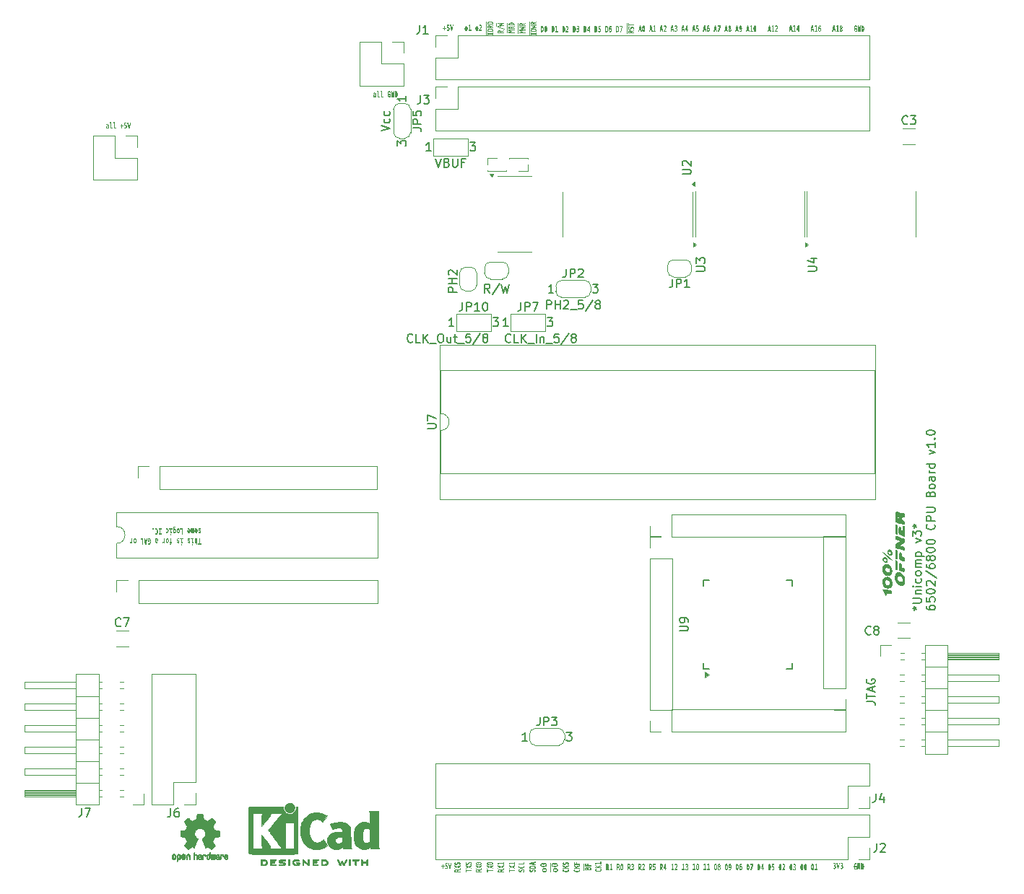
<source format=gbr>
%TF.GenerationSoftware,KiCad,Pcbnew,8.0.5-8.0.5-0~ubuntu22.04.1*%
%TF.CreationDate,2024-10-04T17:06:24+02:00*%
%TF.ProjectId,6502_6800_CPU,36353032-5f36-4383-9030-5f4350552e6b,rev?*%
%TF.SameCoordinates,Original*%
%TF.FileFunction,Legend,Top*%
%TF.FilePolarity,Positive*%
%FSLAX46Y46*%
G04 Gerber Fmt 4.6, Leading zero omitted, Abs format (unit mm)*
G04 Created by KiCad (PCBNEW 8.0.5-8.0.5-0~ubuntu22.04.1) date 2024-10-04 17:06:24*
%MOMM*%
%LPD*%
G01*
G04 APERTURE LIST*
%ADD10C,0.100000*%
%ADD11C,0.150000*%
%ADD12C,0.120000*%
%ADD13C,0.010000*%
%ADD14C,0.000000*%
G04 APERTURE END LIST*
D10*
G36*
X95281000Y-149637561D02*
G01*
X95281000Y-149738921D01*
X94679185Y-149738921D01*
X94679185Y-149869103D01*
X94558822Y-149869103D01*
X94558822Y-149507379D01*
X94679185Y-149507379D01*
X94679185Y-149637561D01*
X95281000Y-149637561D01*
G37*
G36*
X95281000Y-149064689D02*
G01*
X95281000Y-149169469D01*
X95041983Y-149267288D01*
X95281000Y-149364863D01*
X95281000Y-149469644D01*
X94914269Y-149319190D01*
X94558822Y-149465491D01*
X94558822Y-149360711D01*
X94788606Y-149267288D01*
X94558822Y-149173621D01*
X94558822Y-149068841D01*
X94914269Y-149214410D01*
X95281000Y-149064689D01*
G37*
G36*
X94964534Y-148882728D02*
G01*
X94951665Y-148905449D01*
X94935957Y-148929526D01*
X94917266Y-148953220D01*
X94895425Y-148974504D01*
X94878707Y-148986409D01*
X94847475Y-149000706D01*
X94814198Y-149009046D01*
X94776026Y-149013096D01*
X94757489Y-149013520D01*
X94722289Y-149011953D01*
X94684944Y-149006164D01*
X94651608Y-148996108D01*
X94622281Y-148981787D01*
X94603787Y-148968946D01*
X94582003Y-148947796D01*
X94565570Y-148923455D01*
X94555742Y-148900052D01*
X94549846Y-148874305D01*
X94547880Y-148846214D01*
X94549443Y-148819669D01*
X94553621Y-148795367D01*
X94558993Y-148775505D01*
X94567789Y-148751244D01*
X94579130Y-148727156D01*
X94591648Y-148705408D01*
X94733896Y-148705408D01*
X94713616Y-148727955D01*
X94696973Y-148750761D01*
X94684998Y-148771720D01*
X94674788Y-148796821D01*
X94669290Y-148821751D01*
X94668243Y-148838276D01*
X94671128Y-148863440D01*
X94681787Y-148886722D01*
X94688759Y-148894696D01*
X94715576Y-148909942D01*
X94747573Y-148914235D01*
X94781976Y-148908135D01*
X94796471Y-148900069D01*
X94816816Y-148878026D01*
X94831994Y-148853875D01*
X94839213Y-148840474D01*
X94862123Y-148796755D01*
X94876943Y-148771280D01*
X94893726Y-148748926D01*
X94915311Y-148727200D01*
X94939460Y-148709550D01*
X94945898Y-148705774D01*
X94977298Y-148691665D01*
X95013025Y-148682174D01*
X95048416Y-148677613D01*
X95077203Y-148676587D01*
X95115800Y-148678201D01*
X95150549Y-148683044D01*
X95186229Y-148692775D01*
X95216672Y-148706900D01*
X95238599Y-148722505D01*
X95259384Y-148744784D01*
X95273136Y-148767453D01*
X95283138Y-148793419D01*
X95288608Y-148817576D01*
X95291473Y-148844023D01*
X95291942Y-148860990D01*
X95290305Y-148887214D01*
X95285396Y-148913496D01*
X95278093Y-148937438D01*
X95268152Y-148961142D01*
X95255640Y-148984322D01*
X95240556Y-149006976D01*
X95237231Y-149011444D01*
X95094984Y-149011444D01*
X95115246Y-148988850D01*
X95132370Y-148966682D01*
X95147718Y-148942548D01*
X95152772Y-148933042D01*
X95162690Y-148909388D01*
X95169356Y-148883562D01*
X95171579Y-148857937D01*
X95168309Y-148832206D01*
X95156229Y-148808220D01*
X95148327Y-148799930D01*
X95120416Y-148784451D01*
X95085787Y-148779311D01*
X95083187Y-148779291D01*
X95048603Y-148784156D01*
X95028135Y-148793091D01*
X95004591Y-148812419D01*
X94990692Y-148832903D01*
X94964534Y-148882728D01*
G37*
G36*
X107959115Y-149528750D02*
G01*
X107972699Y-149551841D01*
X107982677Y-149576006D01*
X107983735Y-149579309D01*
X107989625Y-149604655D01*
X107991869Y-149629426D01*
X107991942Y-149634874D01*
X107990448Y-149660027D01*
X107984382Y-149689311D01*
X107973648Y-149716198D01*
X107958249Y-149740688D01*
X107938182Y-149762781D01*
X107913449Y-149782476D01*
X107896369Y-149793143D01*
X107864424Y-149808869D01*
X107828322Y-149821930D01*
X107788062Y-149832325D01*
X107752861Y-149838722D01*
X107714999Y-149843414D01*
X107674477Y-149846399D01*
X107631293Y-149847678D01*
X107620082Y-149847732D01*
X107576153Y-149846879D01*
X107534896Y-149844320D01*
X107496310Y-149840055D01*
X107460396Y-149834084D01*
X107427153Y-149826408D01*
X107389356Y-149814413D01*
X107355733Y-149799754D01*
X107343452Y-149793143D01*
X107315919Y-149774886D01*
X107293053Y-149754231D01*
X107274853Y-149731180D01*
X107261320Y-149705731D01*
X107252453Y-149677885D01*
X107248253Y-149647642D01*
X107247880Y-149634874D01*
X107249451Y-149609803D01*
X107254620Y-149583978D01*
X107256087Y-149578942D01*
X107265584Y-149554533D01*
X107278687Y-149531680D01*
X107280706Y-149528750D01*
X107433896Y-149528750D01*
X107410951Y-149548128D01*
X107391900Y-149568616D01*
X107384143Y-149579431D01*
X107372731Y-149602792D01*
X107368259Y-149628479D01*
X107368243Y-149630111D01*
X107372207Y-149656192D01*
X107386145Y-149681463D01*
X107410117Y-149702427D01*
X107431673Y-149714009D01*
X107462369Y-149725048D01*
X107498955Y-149733376D01*
X107535003Y-149738357D01*
X107575379Y-149741345D01*
X107612331Y-149742313D01*
X107620082Y-149742341D01*
X107657492Y-149741649D01*
X107691929Y-149739574D01*
X107729332Y-149735258D01*
X107762454Y-149728949D01*
X107795689Y-149719072D01*
X107808149Y-149714009D01*
X107835899Y-149698140D01*
X107857641Y-149676220D01*
X107869349Y-149649991D01*
X107871579Y-149630111D01*
X107867646Y-149604374D01*
X107856817Y-149580966D01*
X107855849Y-149579431D01*
X107838468Y-149557649D01*
X107816116Y-149536878D01*
X107805926Y-149528750D01*
X107959115Y-149528750D01*
G37*
G36*
X107258822Y-149438747D02*
G01*
X107258822Y-149337386D01*
X107544171Y-149337386D01*
X107258822Y-149178628D01*
X107258822Y-149063956D01*
X107543316Y-149225767D01*
X107981000Y-149058217D01*
X107981000Y-149170812D01*
X107655986Y-149292445D01*
X107736341Y-149337386D01*
X107981000Y-149337386D01*
X107981000Y-149438747D01*
X107258822Y-149438747D01*
G37*
G36*
X107379185Y-148675854D02*
G01*
X107379185Y-148893963D01*
X107532374Y-148893963D01*
X107532374Y-148695516D01*
X107652737Y-148695516D01*
X107652737Y-148893963D01*
X107981000Y-148893963D01*
X107981000Y-148995324D01*
X107258822Y-148995324D01*
X107258822Y-148675854D01*
X107379185Y-148675854D01*
G37*
G36*
X52613847Y-62060194D02*
G01*
X52639059Y-62064088D01*
X52665710Y-62072188D01*
X52691831Y-62086364D01*
X52712599Y-62105628D01*
X52717550Y-62112067D01*
X52734166Y-62143793D01*
X52744811Y-62180125D01*
X52751042Y-62217636D01*
X52754195Y-62253385D01*
X52755493Y-62293217D01*
X52755530Y-62301673D01*
X52755530Y-62606000D01*
X52655635Y-62606000D01*
X52655635Y-62543083D01*
X52639137Y-62569268D01*
X52619213Y-62590035D01*
X52608862Y-62597793D01*
X52584775Y-62610191D01*
X52558754Y-62616268D01*
X52546092Y-62616942D01*
X52518738Y-62614667D01*
X52494166Y-62607844D01*
X52469490Y-62594476D01*
X52448447Y-62575167D01*
X52443754Y-62569412D01*
X52427779Y-62543211D01*
X52416368Y-62512308D01*
X52409522Y-62476703D01*
X52407275Y-62441693D01*
X52407271Y-62441013D01*
X52514462Y-62441013D01*
X52518805Y-62474696D01*
X52529849Y-62497605D01*
X52552142Y-62515020D01*
X52571859Y-62518463D01*
X52597123Y-62513655D01*
X52619878Y-62497442D01*
X52633653Y-62477772D01*
X52646168Y-62445861D01*
X52653037Y-62410225D01*
X52655549Y-62372756D01*
X52655635Y-62363735D01*
X52655635Y-62354332D01*
X52615457Y-62354332D01*
X52589429Y-62355561D01*
X52562863Y-62360553D01*
X52539737Y-62371612D01*
X52536810Y-62373993D01*
X52520049Y-62400494D01*
X52514549Y-62435182D01*
X52514462Y-62441013D01*
X52407271Y-62441013D01*
X52407240Y-62436397D01*
X52409326Y-62398313D01*
X52415584Y-62364842D01*
X52427846Y-62332240D01*
X52445558Y-62305665D01*
X52450837Y-62299963D01*
X52472243Y-62282776D01*
X52498208Y-62269810D01*
X52524091Y-62262056D01*
X52553323Y-62257404D01*
X52580241Y-62255896D01*
X52585903Y-62255853D01*
X52655635Y-62255853D01*
X52655635Y-62223198D01*
X52648717Y-62188803D01*
X52637927Y-62174129D01*
X52614425Y-62161056D01*
X52590128Y-62157440D01*
X52585903Y-62157374D01*
X52561395Y-62158607D01*
X52535252Y-62162762D01*
X52516050Y-62167803D01*
X52490267Y-62177380D01*
X52465908Y-62189243D01*
X52445464Y-62201143D01*
X52445464Y-62091722D01*
X52470605Y-62080382D01*
X52496022Y-62071494D01*
X52513119Y-62066931D01*
X52539440Y-62062034D01*
X52564593Y-62059531D01*
X52585903Y-62058896D01*
X52613847Y-62060194D01*
G37*
G36*
X52928942Y-62381687D02*
G01*
X52928942Y-61971359D01*
X52826971Y-61971359D01*
X52826971Y-61861938D01*
X53029692Y-61861938D01*
X53029692Y-62381687D01*
X53031064Y-62417330D01*
X53036948Y-62452983D01*
X53043736Y-62470591D01*
X53064268Y-62490869D01*
X53089406Y-62496553D01*
X53091486Y-62496579D01*
X53171842Y-62496579D01*
X53171842Y-62606000D01*
X53063276Y-62606000D01*
X53037773Y-62604178D01*
X53011624Y-62597450D01*
X52986490Y-62583689D01*
X52966424Y-62563454D01*
X52960205Y-62554196D01*
X52946528Y-62523923D01*
X52937766Y-62490405D01*
X52932636Y-62456453D01*
X52929706Y-62417680D01*
X52928942Y-62381687D01*
G37*
G36*
X53350017Y-62381687D02*
G01*
X53350017Y-61971359D01*
X53248046Y-61971359D01*
X53248046Y-61861938D01*
X53450767Y-61861938D01*
X53450767Y-62381687D01*
X53452139Y-62417330D01*
X53458022Y-62452983D01*
X53464811Y-62470591D01*
X53485343Y-62490869D01*
X53510481Y-62496553D01*
X53512561Y-62496579D01*
X53592916Y-62496579D01*
X53592916Y-62606000D01*
X53484351Y-62606000D01*
X53458848Y-62604178D01*
X53432698Y-62597450D01*
X53407564Y-62583689D01*
X53387498Y-62563454D01*
X53381280Y-62554196D01*
X53367602Y-62523923D01*
X53358840Y-62490405D01*
X53353711Y-62456453D01*
X53350780Y-62417680D01*
X53350017Y-62381687D01*
G37*
G36*
X54311723Y-62037011D02*
G01*
X54311723Y-62244911D01*
X54459490Y-62244911D01*
X54459490Y-62354332D01*
X54311723Y-62354332D01*
X54311723Y-62562231D01*
X54230390Y-62562231D01*
X54230390Y-62354332D01*
X54082013Y-62354332D01*
X54082013Y-62244911D01*
X54230390Y-62244911D01*
X54230390Y-62037011D01*
X54311723Y-62037011D01*
G37*
G36*
X54546685Y-61883822D02*
G01*
X54825244Y-61883822D01*
X54825244Y-62004185D01*
X54628750Y-62004185D01*
X54628750Y-62148655D01*
X54652510Y-62139349D01*
X54655129Y-62138739D01*
X54680164Y-62135569D01*
X54685048Y-62135490D01*
X54712653Y-62137834D01*
X54738223Y-62144867D01*
X54761757Y-62156588D01*
X54783257Y-62172997D01*
X54802721Y-62194094D01*
X54808757Y-62202168D01*
X54824860Y-62228515D01*
X54837631Y-62257675D01*
X54847071Y-62289648D01*
X54853179Y-62324433D01*
X54855955Y-62362032D01*
X54856140Y-62375190D01*
X54854333Y-62415473D01*
X54848910Y-62452463D01*
X54839873Y-62486159D01*
X54827221Y-62516561D01*
X54810953Y-62543669D01*
X54804727Y-62551973D01*
X54784179Y-62574052D01*
X54761004Y-62591563D01*
X54735201Y-62604506D01*
X54706771Y-62612881D01*
X54681072Y-62616371D01*
X54664776Y-62616942D01*
X54639944Y-62615788D01*
X54614905Y-62612325D01*
X54598098Y-62608735D01*
X54572704Y-62601426D01*
X54549065Y-62592699D01*
X54529466Y-62584115D01*
X54529466Y-62452810D01*
X54552847Y-62468785D01*
X54576752Y-62481149D01*
X54587962Y-62485637D01*
X54612470Y-62492721D01*
X54636978Y-62496194D01*
X54648290Y-62496579D01*
X54673485Y-62494645D01*
X54697980Y-62487845D01*
X54722381Y-62472886D01*
X54729745Y-62465633D01*
X54746712Y-62438481D01*
X54755848Y-62403443D01*
X54757588Y-62375703D01*
X54754313Y-62340890D01*
X54743267Y-62308765D01*
X54729867Y-62288679D01*
X54708713Y-62269990D01*
X54683202Y-62259059D01*
X54656228Y-62255853D01*
X54630758Y-62257656D01*
X54605180Y-62263066D01*
X54601762Y-62264060D01*
X54577816Y-62272811D01*
X54553636Y-62284704D01*
X54546685Y-62288679D01*
X54546685Y-61883822D01*
G37*
G36*
X55113084Y-62487004D02*
G01*
X55203332Y-61883822D01*
X55305425Y-61883822D01*
X55183426Y-62606000D01*
X55042986Y-62606000D01*
X54920987Y-61883822D01*
X55023080Y-61883822D01*
X55113084Y-62487004D01*
G37*
G36*
X92149624Y-50569211D02*
G01*
X92149624Y-50777111D01*
X92297391Y-50777111D01*
X92297391Y-50886532D01*
X92149624Y-50886532D01*
X92149624Y-51094431D01*
X92068292Y-51094431D01*
X92068292Y-50886532D01*
X91919914Y-50886532D01*
X91919914Y-50777111D01*
X92068292Y-50777111D01*
X92068292Y-50569211D01*
X92149624Y-50569211D01*
G37*
G36*
X92384586Y-50416022D02*
G01*
X92663145Y-50416022D01*
X92663145Y-50536385D01*
X92466652Y-50536385D01*
X92466652Y-50680855D01*
X92490412Y-50671549D01*
X92493030Y-50670939D01*
X92518065Y-50667769D01*
X92522950Y-50667690D01*
X92550554Y-50670034D01*
X92576124Y-50677067D01*
X92599659Y-50688788D01*
X92621158Y-50705197D01*
X92640623Y-50726294D01*
X92646659Y-50734368D01*
X92662762Y-50760715D01*
X92675533Y-50789875D01*
X92684972Y-50821848D01*
X92691080Y-50856633D01*
X92693857Y-50894232D01*
X92694042Y-50907390D01*
X92692234Y-50947673D01*
X92686812Y-50984663D01*
X92677774Y-51018359D01*
X92665122Y-51048761D01*
X92648854Y-51075869D01*
X92642629Y-51084173D01*
X92622081Y-51106252D01*
X92598905Y-51123763D01*
X92573102Y-51136706D01*
X92544672Y-51145081D01*
X92518973Y-51148571D01*
X92502678Y-51149142D01*
X92477845Y-51147988D01*
X92452806Y-51144525D01*
X92435999Y-51140935D01*
X92410606Y-51133626D01*
X92386966Y-51124899D01*
X92367367Y-51116315D01*
X92367367Y-50985010D01*
X92390748Y-51000985D01*
X92414653Y-51013349D01*
X92425863Y-51017837D01*
X92450371Y-51024921D01*
X92474880Y-51028394D01*
X92486191Y-51028779D01*
X92511386Y-51026845D01*
X92535881Y-51020045D01*
X92560283Y-51005086D01*
X92567646Y-50997833D01*
X92584613Y-50970681D01*
X92593750Y-50935643D01*
X92595490Y-50907903D01*
X92592214Y-50873090D01*
X92581169Y-50840965D01*
X92567768Y-50820879D01*
X92546615Y-50802190D01*
X92521103Y-50791259D01*
X92494129Y-50788053D01*
X92468659Y-50789856D01*
X92443081Y-50795266D01*
X92439663Y-50796260D01*
X92415717Y-50805011D01*
X92391537Y-50816904D01*
X92384586Y-50820879D01*
X92384586Y-50416022D01*
G37*
G36*
X92950985Y-51019204D02*
G01*
X93041233Y-50416022D01*
X93143327Y-50416022D01*
X93021327Y-51138200D01*
X92880888Y-51138200D01*
X92758888Y-50416022D01*
X92860982Y-50416022D01*
X92950985Y-51019204D01*
G37*
G36*
X94659998Y-50592932D02*
G01*
X94687498Y-50599985D01*
X94712646Y-50612327D01*
X94735440Y-50629958D01*
X94755882Y-50652878D01*
X94765221Y-50666322D01*
X94781615Y-50696408D01*
X94794616Y-50730244D01*
X94804226Y-50767830D01*
X94809643Y-50802018D01*
X94812705Y-50838810D01*
X94813459Y-50870119D01*
X94812281Y-50908994D01*
X94808748Y-50945265D01*
X94802860Y-50978932D01*
X94792685Y-51015893D01*
X94779118Y-51049104D01*
X94765221Y-51073915D01*
X94745956Y-51099480D01*
X94724337Y-51119756D01*
X94700366Y-51134743D01*
X94674042Y-51144440D01*
X94645366Y-51148848D01*
X94635284Y-51149142D01*
X94610640Y-51147305D01*
X94583209Y-51140252D01*
X94558113Y-51127911D01*
X94535352Y-51110279D01*
X94514928Y-51087359D01*
X94505591Y-51073915D01*
X94489198Y-51043829D01*
X94476196Y-51009993D01*
X94466586Y-50972407D01*
X94461169Y-50938219D01*
X94458107Y-50901427D01*
X94457353Y-50870119D01*
X94557981Y-50870119D01*
X94559263Y-50907924D01*
X94563771Y-50945193D01*
X94572587Y-50980069D01*
X94578497Y-50994927D01*
X94596157Y-51022223D01*
X94620211Y-51037577D01*
X94635284Y-51039721D01*
X94660346Y-51033422D01*
X94680942Y-51014524D01*
X94692193Y-50994927D01*
X94703076Y-50963491D01*
X94709425Y-50929317D01*
X94712327Y-50894263D01*
X94712831Y-50870119D01*
X94711541Y-50832313D01*
X94707006Y-50795044D01*
X94698138Y-50760168D01*
X94692193Y-50745310D01*
X94674573Y-50718014D01*
X94652488Y-50703316D01*
X94635284Y-50700516D01*
X94610354Y-50706815D01*
X94589786Y-50725713D01*
X94578497Y-50745310D01*
X94567678Y-50776746D01*
X94561367Y-50810920D01*
X94558482Y-50845974D01*
X94557981Y-50870119D01*
X94457353Y-50870119D01*
X94458531Y-50831243D01*
X94462064Y-50794972D01*
X94467952Y-50761306D01*
X94478127Y-50724344D01*
X94491694Y-50691133D01*
X94505591Y-50666322D01*
X94524848Y-50640757D01*
X94546441Y-50620481D01*
X94570369Y-50605494D01*
X94596633Y-50595797D01*
X94625232Y-50591389D01*
X94635284Y-50591096D01*
X94659998Y-50592932D01*
G37*
G36*
X94909324Y-51017837D02*
G01*
X95022653Y-51017837D01*
X95022653Y-50536385D01*
X94917140Y-50569211D01*
X94917140Y-50448848D01*
X95023264Y-50416022D01*
X95121205Y-50416022D01*
X95121205Y-51017837D01*
X95234534Y-51017837D01*
X95234534Y-51138200D01*
X94909324Y-51138200D01*
X94909324Y-51017837D01*
G37*
G36*
X95923222Y-50592932D02*
G01*
X95950722Y-50599985D01*
X95975870Y-50612327D01*
X95998664Y-50629958D01*
X96019106Y-50652878D01*
X96028445Y-50666322D01*
X96044839Y-50696408D01*
X96057840Y-50730244D01*
X96067450Y-50767830D01*
X96072867Y-50802018D01*
X96075929Y-50838810D01*
X96076683Y-50870119D01*
X96075505Y-50908994D01*
X96071972Y-50945265D01*
X96066084Y-50978932D01*
X96055909Y-51015893D01*
X96042342Y-51049104D01*
X96028445Y-51073915D01*
X96009180Y-51099480D01*
X95987561Y-51119756D01*
X95963590Y-51134743D01*
X95937266Y-51144440D01*
X95908590Y-51148848D01*
X95898508Y-51149142D01*
X95873864Y-51147305D01*
X95846433Y-51140252D01*
X95821337Y-51127911D01*
X95798576Y-51110279D01*
X95778152Y-51087359D01*
X95768815Y-51073915D01*
X95752422Y-51043829D01*
X95739420Y-51009993D01*
X95729810Y-50972407D01*
X95724393Y-50938219D01*
X95721331Y-50901427D01*
X95720577Y-50870119D01*
X95821205Y-50870119D01*
X95822487Y-50907924D01*
X95826995Y-50945193D01*
X95835811Y-50980069D01*
X95841721Y-50994927D01*
X95859381Y-51022223D01*
X95883435Y-51037577D01*
X95898508Y-51039721D01*
X95923570Y-51033422D01*
X95944166Y-51014524D01*
X95955417Y-50994927D01*
X95966300Y-50963491D01*
X95972649Y-50929317D01*
X95975551Y-50894263D01*
X95976055Y-50870119D01*
X95974765Y-50832313D01*
X95970230Y-50795044D01*
X95961362Y-50760168D01*
X95955417Y-50745310D01*
X95937797Y-50718014D01*
X95915712Y-50703316D01*
X95898508Y-50700516D01*
X95873578Y-50706815D01*
X95853010Y-50725713D01*
X95841721Y-50745310D01*
X95830902Y-50776746D01*
X95824591Y-50810920D01*
X95821706Y-50845974D01*
X95821205Y-50870119D01*
X95720577Y-50870119D01*
X95721755Y-50831243D01*
X95725288Y-50794972D01*
X95731176Y-50761306D01*
X95741351Y-50724344D01*
X95754918Y-50691133D01*
X95768815Y-50666322D01*
X95788072Y-50640757D01*
X95809665Y-50620481D01*
X95833593Y-50605494D01*
X95859857Y-50595797D01*
X95888456Y-50591389D01*
X95898508Y-50591096D01*
X95923222Y-50592932D01*
G37*
G36*
X96257056Y-51017837D02*
G01*
X96473089Y-51017837D01*
X96473089Y-51138200D01*
X96147391Y-51138200D01*
X96147391Y-51021598D01*
X96202346Y-50940216D01*
X96220033Y-50913981D01*
X96241508Y-50882054D01*
X96260575Y-50853615D01*
X96281023Y-50822974D01*
X96297708Y-50797783D01*
X96314745Y-50771675D01*
X96321170Y-50761553D01*
X96337183Y-50734336D01*
X96351716Y-50705036D01*
X96358295Y-50688548D01*
X96367157Y-50654905D01*
X96369652Y-50625460D01*
X96366226Y-50590177D01*
X96353758Y-50558440D01*
X96348892Y-50551601D01*
X96327384Y-50533720D01*
X96301426Y-50526082D01*
X96289907Y-50525443D01*
X96264899Y-50528126D01*
X96239376Y-50535424D01*
X96228969Y-50539463D01*
X96205366Y-50550596D01*
X96181070Y-50564719D01*
X96158382Y-50580153D01*
X96158382Y-50448848D01*
X96181201Y-50436493D01*
X96205944Y-50425217D01*
X96230312Y-50416364D01*
X96256352Y-50409488D01*
X96281534Y-50405785D01*
X96297845Y-50405080D01*
X96322447Y-50406395D01*
X96349718Y-50411444D01*
X96374534Y-50420280D01*
X96400381Y-50435374D01*
X96422886Y-50455622D01*
X96425828Y-50458936D01*
X96443958Y-50484296D01*
X96457635Y-50513404D01*
X96466859Y-50546258D01*
X96471630Y-50582860D01*
X96472357Y-50605457D01*
X96470416Y-50641842D01*
X96464596Y-50676199D01*
X96462220Y-50685642D01*
X96451586Y-50717447D01*
X96437513Y-50749259D01*
X96427416Y-50768904D01*
X96409830Y-50797609D01*
X96390126Y-50827318D01*
X96372323Y-50853388D01*
X96351414Y-50883498D01*
X96332450Y-50910495D01*
X96327398Y-50917648D01*
X96308922Y-50943889D01*
X96289925Y-50970913D01*
X96271253Y-50997534D01*
X96257056Y-51017837D01*
G37*
G36*
X97781000Y-149637561D02*
G01*
X97781000Y-149738921D01*
X97179185Y-149738921D01*
X97179185Y-149869103D01*
X97058822Y-149869103D01*
X97058822Y-149507379D01*
X97179185Y-149507379D01*
X97179185Y-149637561D01*
X97781000Y-149637561D01*
G37*
G36*
X97781000Y-149064689D02*
G01*
X97781000Y-149169469D01*
X97541983Y-149267288D01*
X97781000Y-149364863D01*
X97781000Y-149469644D01*
X97414269Y-149319190D01*
X97058822Y-149465491D01*
X97058822Y-149360711D01*
X97288606Y-149267288D01*
X97058822Y-149173621D01*
X97058822Y-149068841D01*
X97414269Y-149214410D01*
X97781000Y-149064689D01*
G37*
G36*
X97447982Y-148810287D02*
G01*
X97457182Y-148815683D01*
X97473531Y-148837482D01*
X97474621Y-148846214D01*
X97465004Y-148869982D01*
X97457524Y-148876500D01*
X97426910Y-148888063D01*
X97414611Y-148888834D01*
X97380919Y-148881896D01*
X97371697Y-148876500D01*
X97355348Y-148854839D01*
X97354258Y-148846214D01*
X97364068Y-148822217D01*
X97371697Y-148815683D01*
X97402376Y-148804120D01*
X97414611Y-148803349D01*
X97447982Y-148810287D01*
G37*
G36*
X97465247Y-148677247D02*
G01*
X97507480Y-148679228D01*
X97546779Y-148682529D01*
X97583144Y-148687151D01*
X97616577Y-148693093D01*
X97654243Y-148702377D01*
X97687326Y-148713724D01*
X97699276Y-148718841D01*
X97730768Y-148736193D01*
X97755744Y-148756559D01*
X97774205Y-148779939D01*
X97786150Y-148806333D01*
X97791127Y-148830631D01*
X97791942Y-148846214D01*
X97789675Y-148871696D01*
X97780972Y-148899529D01*
X97765741Y-148924364D01*
X97743982Y-148946203D01*
X97715696Y-148965045D01*
X97699105Y-148973342D01*
X97667769Y-148985515D01*
X97631892Y-148995625D01*
X97591474Y-149003671D01*
X97555869Y-149008623D01*
X97517358Y-149012254D01*
X97475941Y-149014565D01*
X97431617Y-149015555D01*
X97420082Y-149015596D01*
X97374954Y-149014936D01*
X97332748Y-149012955D01*
X97293465Y-149009654D01*
X97257105Y-149005033D01*
X97223667Y-148999091D01*
X97185979Y-148989806D01*
X97152858Y-148978459D01*
X97140888Y-148973342D01*
X97109280Y-148955999D01*
X97084211Y-148935658D01*
X97065682Y-148912321D01*
X97053693Y-148885987D01*
X97048698Y-148861753D01*
X97047880Y-148846214D01*
X97168243Y-148846214D01*
X97178147Y-148871587D01*
X97204871Y-148889499D01*
X97228254Y-148897505D01*
X97262747Y-148904557D01*
X97300291Y-148909075D01*
X97337942Y-148911720D01*
X97373175Y-148913058D01*
X97411913Y-148913609D01*
X97420082Y-148913625D01*
X97459423Y-148913231D01*
X97495275Y-148912051D01*
X97533691Y-148909595D01*
X97572159Y-148905297D01*
X97607748Y-148898496D01*
X97611568Y-148897505D01*
X97643214Y-148885517D01*
X97665718Y-148866283D01*
X97671579Y-148846214D01*
X97663140Y-148822440D01*
X97637823Y-148804059D01*
X97611568Y-148794801D01*
X97577096Y-148787695D01*
X97539606Y-148783142D01*
X97502027Y-148780478D01*
X97466873Y-148779129D01*
X97428229Y-148778574D01*
X97420082Y-148778558D01*
X97380642Y-148778955D01*
X97344708Y-148780145D01*
X97306216Y-148782619D01*
X97267689Y-148786949D01*
X97232074Y-148793801D01*
X97228254Y-148794801D01*
X97196607Y-148806748D01*
X97174103Y-148826028D01*
X97168243Y-148846214D01*
X97047880Y-148846214D01*
X97050143Y-148820661D01*
X97058830Y-148792760D01*
X97074033Y-148767873D01*
X97095751Y-148746000D01*
X97123986Y-148727140D01*
X97140546Y-148718841D01*
X97171804Y-148706668D01*
X97207662Y-148696559D01*
X97248119Y-148688512D01*
X97283797Y-148683561D01*
X97322419Y-148679929D01*
X97363985Y-148677619D01*
X97408494Y-148676628D01*
X97420082Y-148676587D01*
X97465247Y-148677247D01*
G37*
G36*
X101164534Y-149724877D02*
G01*
X101151665Y-149747598D01*
X101135957Y-149771675D01*
X101117266Y-149795370D01*
X101095425Y-149816653D01*
X101078707Y-149828558D01*
X101047475Y-149842855D01*
X101014198Y-149851195D01*
X100976026Y-149855246D01*
X100957489Y-149855669D01*
X100922289Y-149854102D01*
X100884944Y-149848313D01*
X100851608Y-149838258D01*
X100822281Y-149823936D01*
X100803787Y-149811095D01*
X100782003Y-149789945D01*
X100765570Y-149765604D01*
X100755742Y-149742201D01*
X100749846Y-149716454D01*
X100747880Y-149688363D01*
X100749443Y-149661819D01*
X100753621Y-149637517D01*
X100758993Y-149617655D01*
X100767789Y-149593393D01*
X100779130Y-149569305D01*
X100791648Y-149547557D01*
X100933896Y-149547557D01*
X100913616Y-149570104D01*
X100896973Y-149592910D01*
X100884998Y-149613869D01*
X100874788Y-149638971D01*
X100869290Y-149663901D01*
X100868243Y-149680425D01*
X100871128Y-149705590D01*
X100881787Y-149728871D01*
X100888759Y-149736845D01*
X100915576Y-149752091D01*
X100947573Y-149756385D01*
X100981976Y-149750284D01*
X100996471Y-149742219D01*
X101016816Y-149720176D01*
X101031994Y-149696025D01*
X101039213Y-149682623D01*
X101062123Y-149638904D01*
X101076943Y-149613430D01*
X101093726Y-149591076D01*
X101115311Y-149569350D01*
X101139460Y-149551699D01*
X101145898Y-149547923D01*
X101177298Y-149533814D01*
X101213025Y-149524323D01*
X101248416Y-149519763D01*
X101277203Y-149518736D01*
X101315800Y-149520351D01*
X101350549Y-149525194D01*
X101386229Y-149534924D01*
X101416672Y-149549049D01*
X101438599Y-149564654D01*
X101459384Y-149586934D01*
X101473136Y-149609602D01*
X101483138Y-149635568D01*
X101488608Y-149659726D01*
X101491473Y-149686173D01*
X101491942Y-149703140D01*
X101490305Y-149729364D01*
X101485396Y-149755645D01*
X101478093Y-149779588D01*
X101468152Y-149803292D01*
X101455640Y-149826471D01*
X101440556Y-149849125D01*
X101437231Y-149853593D01*
X101294984Y-149853593D01*
X101315246Y-149831000D01*
X101332370Y-149808831D01*
X101347718Y-149784698D01*
X101352772Y-149775191D01*
X101362690Y-149751538D01*
X101369356Y-149725711D01*
X101371579Y-149700087D01*
X101368309Y-149674355D01*
X101356229Y-149650369D01*
X101348327Y-149642079D01*
X101320416Y-149626600D01*
X101285787Y-149621461D01*
X101283187Y-149621441D01*
X101248603Y-149626305D01*
X101228135Y-149635240D01*
X101204591Y-149654569D01*
X101190692Y-149675052D01*
X101164534Y-149724877D01*
G37*
G36*
X101459115Y-149107676D02*
G01*
X101472699Y-149130767D01*
X101482677Y-149154931D01*
X101483735Y-149158234D01*
X101489625Y-149183581D01*
X101491869Y-149208351D01*
X101491942Y-149213799D01*
X101490448Y-149238952D01*
X101484382Y-149268237D01*
X101473648Y-149295124D01*
X101458249Y-149319613D01*
X101438182Y-149341706D01*
X101413449Y-149361402D01*
X101396369Y-149372069D01*
X101364424Y-149387795D01*
X101328322Y-149400855D01*
X101288062Y-149411251D01*
X101252861Y-149417648D01*
X101214999Y-149422339D01*
X101174477Y-149425324D01*
X101131293Y-149426604D01*
X101120082Y-149426657D01*
X101076153Y-149425804D01*
X101034896Y-149423245D01*
X100996310Y-149418980D01*
X100960396Y-149413010D01*
X100927153Y-149405333D01*
X100889356Y-149393339D01*
X100855733Y-149378679D01*
X100843452Y-149372069D01*
X100815919Y-149353811D01*
X100793053Y-149333157D01*
X100774853Y-149310105D01*
X100761320Y-149284656D01*
X100752453Y-149256811D01*
X100748253Y-149226568D01*
X100747880Y-149213799D01*
X100749451Y-149188728D01*
X100754620Y-149162904D01*
X100756087Y-149157868D01*
X100765584Y-149133458D01*
X100778687Y-149110605D01*
X100780706Y-149107676D01*
X100933896Y-149107676D01*
X100910951Y-149127053D01*
X100891900Y-149147541D01*
X100884143Y-149158356D01*
X100872731Y-149181717D01*
X100868259Y-149207405D01*
X100868243Y-149209036D01*
X100872207Y-149235117D01*
X100886145Y-149260389D01*
X100910117Y-149281352D01*
X100931673Y-149292934D01*
X100962369Y-149303973D01*
X100998955Y-149312302D01*
X101035003Y-149317282D01*
X101075379Y-149320270D01*
X101112331Y-149321238D01*
X101120082Y-149321266D01*
X101157492Y-149320574D01*
X101191929Y-149318499D01*
X101229332Y-149314183D01*
X101262454Y-149307875D01*
X101295689Y-149297997D01*
X101308149Y-149292934D01*
X101335899Y-149277066D01*
X101357641Y-149255145D01*
X101369349Y-149228916D01*
X101371579Y-149209036D01*
X101367646Y-149183299D01*
X101356817Y-149159892D01*
X101355849Y-149158356D01*
X101338468Y-149136574D01*
X101316116Y-149115804D01*
X101305926Y-149107676D01*
X101459115Y-149107676D01*
G37*
G36*
X101481000Y-148980547D02*
G01*
X100758822Y-148980547D01*
X100758822Y-148879187D01*
X101360637Y-148879187D01*
X101360637Y-148662543D01*
X101481000Y-148662543D01*
X101481000Y-148980547D01*
G37*
G36*
X137805755Y-149158737D02*
G01*
X137751533Y-149158737D01*
X137751533Y-149038374D01*
X137805755Y-149038374D01*
X137831744Y-149035441D01*
X137855987Y-149024604D01*
X137864373Y-149017516D01*
X137880572Y-148990529D01*
X137885134Y-148958702D01*
X137879944Y-148923269D01*
X137864373Y-148896640D01*
X137841153Y-148880564D01*
X137814952Y-148874593D01*
X137805755Y-148874243D01*
X137779742Y-148876403D01*
X137754164Y-148882276D01*
X137743962Y-148885527D01*
X137718888Y-148895304D01*
X137695301Y-148906801D01*
X137675574Y-148918011D01*
X137675574Y-148786706D01*
X137699792Y-148776664D01*
X137723750Y-148768399D01*
X137745305Y-148762429D01*
X137770664Y-148757219D01*
X137795268Y-148754414D01*
X137811250Y-148753880D01*
X137835717Y-148755082D01*
X137862771Y-148759698D01*
X137887309Y-148767777D01*
X137912756Y-148781577D01*
X137934779Y-148800090D01*
X137937646Y-148803120D01*
X137957468Y-148829994D01*
X137971626Y-148861549D01*
X137980121Y-148897783D01*
X137982909Y-148933328D01*
X137982953Y-148938699D01*
X137980401Y-148976088D01*
X137972745Y-149008970D01*
X137958427Y-149039933D01*
X137956819Y-149042478D01*
X137938367Y-149064974D01*
X137915527Y-149082028D01*
X137891218Y-149092722D01*
X137882325Y-149095307D01*
X137908169Y-149104219D01*
X137930746Y-149117448D01*
X137952241Y-149137490D01*
X137966100Y-149156856D01*
X137980091Y-149186261D01*
X137989503Y-149220425D01*
X137994026Y-149254790D01*
X137995043Y-149283032D01*
X137993364Y-149320585D01*
X137988328Y-149354639D01*
X137978210Y-149389948D01*
X137963521Y-149420496D01*
X137947294Y-149442889D01*
X137924335Y-149464340D01*
X137901362Y-149478533D01*
X137875351Y-149488856D01*
X137846299Y-149495307D01*
X137819767Y-149497727D01*
X137808564Y-149497942D01*
X137782009Y-149496931D01*
X137755743Y-149493901D01*
X137732116Y-149489393D01*
X137706646Y-149482745D01*
X137681956Y-149474318D01*
X137660186Y-149465115D01*
X137660186Y-149333810D01*
X137682957Y-149347311D01*
X137706941Y-149358428D01*
X137729795Y-149366466D01*
X137756018Y-149372793D01*
X137780633Y-149376266D01*
X137805988Y-149377568D01*
X137808564Y-149377579D01*
X137834838Y-149374367D01*
X137858892Y-149363535D01*
X137873777Y-149350394D01*
X137890222Y-149322826D01*
X137897459Y-149287993D01*
X137897835Y-149276706D01*
X137894992Y-149240948D01*
X137885406Y-149208851D01*
X137873777Y-149189512D01*
X137852934Y-149170758D01*
X137828910Y-149161171D01*
X137805755Y-149158737D01*
G37*
G36*
X138249911Y-149368004D02*
G01*
X138340158Y-148764822D01*
X138442252Y-148764822D01*
X138320253Y-149487000D01*
X138179813Y-149487000D01*
X138057814Y-148764822D01*
X138159907Y-148764822D01*
X138249911Y-149368004D01*
G37*
G36*
X138647904Y-149158737D02*
G01*
X138593682Y-149158737D01*
X138593682Y-149038374D01*
X138647904Y-149038374D01*
X138673893Y-149035441D01*
X138698136Y-149024604D01*
X138706523Y-149017516D01*
X138722722Y-148990529D01*
X138727283Y-148958702D01*
X138722093Y-148923269D01*
X138706523Y-148896640D01*
X138683303Y-148880564D01*
X138657102Y-148874593D01*
X138647904Y-148874243D01*
X138621891Y-148876403D01*
X138596313Y-148882276D01*
X138586111Y-148885527D01*
X138561038Y-148895304D01*
X138537451Y-148906801D01*
X138517723Y-148918011D01*
X138517723Y-148786706D01*
X138541941Y-148776664D01*
X138565899Y-148768399D01*
X138587454Y-148762429D01*
X138612813Y-148757219D01*
X138637417Y-148754414D01*
X138653400Y-148753880D01*
X138677866Y-148755082D01*
X138704920Y-148759698D01*
X138729458Y-148767777D01*
X138754906Y-148781577D01*
X138776929Y-148800090D01*
X138779795Y-148803120D01*
X138799617Y-148829994D01*
X138813776Y-148861549D01*
X138822271Y-148897783D01*
X138825058Y-148933328D01*
X138825103Y-148938699D01*
X138822550Y-148976088D01*
X138814894Y-149008970D01*
X138800576Y-149039933D01*
X138798969Y-149042478D01*
X138780517Y-149064974D01*
X138757676Y-149082028D01*
X138733367Y-149092722D01*
X138724474Y-149095307D01*
X138750318Y-149104219D01*
X138772896Y-149117448D01*
X138794390Y-149137490D01*
X138808250Y-149156856D01*
X138822241Y-149186261D01*
X138831653Y-149220425D01*
X138836175Y-149254790D01*
X138837193Y-149283032D01*
X138835514Y-149320585D01*
X138830478Y-149354639D01*
X138820359Y-149389948D01*
X138805670Y-149420496D01*
X138789443Y-149442889D01*
X138766484Y-149464340D01*
X138743512Y-149478533D01*
X138717500Y-149488856D01*
X138688448Y-149495307D01*
X138661917Y-149497727D01*
X138650713Y-149497942D01*
X138624159Y-149496931D01*
X138597893Y-149493901D01*
X138574265Y-149489393D01*
X138548796Y-149482745D01*
X138524105Y-149474318D01*
X138502336Y-149465115D01*
X138502336Y-149333810D01*
X138525107Y-149347311D01*
X138549090Y-149358428D01*
X138571945Y-149366466D01*
X138598167Y-149372793D01*
X138622782Y-149376266D01*
X138648137Y-149377568D01*
X138650713Y-149377579D01*
X138676987Y-149374367D01*
X138701041Y-149363535D01*
X138715926Y-149350394D01*
X138732372Y-149322826D01*
X138739608Y-149287993D01*
X138739984Y-149276706D01*
X138737141Y-149240948D01*
X138727556Y-149208851D01*
X138715926Y-149189512D01*
X138695083Y-149170758D01*
X138671059Y-149161171D01*
X138647904Y-149158737D01*
G37*
G36*
X63339561Y-110692000D02*
G01*
X63440921Y-110692000D01*
X63440921Y-111293814D01*
X63571103Y-111293814D01*
X63571103Y-111414177D01*
X63209379Y-111414177D01*
X63209379Y-111293814D01*
X63339561Y-111293814D01*
X63339561Y-110692000D01*
G37*
G36*
X62813095Y-111042830D02*
G01*
X62813095Y-110692000D01*
X62912990Y-110692000D01*
X62912990Y-111021117D01*
X62914390Y-111057279D01*
X62920221Y-111091967D01*
X62924836Y-111104550D01*
X62944199Y-111125535D01*
X62963549Y-111129683D01*
X62988034Y-111121177D01*
X63006535Y-111095660D01*
X63016498Y-111063671D01*
X63020961Y-111029815D01*
X63021923Y-111001284D01*
X63021923Y-110692000D01*
X63121818Y-110692000D01*
X63121818Y-111436061D01*
X63021923Y-111436061D01*
X63021923Y-111150199D01*
X63010791Y-111181489D01*
X62993213Y-111208118D01*
X62985531Y-111215852D01*
X62962841Y-111230906D01*
X62938784Y-111237991D01*
X62923371Y-111239103D01*
X62897748Y-111236015D01*
X62872919Y-111225159D01*
X62852320Y-111206485D01*
X62840939Y-111189693D01*
X62827479Y-111158169D01*
X62819213Y-111123721D01*
X62814835Y-111088618D01*
X62813122Y-111048884D01*
X62813095Y-111042830D01*
G37*
G36*
X62683891Y-111228161D02*
G01*
X62484711Y-111228161D01*
X62484711Y-110801420D01*
X62359658Y-110801420D01*
X62359658Y-110692000D01*
X62710757Y-110692000D01*
X62710757Y-110801420D01*
X62585339Y-110801420D01*
X62585339Y-111118741D01*
X62683891Y-111118741D01*
X62683891Y-111228161D01*
G37*
G36*
X62585339Y-111490771D02*
G01*
X62484711Y-111490771D01*
X62484711Y-111326640D01*
X62585339Y-111326640D01*
X62585339Y-111490771D01*
G37*
G36*
X61998423Y-111206277D02*
G01*
X61998423Y-111085914D01*
X62021409Y-111101779D01*
X62045120Y-111114088D01*
X62056309Y-111118570D01*
X62080738Y-111125765D01*
X62105207Y-111129292D01*
X62116515Y-111129683D01*
X62141179Y-111127566D01*
X62165222Y-111118413D01*
X62167439Y-111116860D01*
X62183468Y-111090702D01*
X62184536Y-111078905D01*
X62170465Y-111050074D01*
X62146557Y-111034271D01*
X62119922Y-111023456D01*
X62111019Y-111020604D01*
X62107233Y-111019236D01*
X62078413Y-111009833D01*
X62052775Y-110999489D01*
X62028330Y-110984583D01*
X62006629Y-110963959D01*
X61997935Y-110952045D01*
X61983334Y-110921344D01*
X61975319Y-110887685D01*
X61972389Y-110852709D01*
X61972289Y-110844334D01*
X61974732Y-110806026D01*
X61982059Y-110772826D01*
X61996141Y-110741581D01*
X62011368Y-110721748D01*
X62033304Y-110703946D01*
X62056530Y-110692541D01*
X62083520Y-110685031D01*
X62109649Y-110681693D01*
X62128605Y-110681057D01*
X62154857Y-110682211D01*
X62179344Y-110685297D01*
X62199679Y-110689264D01*
X62224829Y-110695876D01*
X62250238Y-110704427D01*
X62273563Y-110713884D01*
X62273563Y-110834247D01*
X62250512Y-110820746D01*
X62227202Y-110809629D01*
X62205785Y-110801591D01*
X62180174Y-110794819D01*
X62155181Y-110791173D01*
X62138863Y-110790478D01*
X62112930Y-110792623D01*
X62088815Y-110801150D01*
X62085251Y-110803472D01*
X62068495Y-110828490D01*
X62067055Y-110841598D01*
X62075601Y-110873765D01*
X62080000Y-110879041D01*
X62103688Y-110893511D01*
X62129742Y-110903388D01*
X62141305Y-110907080D01*
X62169149Y-110915628D01*
X62192877Y-110924539D01*
X62216345Y-110937126D01*
X62238094Y-110954353D01*
X62253290Y-110972390D01*
X62268309Y-111002066D01*
X62276552Y-111034443D01*
X62279643Y-111071963D01*
X62279669Y-111075998D01*
X62277158Y-111112490D01*
X62268329Y-111148408D01*
X62253145Y-111178889D01*
X62239491Y-111196190D01*
X62217364Y-111214965D01*
X62191161Y-111228375D01*
X62164890Y-111235709D01*
X62139889Y-111238726D01*
X62126528Y-111239103D01*
X62102091Y-111237949D01*
X62077688Y-111234487D01*
X62061438Y-111230897D01*
X62037349Y-111223588D01*
X62013810Y-111213971D01*
X61998423Y-111206277D01*
G37*
G36*
X61420667Y-111228161D02*
G01*
X61221487Y-111228161D01*
X61221487Y-110801420D01*
X61096434Y-110801420D01*
X61096434Y-110692000D01*
X61447533Y-110692000D01*
X61447533Y-110801420D01*
X61322115Y-110801420D01*
X61322115Y-111118741D01*
X61420667Y-111118741D01*
X61420667Y-111228161D01*
G37*
G36*
X61322115Y-111490771D02*
G01*
X61221487Y-111490771D01*
X61221487Y-111326640D01*
X61322115Y-111326640D01*
X61322115Y-111490771D01*
G37*
G36*
X60735199Y-111206277D02*
G01*
X60735199Y-111085914D01*
X60758185Y-111101779D01*
X60781896Y-111114088D01*
X60793085Y-111118570D01*
X60817514Y-111125765D01*
X60841983Y-111129292D01*
X60853290Y-111129683D01*
X60877955Y-111127566D01*
X60901998Y-111118413D01*
X60904215Y-111116860D01*
X60920244Y-111090702D01*
X60921312Y-111078905D01*
X60907240Y-111050074D01*
X60883333Y-111034271D01*
X60856697Y-111023456D01*
X60847795Y-111020604D01*
X60844009Y-111019236D01*
X60815189Y-111009833D01*
X60789551Y-110999489D01*
X60765106Y-110984583D01*
X60743405Y-110963959D01*
X60734711Y-110952045D01*
X60720110Y-110921344D01*
X60712095Y-110887685D01*
X60709165Y-110852709D01*
X60709065Y-110844334D01*
X60711508Y-110806026D01*
X60718835Y-110772826D01*
X60732917Y-110741581D01*
X60748144Y-110721748D01*
X60770080Y-110703946D01*
X60793306Y-110692541D01*
X60820296Y-110685031D01*
X60846425Y-110681693D01*
X60865381Y-110681057D01*
X60891633Y-110682211D01*
X60916120Y-110685297D01*
X60936455Y-110689264D01*
X60961605Y-110695876D01*
X60987014Y-110704427D01*
X61010339Y-110713884D01*
X61010339Y-110834247D01*
X60987288Y-110820746D01*
X60963978Y-110809629D01*
X60942561Y-110801591D01*
X60916950Y-110794819D01*
X60891957Y-110791173D01*
X60875639Y-110790478D01*
X60849706Y-110792623D01*
X60825591Y-110801150D01*
X60822027Y-110803472D01*
X60805271Y-110828490D01*
X60803831Y-110841598D01*
X60812377Y-110873765D01*
X60816776Y-110879041D01*
X60840464Y-110893511D01*
X60866518Y-110903388D01*
X60878081Y-110907080D01*
X60905925Y-110915628D01*
X60929653Y-110924539D01*
X60953121Y-110937126D01*
X60974870Y-110954353D01*
X60990066Y-110972390D01*
X61005085Y-111002066D01*
X61013328Y-111034443D01*
X61016419Y-111071963D01*
X61016445Y-111075998D01*
X61013934Y-111112490D01*
X61005105Y-111148408D01*
X60989921Y-111178889D01*
X60976267Y-111196190D01*
X60954140Y-111214965D01*
X60927937Y-111228375D01*
X60901666Y-111235709D01*
X60876665Y-111238726D01*
X60863304Y-111239103D01*
X60838867Y-111237949D01*
X60814464Y-111234487D01*
X60798214Y-111230897D01*
X60774125Y-111223588D01*
X60750586Y-111213971D01*
X60735199Y-111206277D01*
G37*
G36*
X59979634Y-111273981D02*
G01*
X59979634Y-111228161D01*
X59861420Y-111228161D01*
X59861420Y-111118741D01*
X59979634Y-111118741D01*
X59979634Y-110692000D01*
X60080262Y-110692000D01*
X60080262Y-111118741D01*
X60173685Y-111118741D01*
X60173685Y-111228161D01*
X60080262Y-111228161D01*
X60080262Y-111264578D01*
X60079249Y-111298775D01*
X60075505Y-111333383D01*
X60067850Y-111365964D01*
X60053214Y-111396231D01*
X60051441Y-111398618D01*
X60028534Y-111418364D01*
X60003270Y-111428894D01*
X59976105Y-111434269D01*
X59949063Y-111436024D01*
X59944219Y-111436061D01*
X59861420Y-111436061D01*
X59861420Y-111326640D01*
X59940066Y-111326640D01*
X59964372Y-111321307D01*
X59970841Y-111315356D01*
X59979226Y-111282971D01*
X59979634Y-111273981D01*
G37*
G36*
X59625335Y-110682894D02*
G01*
X59652766Y-110689947D01*
X59677862Y-110702288D01*
X59700623Y-110719920D01*
X59721047Y-110742840D01*
X59730384Y-110756284D01*
X59746777Y-110786370D01*
X59759779Y-110820206D01*
X59769389Y-110857792D01*
X59774806Y-110891980D01*
X59777868Y-110928772D01*
X59778622Y-110960080D01*
X59777444Y-110998956D01*
X59773911Y-111035227D01*
X59768023Y-111068893D01*
X59757848Y-111105855D01*
X59744281Y-111139066D01*
X59730384Y-111163877D01*
X59711127Y-111189442D01*
X59689534Y-111209718D01*
X59665606Y-111224705D01*
X59639342Y-111234402D01*
X59610743Y-111238810D01*
X59600691Y-111239103D01*
X59575977Y-111237267D01*
X59548477Y-111230214D01*
X59523329Y-111217872D01*
X59500535Y-111200241D01*
X59480093Y-111177321D01*
X59470754Y-111163877D01*
X59454360Y-111133791D01*
X59441359Y-111099955D01*
X59431749Y-111062369D01*
X59426332Y-111028181D01*
X59423270Y-110991389D01*
X59422516Y-110960080D01*
X59523144Y-110960080D01*
X59524434Y-110997886D01*
X59528969Y-111035155D01*
X59537837Y-111070031D01*
X59543782Y-111084889D01*
X59561402Y-111112185D01*
X59583487Y-111126883D01*
X59600691Y-111129683D01*
X59625621Y-111123384D01*
X59646189Y-111104486D01*
X59657478Y-111084889D01*
X59668297Y-111053453D01*
X59674608Y-111019279D01*
X59677493Y-110984225D01*
X59677994Y-110960080D01*
X59676712Y-110922275D01*
X59672204Y-110885006D01*
X59663388Y-110850130D01*
X59657478Y-110835272D01*
X59639818Y-110807976D01*
X59615764Y-110792622D01*
X59600691Y-110790478D01*
X59575629Y-110796777D01*
X59555033Y-110815675D01*
X59543782Y-110835272D01*
X59532899Y-110866708D01*
X59526550Y-110900882D01*
X59523648Y-110935936D01*
X59523144Y-110960080D01*
X59422516Y-110960080D01*
X59423694Y-110921205D01*
X59427227Y-110884934D01*
X59433115Y-110851267D01*
X59443290Y-110814306D01*
X59456857Y-110781095D01*
X59470754Y-110756284D01*
X59490019Y-110730719D01*
X59511638Y-110710443D01*
X59535609Y-110695456D01*
X59561933Y-110685759D01*
X59590609Y-110681351D01*
X59600691Y-110681057D01*
X59625335Y-110682894D01*
G37*
G36*
X58995946Y-111074972D02*
G01*
X59013867Y-111098908D01*
X59034658Y-111116005D01*
X59059350Y-111126677D01*
X59083140Y-111129683D01*
X59107787Y-111126946D01*
X59132869Y-111116985D01*
X59138950Y-111113099D01*
X59160077Y-111092967D01*
X59175831Y-111065398D01*
X59185181Y-111033475D01*
X59187432Y-111018723D01*
X59189814Y-110984273D01*
X59190558Y-110949122D01*
X59190607Y-110935632D01*
X59190607Y-110692000D01*
X59291357Y-110692000D01*
X59291357Y-111228161D01*
X59190607Y-111228161D01*
X59190607Y-111148489D01*
X59177309Y-111178166D01*
X59159581Y-111202313D01*
X59145300Y-111215339D01*
X59120943Y-111229820D01*
X59096050Y-111237224D01*
X59073859Y-111239103D01*
X59048443Y-111235831D01*
X59033559Y-111230726D01*
X59010755Y-111218065D01*
X58995946Y-111206277D01*
X58995946Y-111074972D01*
G37*
G36*
X58405365Y-110683332D02*
G01*
X58429937Y-110690155D01*
X58454613Y-110703523D01*
X58475656Y-110722832D01*
X58480349Y-110728587D01*
X58496324Y-110754788D01*
X58507735Y-110785691D01*
X58514581Y-110821296D01*
X58516828Y-110856306D01*
X58516863Y-110861602D01*
X58514777Y-110899686D01*
X58508519Y-110933157D01*
X58496257Y-110965759D01*
X58478545Y-110992334D01*
X58473266Y-110998036D01*
X58451860Y-111015223D01*
X58425895Y-111028189D01*
X58400012Y-111035943D01*
X58370780Y-111040595D01*
X58343862Y-111042103D01*
X58338200Y-111042146D01*
X58268468Y-111042146D01*
X58268468Y-111074801D01*
X58275385Y-111109196D01*
X58286176Y-111123870D01*
X58309678Y-111136943D01*
X58333975Y-111140559D01*
X58338200Y-111140625D01*
X58362708Y-111139392D01*
X58388851Y-111135237D01*
X58408053Y-111130196D01*
X58433836Y-111120619D01*
X58458195Y-111108756D01*
X58478639Y-111096856D01*
X58478639Y-111206277D01*
X58453498Y-111217617D01*
X58428081Y-111226505D01*
X58410984Y-111231068D01*
X58384663Y-111235965D01*
X58359510Y-111238468D01*
X58338200Y-111239103D01*
X58310256Y-111237805D01*
X58285044Y-111233911D01*
X58258393Y-111225811D01*
X58232272Y-111211635D01*
X58211504Y-111192371D01*
X58206553Y-111185932D01*
X58189937Y-111154206D01*
X58179292Y-111117874D01*
X58173061Y-111080363D01*
X58169908Y-111044614D01*
X58168610Y-111004782D01*
X58168573Y-110996326D01*
X58168573Y-110934264D01*
X58268468Y-110934264D01*
X58268468Y-110943667D01*
X58308646Y-110943667D01*
X58334674Y-110942438D01*
X58361240Y-110937446D01*
X58384366Y-110926387D01*
X58387293Y-110924006D01*
X58404054Y-110897505D01*
X58409554Y-110862817D01*
X58409641Y-110856986D01*
X58405298Y-110823303D01*
X58394254Y-110800394D01*
X58371961Y-110782979D01*
X58352244Y-110779536D01*
X58326980Y-110784344D01*
X58304225Y-110800557D01*
X58290450Y-110820227D01*
X58277935Y-110852138D01*
X58271066Y-110887774D01*
X58268554Y-110925243D01*
X58268468Y-110934264D01*
X58168573Y-110934264D01*
X58168573Y-110692000D01*
X58268468Y-110692000D01*
X58268468Y-110754916D01*
X58284966Y-110728731D01*
X58304890Y-110707964D01*
X58315241Y-110700206D01*
X58339327Y-110687808D01*
X58365349Y-110681731D01*
X58378011Y-110681057D01*
X58405365Y-110683332D01*
G37*
G36*
X57407390Y-110817662D02*
G01*
X57407390Y-110954609D01*
X57476877Y-110954609D01*
X57476877Y-111074972D01*
X57318852Y-111074972D01*
X57318852Y-110748249D01*
X57339640Y-110727345D01*
X57361870Y-110710239D01*
X57383332Y-110697983D01*
X57408104Y-110688347D01*
X57434059Y-110682710D01*
X57458681Y-110681057D01*
X57488681Y-110683420D01*
X57516474Y-110690508D01*
X57542061Y-110702320D01*
X57565442Y-110718858D01*
X57586617Y-110740121D01*
X57605585Y-110766108D01*
X57612554Y-110777826D01*
X57628175Y-110810058D01*
X57641148Y-110846271D01*
X57651473Y-110886467D01*
X57657827Y-110921490D01*
X57662487Y-110959062D01*
X57665452Y-110999183D01*
X57666723Y-111041852D01*
X57666776Y-111052917D01*
X57665921Y-111096846D01*
X57663357Y-111138103D01*
X57659083Y-111176689D01*
X57653099Y-111212603D01*
X57645405Y-111245846D01*
X57633384Y-111283643D01*
X57618691Y-111317266D01*
X57612066Y-111329547D01*
X57593744Y-111357080D01*
X57573049Y-111379946D01*
X57549981Y-111398146D01*
X57524539Y-111411679D01*
X57496724Y-111420546D01*
X57466536Y-111424746D01*
X57453796Y-111425119D01*
X57428874Y-111423257D01*
X57404315Y-111417670D01*
X57393102Y-111413835D01*
X57369417Y-111403030D01*
X57346982Y-111388952D01*
X57337048Y-111381351D01*
X57337048Y-111228161D01*
X57353895Y-111254087D01*
X57374201Y-111276151D01*
X57386019Y-111285436D01*
X57409330Y-111297945D01*
X57434415Y-111304077D01*
X57446591Y-111304756D01*
X57473595Y-111300845D01*
X57496966Y-111289112D01*
X57518916Y-111266563D01*
X57532809Y-111242181D01*
X57545258Y-111206950D01*
X57553233Y-111169515D01*
X57557901Y-111132517D01*
X57560263Y-111098224D01*
X57561235Y-111060783D01*
X57561263Y-111052917D01*
X57560592Y-111015885D01*
X57558580Y-110981724D01*
X57554394Y-110944522D01*
X57547068Y-110906346D01*
X57537113Y-110873799D01*
X57533786Y-110865534D01*
X57518483Y-110837484D01*
X57497526Y-110815508D01*
X57472608Y-110803674D01*
X57453796Y-110801420D01*
X57429286Y-110804431D01*
X57426319Y-110805353D01*
X57407390Y-110817662D01*
G37*
G36*
X57006588Y-110878015D02*
G01*
X57142265Y-110878015D01*
X57173161Y-110692000D01*
X57274522Y-110692000D01*
X57136159Y-111414177D01*
X57012083Y-111414177D01*
X56930323Y-110987436D01*
X57026249Y-110987436D01*
X57074243Y-111283385D01*
X57121993Y-110987436D01*
X57026249Y-110987436D01*
X56930323Y-110987436D01*
X56873720Y-110692000D01*
X56975080Y-110692000D01*
X57006588Y-110878015D01*
G37*
G36*
X56787502Y-110692000D02*
G01*
X56787502Y-111414177D01*
X56686141Y-111414177D01*
X56686141Y-110812362D01*
X56469498Y-110812362D01*
X56469498Y-110692000D01*
X56787502Y-110692000D01*
G37*
G36*
X55835663Y-110682894D02*
G01*
X55863094Y-110689947D01*
X55888190Y-110702288D01*
X55910951Y-110719920D01*
X55931375Y-110742840D01*
X55940712Y-110756284D01*
X55957105Y-110786370D01*
X55970107Y-110820206D01*
X55979717Y-110857792D01*
X55985134Y-110891980D01*
X55988196Y-110928772D01*
X55988950Y-110960080D01*
X55987772Y-110998956D01*
X55984239Y-111035227D01*
X55978351Y-111068893D01*
X55968176Y-111105855D01*
X55954609Y-111139066D01*
X55940712Y-111163877D01*
X55921455Y-111189442D01*
X55899862Y-111209718D01*
X55875934Y-111224705D01*
X55849670Y-111234402D01*
X55821071Y-111238810D01*
X55811019Y-111239103D01*
X55786305Y-111237267D01*
X55758805Y-111230214D01*
X55733657Y-111217872D01*
X55710863Y-111200241D01*
X55690421Y-111177321D01*
X55681082Y-111163877D01*
X55664688Y-111133791D01*
X55651687Y-111099955D01*
X55642077Y-111062369D01*
X55636660Y-111028181D01*
X55633598Y-110991389D01*
X55632844Y-110960080D01*
X55733472Y-110960080D01*
X55734762Y-110997886D01*
X55739297Y-111035155D01*
X55748165Y-111070031D01*
X55754110Y-111084889D01*
X55771730Y-111112185D01*
X55793815Y-111126883D01*
X55811019Y-111129683D01*
X55835949Y-111123384D01*
X55856517Y-111104486D01*
X55867806Y-111084889D01*
X55878625Y-111053453D01*
X55884936Y-111019279D01*
X55887821Y-110984225D01*
X55888322Y-110960080D01*
X55887040Y-110922275D01*
X55882532Y-110885006D01*
X55873716Y-110850130D01*
X55867806Y-110835272D01*
X55850146Y-110807976D01*
X55826092Y-110792622D01*
X55811019Y-110790478D01*
X55785957Y-110796777D01*
X55765361Y-110815675D01*
X55754110Y-110835272D01*
X55743227Y-110866708D01*
X55736878Y-110900882D01*
X55733976Y-110935936D01*
X55733472Y-110960080D01*
X55632844Y-110960080D01*
X55634022Y-110921205D01*
X55637555Y-110884934D01*
X55643443Y-110851267D01*
X55653618Y-110814306D01*
X55667185Y-110781095D01*
X55681082Y-110756284D01*
X55700347Y-110730719D01*
X55721966Y-110710443D01*
X55745937Y-110695456D01*
X55772261Y-110685759D01*
X55800937Y-110681351D01*
X55811019Y-110681057D01*
X55835663Y-110682894D01*
G37*
G36*
X55206274Y-111074972D02*
G01*
X55224195Y-111098908D01*
X55244986Y-111116005D01*
X55269678Y-111126677D01*
X55293468Y-111129683D01*
X55318115Y-111126946D01*
X55343197Y-111116985D01*
X55349278Y-111113099D01*
X55370405Y-111092967D01*
X55386159Y-111065398D01*
X55395509Y-111033475D01*
X55397760Y-111018723D01*
X55400142Y-110984273D01*
X55400886Y-110949122D01*
X55400935Y-110935632D01*
X55400935Y-110692000D01*
X55501685Y-110692000D01*
X55501685Y-111228161D01*
X55400935Y-111228161D01*
X55400935Y-111148489D01*
X55387637Y-111178166D01*
X55369909Y-111202313D01*
X55355628Y-111215339D01*
X55331271Y-111229820D01*
X55306378Y-111237224D01*
X55284187Y-111239103D01*
X55258771Y-111235831D01*
X55243887Y-111230726D01*
X55221083Y-111218065D01*
X55206274Y-111206277D01*
X55206274Y-111074972D01*
G37*
G36*
X63261647Y-110030277D02*
G01*
X63261647Y-109909914D01*
X63284633Y-109925779D01*
X63308344Y-109938088D01*
X63319533Y-109942570D01*
X63343962Y-109949765D01*
X63368431Y-109953292D01*
X63379739Y-109953683D01*
X63404403Y-109951566D01*
X63428446Y-109942413D01*
X63430663Y-109940860D01*
X63446692Y-109914702D01*
X63447760Y-109902905D01*
X63433689Y-109874074D01*
X63409781Y-109858271D01*
X63383146Y-109847456D01*
X63374243Y-109844604D01*
X63370457Y-109843236D01*
X63341637Y-109833833D01*
X63315999Y-109823489D01*
X63291554Y-109808583D01*
X63269853Y-109787959D01*
X63261159Y-109776045D01*
X63246558Y-109745344D01*
X63238543Y-109711685D01*
X63235613Y-109676709D01*
X63235513Y-109668334D01*
X63237956Y-109630026D01*
X63245283Y-109596826D01*
X63259365Y-109565581D01*
X63274592Y-109545748D01*
X63296528Y-109527946D01*
X63319754Y-109516541D01*
X63346744Y-109509031D01*
X63372873Y-109505693D01*
X63391829Y-109505057D01*
X63418081Y-109506211D01*
X63442568Y-109509297D01*
X63462903Y-109513264D01*
X63488053Y-109519876D01*
X63513462Y-109528427D01*
X63536787Y-109537884D01*
X63536787Y-109658247D01*
X63513736Y-109644746D01*
X63490426Y-109633629D01*
X63469009Y-109625591D01*
X63443398Y-109618819D01*
X63418405Y-109615173D01*
X63402087Y-109614478D01*
X63376154Y-109616623D01*
X63352039Y-109625150D01*
X63348475Y-109627472D01*
X63331719Y-109652490D01*
X63330279Y-109665598D01*
X63338825Y-109697765D01*
X63343224Y-109703041D01*
X63366912Y-109717511D01*
X63392966Y-109727388D01*
X63404529Y-109731080D01*
X63432373Y-109739628D01*
X63456101Y-109748539D01*
X63479569Y-109761126D01*
X63501318Y-109778353D01*
X63516515Y-109796390D01*
X63531533Y-109826066D01*
X63539776Y-109858443D01*
X63542867Y-109895963D01*
X63542893Y-109899998D01*
X63540382Y-109936490D01*
X63531553Y-109972408D01*
X63516369Y-110002889D01*
X63502715Y-110020190D01*
X63480588Y-110038965D01*
X63454385Y-110052375D01*
X63428114Y-110059709D01*
X63403113Y-110062726D01*
X63389752Y-110063103D01*
X63365315Y-110061949D01*
X63340912Y-110058487D01*
X63324662Y-110054897D01*
X63300573Y-110047588D01*
X63277034Y-110037971D01*
X63261647Y-110030277D01*
G37*
G36*
X62993932Y-109506894D02*
G01*
X63021364Y-109513947D01*
X63046460Y-109526288D01*
X63069220Y-109543920D01*
X63089645Y-109566840D01*
X63098981Y-109580284D01*
X63115375Y-109610370D01*
X63128376Y-109644206D01*
X63137986Y-109681792D01*
X63143404Y-109715980D01*
X63146466Y-109752772D01*
X63147219Y-109784080D01*
X63146042Y-109822956D01*
X63142509Y-109859227D01*
X63136620Y-109892893D01*
X63126445Y-109929855D01*
X63112878Y-109963066D01*
X63098981Y-109987877D01*
X63079724Y-110013442D01*
X63058132Y-110033718D01*
X63034204Y-110048705D01*
X63007940Y-110058402D01*
X62979341Y-110062810D01*
X62969288Y-110063103D01*
X62944574Y-110061267D01*
X62917074Y-110054214D01*
X62891927Y-110041872D01*
X62869132Y-110024241D01*
X62848690Y-110001321D01*
X62839351Y-109987877D01*
X62822958Y-109957791D01*
X62809956Y-109923955D01*
X62800346Y-109886369D01*
X62794929Y-109852181D01*
X62791867Y-109815389D01*
X62791113Y-109784080D01*
X62891741Y-109784080D01*
X62893031Y-109821886D01*
X62897566Y-109859155D01*
X62906434Y-109894031D01*
X62912380Y-109908889D01*
X62930000Y-109936185D01*
X62952085Y-109950883D01*
X62969288Y-109953683D01*
X62994218Y-109947384D01*
X63014786Y-109928486D01*
X63026075Y-109908889D01*
X63036894Y-109877453D01*
X63043205Y-109843279D01*
X63046090Y-109808225D01*
X63046591Y-109784080D01*
X63045309Y-109746275D01*
X63040801Y-109709006D01*
X63031985Y-109674130D01*
X63026075Y-109659272D01*
X63008415Y-109631976D01*
X62984361Y-109616622D01*
X62969288Y-109614478D01*
X62944227Y-109620777D01*
X62923630Y-109639675D01*
X62912380Y-109659272D01*
X62901496Y-109690708D01*
X62895147Y-109724882D01*
X62892245Y-109759936D01*
X62891741Y-109784080D01*
X62791113Y-109784080D01*
X62792291Y-109745205D01*
X62795824Y-109708934D01*
X62801712Y-109675267D01*
X62811888Y-109638306D01*
X62825455Y-109605095D01*
X62839351Y-109580284D01*
X62858617Y-109554719D01*
X62880235Y-109534443D01*
X62904206Y-109519456D01*
X62930530Y-109509759D01*
X62959207Y-109505351D01*
X62969288Y-109505057D01*
X62993932Y-109506894D01*
G37*
G36*
X62522812Y-109994715D02*
G01*
X62509929Y-110025063D01*
X62493992Y-110046348D01*
X62470456Y-110060338D01*
X62451127Y-110063103D01*
X62425535Y-110059276D01*
X62402809Y-110046046D01*
X62384752Y-110020578D01*
X62382251Y-110014719D01*
X62373042Y-109979253D01*
X62367963Y-109940262D01*
X62365060Y-109898896D01*
X62363665Y-109858823D01*
X62363218Y-109823099D01*
X62363200Y-109813658D01*
X62363200Y-109516000D01*
X62445632Y-109516000D01*
X62445632Y-109855033D01*
X62446411Y-109890959D01*
X62449985Y-109925037D01*
X62452226Y-109933850D01*
X62472683Y-109953508D01*
X62475796Y-109953683D01*
X62497982Y-109938106D01*
X62499854Y-109933337D01*
X62505383Y-109898632D01*
X62506666Y-109862151D01*
X62506692Y-109855033D01*
X62506692Y-109516000D01*
X62588147Y-109516000D01*
X62588147Y-109855033D01*
X62588956Y-109890512D01*
X62592662Y-109924437D01*
X62594986Y-109933337D01*
X62614902Y-109953365D01*
X62619044Y-109953683D01*
X62641407Y-109937394D01*
X62642736Y-109933850D01*
X62647969Y-109899151D01*
X62649183Y-109862253D01*
X62649208Y-109855033D01*
X62649208Y-109516000D01*
X62731640Y-109516000D01*
X62731640Y-110052161D01*
X62658489Y-110052161D01*
X62658489Y-109992664D01*
X62646477Y-110023366D01*
X62631012Y-110044126D01*
X62608326Y-110059471D01*
X62588758Y-110063103D01*
X62563831Y-110056774D01*
X62546260Y-110043100D01*
X62529344Y-110018030D01*
X62522812Y-109994715D01*
G37*
G36*
X62137738Y-109506798D02*
G01*
X62164560Y-109512020D01*
X62189163Y-109520723D01*
X62215759Y-109535761D01*
X62239160Y-109555813D01*
X62256221Y-109576352D01*
X62273528Y-109605363D01*
X62287254Y-109638799D01*
X62297399Y-109676658D01*
X62303118Y-109711587D01*
X62306350Y-109749587D01*
X62307146Y-109782200D01*
X62305947Y-109821474D01*
X62302352Y-109858084D01*
X62296359Y-109892032D01*
X62286004Y-109929254D01*
X62272196Y-109962641D01*
X62258053Y-109987535D01*
X62238385Y-110013216D01*
X62216202Y-110033584D01*
X62191502Y-110048639D01*
X62164287Y-110058380D01*
X62139685Y-110062439D01*
X62124086Y-110063103D01*
X62098273Y-110061380D01*
X62069777Y-110054760D01*
X62043985Y-110043175D01*
X62020899Y-110026626D01*
X62000517Y-110005112D01*
X61991340Y-109992493D01*
X61975279Y-109964052D01*
X61962540Y-109931561D01*
X61953125Y-109895018D01*
X61947817Y-109861471D01*
X61946398Y-109844262D01*
X62045440Y-109844262D01*
X62048195Y-109878294D01*
X62057255Y-109910491D01*
X62065956Y-109925986D01*
X62086760Y-109944919D01*
X62112524Y-109953006D01*
X62124086Y-109953683D01*
X62149948Y-109948942D01*
X62172615Y-109933234D01*
X62179407Y-109924960D01*
X62194240Y-109895363D01*
X62201819Y-109862649D01*
X62203831Y-109843749D01*
X62045440Y-109844262D01*
X61946398Y-109844262D01*
X61944818Y-109825111D01*
X61944079Y-109793997D01*
X61944079Y-109734841D01*
X62204808Y-109734841D01*
X62202039Y-109699912D01*
X62192010Y-109665932D01*
X62178064Y-109644227D01*
X62156771Y-109627290D01*
X62132080Y-109617993D01*
X62105514Y-109614594D01*
X62099051Y-109614478D01*
X62073194Y-109616690D01*
X62047646Y-109623326D01*
X62030785Y-109630207D01*
X62007252Y-109643203D01*
X61985232Y-109658804D01*
X61962616Y-109678012D01*
X61960321Y-109680131D01*
X61960321Y-109548826D01*
X61984576Y-109535073D01*
X62009148Y-109523907D01*
X62031762Y-109516000D01*
X62057272Y-109509770D01*
X62083764Y-109506126D01*
X62108699Y-109505057D01*
X62137738Y-109506798D01*
G37*
G36*
X61419323Y-109516000D02*
G01*
X61419323Y-110238177D01*
X61317963Y-110238177D01*
X61317963Y-109636362D01*
X61101319Y-109636362D01*
X61101319Y-109516000D01*
X61419323Y-109516000D01*
G37*
G36*
X60888559Y-109506894D02*
G01*
X60915990Y-109513947D01*
X60941086Y-109526288D01*
X60963847Y-109543920D01*
X60984271Y-109566840D01*
X60993608Y-109580284D01*
X61010001Y-109610370D01*
X61023003Y-109644206D01*
X61032613Y-109681792D01*
X61038030Y-109715980D01*
X61041092Y-109752772D01*
X61041846Y-109784080D01*
X61040668Y-109822956D01*
X61037135Y-109859227D01*
X61031247Y-109892893D01*
X61021072Y-109929855D01*
X61007505Y-109963066D01*
X60993608Y-109987877D01*
X60974351Y-110013442D01*
X60952758Y-110033718D01*
X60928830Y-110048705D01*
X60902566Y-110058402D01*
X60873967Y-110062810D01*
X60863915Y-110063103D01*
X60839201Y-110061267D01*
X60811701Y-110054214D01*
X60786553Y-110041872D01*
X60763759Y-110024241D01*
X60743317Y-110001321D01*
X60733978Y-109987877D01*
X60717584Y-109957791D01*
X60704583Y-109923955D01*
X60694973Y-109886369D01*
X60689556Y-109852181D01*
X60686494Y-109815389D01*
X60685740Y-109784080D01*
X60786368Y-109784080D01*
X60787658Y-109821886D01*
X60792193Y-109859155D01*
X60801061Y-109894031D01*
X60807006Y-109908889D01*
X60824626Y-109936185D01*
X60846711Y-109950883D01*
X60863915Y-109953683D01*
X60888845Y-109947384D01*
X60909413Y-109928486D01*
X60920702Y-109908889D01*
X60931521Y-109877453D01*
X60937832Y-109843279D01*
X60940717Y-109808225D01*
X60941218Y-109784080D01*
X60939936Y-109746275D01*
X60935428Y-109709006D01*
X60926612Y-109674130D01*
X60920702Y-109659272D01*
X60903042Y-109631976D01*
X60878988Y-109616622D01*
X60863915Y-109614478D01*
X60838853Y-109620777D01*
X60818257Y-109639675D01*
X60807006Y-109659272D01*
X60796123Y-109690708D01*
X60789774Y-109724882D01*
X60786872Y-109759936D01*
X60786368Y-109784080D01*
X60685740Y-109784080D01*
X60686918Y-109745205D01*
X60690451Y-109708934D01*
X60696339Y-109675267D01*
X60706514Y-109638306D01*
X60720081Y-109605095D01*
X60733978Y-109580284D01*
X60753243Y-109554719D01*
X60774862Y-109534443D01*
X60798833Y-109519456D01*
X60825157Y-109509759D01*
X60853833Y-109505351D01*
X60863915Y-109505057D01*
X60888559Y-109506894D01*
G37*
G36*
X60480753Y-109309003D02*
G01*
X60506089Y-109311712D01*
X60517701Y-109313571D01*
X60542986Y-109318837D01*
X60568634Y-109326021D01*
X60580593Y-109329984D01*
X60580593Y-109461289D01*
X60557293Y-109445038D01*
X60533630Y-109432682D01*
X60522586Y-109428292D01*
X60498291Y-109421318D01*
X60473433Y-109417899D01*
X60461769Y-109417521D01*
X60437378Y-109420526D01*
X60413839Y-109432067D01*
X60398999Y-109448295D01*
X60385873Y-109479000D01*
X60379994Y-109513884D01*
X60378727Y-109544381D01*
X60378727Y-109601484D01*
X60393503Y-109572121D01*
X60413433Y-109548867D01*
X60417928Y-109545235D01*
X60441249Y-109532730D01*
X60466588Y-109527388D01*
X60477279Y-109526942D01*
X60504833Y-109530329D01*
X60529792Y-109540490D01*
X60552156Y-109557425D01*
X60571927Y-109581134D01*
X60582059Y-109597723D01*
X60597143Y-109631178D01*
X60607124Y-109663696D01*
X60614382Y-109699760D01*
X60618919Y-109739370D01*
X60620620Y-109775088D01*
X60620771Y-109790064D01*
X60619826Y-109828065D01*
X60616991Y-109863528D01*
X60611093Y-109902734D01*
X60602474Y-109938285D01*
X60591132Y-109970181D01*
X60582059Y-109989415D01*
X60563801Y-110018128D01*
X60543006Y-110039788D01*
X60519676Y-110054396D01*
X60493809Y-110061952D01*
X60477889Y-110063103D01*
X60452367Y-110059746D01*
X60427496Y-110048619D01*
X60419271Y-110042758D01*
X60398828Y-110021781D01*
X60382593Y-109994456D01*
X60378727Y-109985483D01*
X60378727Y-110052161D01*
X60277976Y-110052161D01*
X60277976Y-109795193D01*
X60378727Y-109795193D01*
X60380272Y-109833327D01*
X60384909Y-109866943D01*
X60393687Y-109898996D01*
X60398266Y-109910256D01*
X60414672Y-109936719D01*
X60438241Y-109952156D01*
X60449801Y-109953683D01*
X60475056Y-109945436D01*
X60494363Y-109923010D01*
X60500726Y-109910598D01*
X60511781Y-109877523D01*
X60517849Y-109841459D01*
X60520067Y-109804119D01*
X60520143Y-109795193D01*
X60518930Y-109760711D01*
X60514663Y-109726338D01*
X60506320Y-109693633D01*
X60500726Y-109679447D01*
X60484463Y-109653192D01*
X60461192Y-109637877D01*
X60449801Y-109636362D01*
X60425861Y-109643501D01*
X60406031Y-109664918D01*
X60398266Y-109679618D01*
X60387142Y-109712867D01*
X60381036Y-109748985D01*
X60378803Y-109786287D01*
X60378727Y-109795193D01*
X60277976Y-109795193D01*
X60277976Y-109559939D01*
X60278996Y-109520076D01*
X60282055Y-109483837D01*
X60288418Y-109445132D01*
X60297717Y-109411645D01*
X60312278Y-109379170D01*
X60319742Y-109367427D01*
X60340456Y-109344310D01*
X60366161Y-109326871D01*
X60392166Y-109316443D01*
X60416637Y-109310939D01*
X60443655Y-109308332D01*
X60455175Y-109308100D01*
X60480753Y-109309003D01*
G37*
G36*
X60157443Y-110052161D02*
G01*
X59958263Y-110052161D01*
X59958263Y-109625420D01*
X59833210Y-109625420D01*
X59833210Y-109516000D01*
X60184309Y-109516000D01*
X60184309Y-109625420D01*
X60058891Y-109625420D01*
X60058891Y-109942741D01*
X60157443Y-109942741D01*
X60157443Y-110052161D01*
G37*
G36*
X60058891Y-110314771D02*
G01*
X59958263Y-110314771D01*
X59958263Y-110150640D01*
X60058891Y-110150640D01*
X60058891Y-110314771D01*
G37*
G36*
X59447917Y-109548826D02*
G01*
X59470868Y-109531771D01*
X59495268Y-109518906D01*
X59502505Y-109516000D01*
X59526966Y-109508915D01*
X59552917Y-109505442D01*
X59565398Y-109505057D01*
X59592235Y-109506861D01*
X59617183Y-109512270D01*
X59644624Y-109523522D01*
X59669344Y-109539967D01*
X59691341Y-109561606D01*
X59704494Y-109578916D01*
X59721510Y-109608615D01*
X59735006Y-109642317D01*
X59744980Y-109680022D01*
X59750603Y-109714501D01*
X59753782Y-109751759D01*
X59754564Y-109783568D01*
X59753333Y-109823202D01*
X59749639Y-109860040D01*
X59743482Y-109894081D01*
X59732843Y-109931239D01*
X59718658Y-109964370D01*
X59704128Y-109988903D01*
X59683820Y-110014119D01*
X59660817Y-110034119D01*
X59635117Y-110048901D01*
X59606721Y-110058466D01*
X59580998Y-110062451D01*
X59564665Y-110063103D01*
X59539924Y-110061326D01*
X59514092Y-110055435D01*
X59505070Y-110052332D01*
X59481793Y-110041773D01*
X59458596Y-110027319D01*
X59447917Y-110019335D01*
X59447917Y-109888030D01*
X59466483Y-109911302D01*
X59488054Y-109930937D01*
X59496155Y-109936586D01*
X59519503Y-109948273D01*
X59545349Y-109953532D01*
X59550621Y-109953683D01*
X59576449Y-109950180D01*
X59600954Y-109938072D01*
X59621047Y-109917315D01*
X59626214Y-109909401D01*
X59640125Y-109878159D01*
X59648239Y-109843760D01*
X59651949Y-109808188D01*
X59652593Y-109783568D01*
X59650944Y-109745153D01*
X59645998Y-109711461D01*
X59636493Y-109679203D01*
X59626214Y-109658247D01*
X59607445Y-109635166D01*
X59584264Y-109620633D01*
X59559628Y-109614863D01*
X59550621Y-109614478D01*
X59525807Y-109617587D01*
X59500829Y-109627818D01*
X59496033Y-109630720D01*
X59474321Y-109648172D01*
X59455081Y-109670179D01*
X59447917Y-109680131D01*
X59447917Y-109548826D01*
G37*
G36*
X58911071Y-110117814D02*
G01*
X58911071Y-110238177D01*
X58605768Y-110238177D01*
X58605768Y-110117814D01*
X58707739Y-110117814D01*
X58707739Y-109636362D01*
X58605768Y-109636362D01*
X58605768Y-109516000D01*
X58911071Y-109516000D01*
X58911071Y-109636362D01*
X58809100Y-109636362D01*
X58809100Y-110117814D01*
X58911071Y-110117814D01*
G37*
G36*
X58177854Y-109537884D02*
G01*
X58200945Y-109524300D01*
X58225110Y-109514322D01*
X58228413Y-109513264D01*
X58253759Y-109507374D01*
X58278530Y-109505130D01*
X58283978Y-109505057D01*
X58309131Y-109506551D01*
X58338415Y-109512617D01*
X58365302Y-109523351D01*
X58389792Y-109538750D01*
X58411885Y-109558817D01*
X58431580Y-109583550D01*
X58442247Y-109600630D01*
X58457973Y-109632575D01*
X58471034Y-109668677D01*
X58481429Y-109708937D01*
X58487826Y-109744138D01*
X58492517Y-109782000D01*
X58495503Y-109822522D01*
X58496782Y-109865706D01*
X58496836Y-109876917D01*
X58495983Y-109920846D01*
X58493424Y-109962103D01*
X58489159Y-110000689D01*
X58483188Y-110036603D01*
X58475512Y-110069846D01*
X58463517Y-110107643D01*
X58448858Y-110141266D01*
X58442247Y-110153547D01*
X58423990Y-110181080D01*
X58403335Y-110203946D01*
X58380284Y-110222146D01*
X58354835Y-110235679D01*
X58326989Y-110244546D01*
X58296746Y-110248746D01*
X58283978Y-110249119D01*
X58258907Y-110247548D01*
X58233082Y-110242379D01*
X58228046Y-110240912D01*
X58203637Y-110231415D01*
X58180784Y-110218312D01*
X58177854Y-110216293D01*
X58177854Y-110063103D01*
X58197232Y-110086048D01*
X58217720Y-110105099D01*
X58228535Y-110112856D01*
X58251896Y-110124268D01*
X58277583Y-110128740D01*
X58279215Y-110128756D01*
X58305296Y-110124792D01*
X58330567Y-110110854D01*
X58351531Y-110086882D01*
X58363113Y-110065326D01*
X58374152Y-110034630D01*
X58382480Y-109998044D01*
X58387461Y-109961996D01*
X58390449Y-109921620D01*
X58391417Y-109884668D01*
X58391445Y-109876917D01*
X58390753Y-109839507D01*
X58388678Y-109805070D01*
X58384362Y-109767667D01*
X58378053Y-109734545D01*
X58368176Y-109701310D01*
X58363113Y-109688850D01*
X58347244Y-109661100D01*
X58325324Y-109639358D01*
X58299095Y-109627650D01*
X58279215Y-109625420D01*
X58253478Y-109629353D01*
X58230070Y-109640182D01*
X58228535Y-109641150D01*
X58206753Y-109658531D01*
X58185982Y-109680883D01*
X58177854Y-109691073D01*
X58177854Y-109537884D01*
G37*
G36*
X57973789Y-109691073D02*
G01*
X57859484Y-109691073D01*
X57859484Y-109516000D01*
X57973789Y-109516000D01*
X57973789Y-109691073D01*
G37*
G36*
X99042600Y-51148135D02*
G01*
X98860858Y-51210051D01*
X98839658Y-51217256D01*
X98807881Y-51229578D01*
X98781122Y-51244792D01*
X98762008Y-51265505D01*
X98758105Y-51281125D01*
X98758105Y-51313365D01*
X99042600Y-51313365D01*
X99042600Y-51414726D01*
X98320422Y-51414726D01*
X98320422Y-51268425D01*
X98320537Y-51265616D01*
X98440785Y-51265616D01*
X98440785Y-51313365D01*
X98637743Y-51313365D01*
X98637743Y-51265616D01*
X98635035Y-51239855D01*
X98623759Y-51215124D01*
X98614833Y-51206143D01*
X98584357Y-51192587D01*
X98548706Y-51188228D01*
X98539093Y-51188069D01*
X98503702Y-51190576D01*
X98471365Y-51200762D01*
X98463524Y-51205898D01*
X98447203Y-51227900D01*
X98441340Y-51253113D01*
X98440785Y-51265616D01*
X98320537Y-51265616D01*
X98321629Y-51238875D01*
X98325247Y-51212051D01*
X98331279Y-51187951D01*
X98341702Y-51162629D01*
X98358252Y-51138047D01*
X98369833Y-51126397D01*
X98398417Y-51107537D01*
X98429791Y-51095455D01*
X98467106Y-51087498D01*
X98503817Y-51083962D01*
X98530715Y-51083289D01*
X98566160Y-51084899D01*
X98601462Y-51090561D01*
X98635008Y-51101633D01*
X98649539Y-51109056D01*
X98673652Y-51127367D01*
X98690853Y-51150091D01*
X98700423Y-51174315D01*
X98702369Y-51183184D01*
X98717737Y-51160499D01*
X98722373Y-51156928D01*
X98751539Y-51141966D01*
X98783580Y-51129695D01*
X99042600Y-51036882D01*
X99042600Y-51148135D01*
G37*
G36*
X98320422Y-50730602D02*
G01*
X98320422Y-50654642D01*
X99130136Y-50924653D01*
X99130136Y-51000490D01*
X98320422Y-50730602D01*
G37*
G36*
X98320422Y-50618251D02*
G01*
X98320422Y-50529590D01*
X98850087Y-50492832D01*
X98506438Y-50448624D01*
X98506438Y-50364482D01*
X98850087Y-50312947D01*
X98320422Y-50284004D01*
X98320422Y-50194733D01*
X99042600Y-50253840D01*
X99042600Y-50348240D01*
X98662533Y-50406614D01*
X99042600Y-50461324D01*
X99042600Y-50554992D01*
X98320422Y-50618251D01*
G37*
X98181600Y-50568251D02*
X98181600Y-50247177D01*
G36*
X109127802Y-149261921D02*
G01*
X109161670Y-149266635D01*
X109195956Y-149276107D01*
X109224613Y-149289856D01*
X109244697Y-149305046D01*
X109263417Y-149327277D01*
X109275803Y-149350593D01*
X109284811Y-149377841D01*
X109289737Y-149403552D01*
X109292317Y-149431994D01*
X109292740Y-149450371D01*
X109292740Y-149615479D01*
X108570562Y-149615479D01*
X108570562Y-149450371D01*
X108679983Y-149450371D01*
X108679983Y-149517659D01*
X108844114Y-149517659D01*
X108844114Y-149450371D01*
X108953535Y-149450371D01*
X108953535Y-149517659D01*
X109183319Y-149517659D01*
X109183319Y-149450371D01*
X109181344Y-149425398D01*
X109173568Y-149401121D01*
X109158357Y-149382471D01*
X109129447Y-149369198D01*
X109093415Y-149363736D01*
X109071504Y-149363054D01*
X109035637Y-149365033D01*
X109001721Y-149372636D01*
X108981061Y-149383326D01*
X108963239Y-149404171D01*
X108955255Y-149428641D01*
X108953535Y-149450371D01*
X108844114Y-149450371D01*
X108841470Y-149424628D01*
X108830725Y-149401192D01*
X108825308Y-149395538D01*
X108796168Y-149382306D01*
X108762733Y-149379174D01*
X108727242Y-149382850D01*
X108699645Y-149395904D01*
X108684303Y-149419548D01*
X108680060Y-149445721D01*
X108679983Y-149450371D01*
X108570562Y-149450371D01*
X108571648Y-149424656D01*
X108575815Y-149396537D01*
X108583108Y-149371407D01*
X108595567Y-149345865D01*
X108612280Y-149324390D01*
X108615014Y-149321655D01*
X108639901Y-149302794D01*
X108670280Y-149289323D01*
X108706152Y-149281240D01*
X108742045Y-149278588D01*
X108747516Y-149278546D01*
X108783164Y-149280565D01*
X108817284Y-149287544D01*
X108848145Y-149300978D01*
X108853005Y-149304069D01*
X108875341Y-149324332D01*
X108889126Y-149347611D01*
X108896221Y-149372519D01*
X108897115Y-149378563D01*
X108902703Y-149354255D01*
X108913797Y-149329880D01*
X108932281Y-149306802D01*
X108954048Y-149290147D01*
X108984417Y-149275743D01*
X109016543Y-149266897D01*
X109053499Y-149261776D01*
X109089798Y-149260350D01*
X109127802Y-149261921D01*
G37*
G36*
X108690925Y-148855395D02*
G01*
X108690925Y-149073504D01*
X108844114Y-149073504D01*
X108844114Y-148875057D01*
X108964477Y-148875057D01*
X108964477Y-149073504D01*
X109292740Y-149073504D01*
X109292740Y-149174865D01*
X108570562Y-149174865D01*
X108570562Y-148855395D01*
X108690925Y-148855395D01*
G37*
X108431740Y-149608466D02*
X108431740Y-148866317D01*
G36*
X114333400Y-51148135D02*
G01*
X114151658Y-51210051D01*
X114130458Y-51217256D01*
X114098681Y-51229578D01*
X114071922Y-51244792D01*
X114052808Y-51265505D01*
X114048905Y-51281125D01*
X114048905Y-51313365D01*
X114333400Y-51313365D01*
X114333400Y-51414726D01*
X113611222Y-51414726D01*
X113611222Y-51268425D01*
X113611337Y-51265616D01*
X113731585Y-51265616D01*
X113731585Y-51313365D01*
X113928543Y-51313365D01*
X113928543Y-51265616D01*
X113925835Y-51239855D01*
X113914559Y-51215124D01*
X113905633Y-51206143D01*
X113875157Y-51192587D01*
X113839506Y-51188228D01*
X113829893Y-51188069D01*
X113794502Y-51190576D01*
X113762165Y-51200762D01*
X113754324Y-51205898D01*
X113738003Y-51227900D01*
X113732140Y-51253113D01*
X113731585Y-51265616D01*
X113611337Y-51265616D01*
X113612429Y-51238875D01*
X113616047Y-51212051D01*
X113622079Y-51187951D01*
X113632502Y-51162629D01*
X113649052Y-51138047D01*
X113660633Y-51126397D01*
X113689217Y-51107537D01*
X113720591Y-51095455D01*
X113757906Y-51087498D01*
X113794617Y-51083962D01*
X113821515Y-51083289D01*
X113856960Y-51084899D01*
X113892262Y-51090561D01*
X113925808Y-51101633D01*
X113940339Y-51109056D01*
X113964452Y-51127367D01*
X113981653Y-51150091D01*
X113991223Y-51174315D01*
X113993169Y-51183184D01*
X114008537Y-51160499D01*
X114013173Y-51156928D01*
X114042339Y-51141966D01*
X114074380Y-51129695D01*
X114333400Y-51036882D01*
X114333400Y-51148135D01*
G37*
G36*
X114016934Y-50864203D02*
G01*
X114004065Y-50886923D01*
X113988357Y-50911000D01*
X113969666Y-50934695D01*
X113947825Y-50955978D01*
X113931107Y-50967884D01*
X113899875Y-50982181D01*
X113866598Y-50990520D01*
X113828426Y-50994571D01*
X113809889Y-50994995D01*
X113774689Y-50993428D01*
X113737344Y-50987638D01*
X113704008Y-50977583D01*
X113674681Y-50963262D01*
X113656187Y-50950420D01*
X113634403Y-50929270D01*
X113617970Y-50904930D01*
X113608142Y-50881527D01*
X113602246Y-50855780D01*
X113600280Y-50827688D01*
X113601843Y-50801144D01*
X113606021Y-50776842D01*
X113611393Y-50756980D01*
X113620189Y-50732719D01*
X113631530Y-50708631D01*
X113644048Y-50686882D01*
X113786296Y-50686882D01*
X113766016Y-50709429D01*
X113749373Y-50732236D01*
X113737398Y-50753194D01*
X113727188Y-50778296D01*
X113721690Y-50803226D01*
X113720643Y-50819751D01*
X113723528Y-50844915D01*
X113734187Y-50868196D01*
X113741159Y-50876171D01*
X113767976Y-50891417D01*
X113799973Y-50895710D01*
X113834376Y-50889609D01*
X113848871Y-50881544D01*
X113869216Y-50859501D01*
X113884394Y-50835350D01*
X113891613Y-50821949D01*
X113914523Y-50778229D01*
X113929343Y-50752755D01*
X113946126Y-50730401D01*
X113967711Y-50708675D01*
X113991860Y-50691025D01*
X113998298Y-50687249D01*
X114029698Y-50673140D01*
X114065425Y-50663648D01*
X114100816Y-50659088D01*
X114129603Y-50658062D01*
X114168200Y-50659676D01*
X114202949Y-50664519D01*
X114238629Y-50674250D01*
X114269072Y-50688375D01*
X114290999Y-50703979D01*
X114311784Y-50726259D01*
X114325536Y-50748928D01*
X114335538Y-50774894D01*
X114341008Y-50799051D01*
X114343873Y-50825498D01*
X114344342Y-50842465D01*
X114342705Y-50868689D01*
X114337796Y-50894971D01*
X114330493Y-50918913D01*
X114320552Y-50942617D01*
X114308040Y-50965796D01*
X114292956Y-50988451D01*
X114289631Y-50992919D01*
X114147384Y-50992919D01*
X114167646Y-50970325D01*
X114184770Y-50948156D01*
X114200118Y-50924023D01*
X114205172Y-50914517D01*
X114215090Y-50890863D01*
X114221756Y-50865036D01*
X114223979Y-50839412D01*
X114220709Y-50813681D01*
X114208629Y-50789695D01*
X114200727Y-50781404D01*
X114172816Y-50765925D01*
X114138187Y-50760786D01*
X114135587Y-50760766D01*
X114101003Y-50765631D01*
X114080535Y-50774566D01*
X114056991Y-50793894D01*
X114043092Y-50814377D01*
X114016934Y-50864203D01*
G37*
G36*
X114333400Y-50355811D02*
G01*
X114333400Y-50457172D01*
X113731585Y-50457172D01*
X113731585Y-50587353D01*
X113611222Y-50587353D01*
X113611222Y-50225630D01*
X113731585Y-50225630D01*
X113731585Y-50355811D01*
X114333400Y-50355811D01*
G37*
X113472400Y-51410400D02*
X113472400Y-50247176D01*
G36*
X105151794Y-149355912D02*
G01*
X105188065Y-149360858D01*
X105221732Y-149369102D01*
X105258693Y-149383347D01*
X105291904Y-149402341D01*
X105316715Y-149421796D01*
X105342280Y-149448768D01*
X105362556Y-149479034D01*
X105377543Y-149512594D01*
X105387240Y-149549447D01*
X105391648Y-149589594D01*
X105391942Y-149603709D01*
X105390105Y-149638210D01*
X105383052Y-149676614D01*
X105370711Y-149711748D01*
X105353079Y-149743613D01*
X105330159Y-149772207D01*
X105316715Y-149785279D01*
X105286629Y-149808229D01*
X105252793Y-149826432D01*
X105215207Y-149839886D01*
X105181019Y-149847470D01*
X105144227Y-149851757D01*
X105112919Y-149852812D01*
X105074043Y-149851163D01*
X105037772Y-149846217D01*
X105004106Y-149837973D01*
X104967144Y-149823728D01*
X104933933Y-149804734D01*
X104909122Y-149785279D01*
X104883557Y-149758319D01*
X104863281Y-149728089D01*
X104848294Y-149694590D01*
X104838597Y-149657821D01*
X104834189Y-149617781D01*
X104833896Y-149603709D01*
X104943316Y-149603709D01*
X104949615Y-149638610D01*
X104968513Y-149667406D01*
X104988110Y-149683210D01*
X105019546Y-149698356D01*
X105053720Y-149707192D01*
X105088774Y-149711231D01*
X105112919Y-149711933D01*
X105150724Y-149710137D01*
X105187993Y-149703826D01*
X105222869Y-149691484D01*
X105237727Y-149683210D01*
X105265023Y-149658486D01*
X105280377Y-149624810D01*
X105282521Y-149603709D01*
X105276222Y-149568622D01*
X105257324Y-149539787D01*
X105237727Y-149524036D01*
X105206291Y-149508799D01*
X105172117Y-149499911D01*
X105137063Y-149495848D01*
X105112919Y-149495143D01*
X105075113Y-149496948D01*
X105037844Y-149503297D01*
X105002968Y-149515713D01*
X104988110Y-149524036D01*
X104960814Y-149548704D01*
X104946116Y-149579623D01*
X104943316Y-149603709D01*
X104833896Y-149603709D01*
X104835732Y-149569109D01*
X104842785Y-149530608D01*
X104855127Y-149495402D01*
X104872758Y-149463489D01*
X104895678Y-149434871D01*
X104909122Y-149421796D01*
X104939208Y-149398846D01*
X104973044Y-149380643D01*
X105010630Y-149367190D01*
X105044818Y-149359605D01*
X105081610Y-149355318D01*
X105112919Y-149354263D01*
X105151794Y-149355912D01*
G37*
G36*
X105047982Y-148963907D02*
G01*
X105057182Y-148971461D01*
X105073531Y-149001980D01*
X105074621Y-149014204D01*
X105065004Y-149047479D01*
X105057524Y-149056605D01*
X105026910Y-149072793D01*
X105014611Y-149073872D01*
X104980919Y-149064159D01*
X104971697Y-149056605D01*
X104955348Y-149026279D01*
X104954258Y-149014204D01*
X104964068Y-148980608D01*
X104971697Y-148971461D01*
X105002376Y-148955273D01*
X105014611Y-148954193D01*
X105047982Y-148963907D01*
G37*
G36*
X105065247Y-148777651D02*
G01*
X105107480Y-148780424D01*
X105146779Y-148785045D01*
X105183144Y-148791516D01*
X105216577Y-148799834D01*
X105254243Y-148812832D01*
X105287326Y-148828719D01*
X105299276Y-148835882D01*
X105330768Y-148860175D01*
X105355744Y-148888688D01*
X105374205Y-148921420D01*
X105386150Y-148958372D01*
X105391127Y-148992388D01*
X105391942Y-149014204D01*
X105389675Y-149049880D01*
X105380972Y-149088845D01*
X105365741Y-149123615D01*
X105343982Y-149154189D01*
X105315696Y-149180568D01*
X105299105Y-149192184D01*
X105267769Y-149209226D01*
X105231892Y-149223379D01*
X105191474Y-149234644D01*
X105155869Y-149241576D01*
X105117358Y-149246660D01*
X105075941Y-149249895D01*
X105031617Y-149251282D01*
X105020082Y-149251339D01*
X104974954Y-149250415D01*
X104932748Y-149247642D01*
X104893465Y-149243021D01*
X104857105Y-149236550D01*
X104823667Y-149228232D01*
X104785979Y-149215234D01*
X104752858Y-149199347D01*
X104740888Y-149192184D01*
X104709280Y-149167903D01*
X104684211Y-149139426D01*
X104665682Y-149106754D01*
X104653693Y-149069887D01*
X104648698Y-149035959D01*
X104647880Y-149014204D01*
X104768243Y-149014204D01*
X104778147Y-149049727D01*
X104804871Y-149074803D01*
X104828254Y-149086011D01*
X104862747Y-149095885D01*
X104900291Y-149102210D01*
X104937942Y-149105913D01*
X104973175Y-149107786D01*
X105011913Y-149108557D01*
X105020082Y-149108579D01*
X105059423Y-149108028D01*
X105095275Y-149106375D01*
X105133691Y-149102937D01*
X105172159Y-149096921D01*
X105207748Y-149087400D01*
X105211568Y-149086011D01*
X105243214Y-149069228D01*
X105265718Y-149042300D01*
X105271579Y-149014204D01*
X105263140Y-148980921D01*
X105237823Y-148955187D01*
X105211568Y-148942226D01*
X105177096Y-148932277D01*
X105139606Y-148925904D01*
X105102027Y-148922174D01*
X105066873Y-148920286D01*
X105028229Y-148919509D01*
X105020082Y-148919487D01*
X104980642Y-148920042D01*
X104944708Y-148921707D01*
X104906216Y-148925171D01*
X104867689Y-148931234D01*
X104832074Y-148940827D01*
X104828254Y-148942226D01*
X104796607Y-148958952D01*
X104774103Y-148985944D01*
X104768243Y-149014204D01*
X104647880Y-149014204D01*
X104650143Y-148978430D01*
X104658830Y-148939368D01*
X104674033Y-148904527D01*
X104695751Y-148873904D01*
X104723986Y-148847501D01*
X104740546Y-148835882D01*
X104771804Y-148818840D01*
X104807662Y-148804687D01*
X104848119Y-148793422D01*
X104883797Y-148786490D01*
X104922419Y-148781406D01*
X104963985Y-148778171D01*
X105008494Y-148776784D01*
X105020082Y-148776727D01*
X105065247Y-148777651D01*
G37*
X104520000Y-149830000D02*
X104520000Y-148790991D01*
G36*
X102301585Y-51655293D02*
G01*
X102181222Y-51655293D01*
X102181222Y-51349989D01*
X102301585Y-51349989D01*
X102301585Y-51451961D01*
X102783037Y-51451961D01*
X102783037Y-51349989D01*
X102903400Y-51349989D01*
X102903400Y-51655293D01*
X102783037Y-51655293D01*
X102783037Y-51553321D01*
X102301585Y-51553321D01*
X102301585Y-51655293D01*
G37*
G36*
X102586990Y-50902149D02*
G01*
X102628704Y-50904284D01*
X102667624Y-50907843D01*
X102703749Y-50912825D01*
X102737080Y-50919231D01*
X102774815Y-50929239D01*
X102808183Y-50941472D01*
X102820308Y-50946988D01*
X102847398Y-50962255D01*
X102873845Y-50983402D01*
X102893680Y-51007630D01*
X102906903Y-51034942D01*
X102912872Y-51060056D01*
X102914342Y-51081688D01*
X102912046Y-51108448D01*
X102905159Y-51133084D01*
X102890833Y-51159846D01*
X102869896Y-51183551D01*
X102842347Y-51204199D01*
X102820308Y-51216266D01*
X102788686Y-51229354D01*
X102752698Y-51240223D01*
X102712344Y-51248874D01*
X102676917Y-51254198D01*
X102638696Y-51258102D01*
X102597681Y-51260586D01*
X102553871Y-51261651D01*
X102542482Y-51261695D01*
X102497896Y-51260986D01*
X102456121Y-51258856D01*
X102417155Y-51255307D01*
X102381001Y-51250338D01*
X102347656Y-51243950D01*
X102309928Y-51233968D01*
X102276590Y-51221767D01*
X102264485Y-51216266D01*
X102237346Y-51200970D01*
X102210851Y-51179812D01*
X102190979Y-51155598D01*
X102177732Y-51128327D01*
X102171752Y-51103266D01*
X102170280Y-51081688D01*
X102290643Y-51081688D01*
X102297674Y-51105920D01*
X102318765Y-51125216D01*
X102350141Y-51138475D01*
X102384474Y-51146275D01*
X102422036Y-51151273D01*
X102459819Y-51154198D01*
X102495244Y-51155678D01*
X102534251Y-51156287D01*
X102542482Y-51156305D01*
X102582106Y-51155869D01*
X102618166Y-51154563D01*
X102656733Y-51151847D01*
X102695239Y-51147094D01*
X102730691Y-51139572D01*
X102734481Y-51138475D01*
X102765857Y-51125216D01*
X102786948Y-51105920D01*
X102793979Y-51081688D01*
X102786948Y-51057333D01*
X102765857Y-51037999D01*
X102734481Y-51024780D01*
X102700170Y-51016926D01*
X102662661Y-51011894D01*
X102624950Y-51008949D01*
X102589603Y-51007459D01*
X102550692Y-51006846D01*
X102542482Y-51006828D01*
X102502759Y-51007266D01*
X102466617Y-51008581D01*
X102427975Y-51011316D01*
X102389410Y-51016102D01*
X102353931Y-51023675D01*
X102350141Y-51024780D01*
X102318765Y-51037999D01*
X102297674Y-51057333D01*
X102290643Y-51081688D01*
X102170280Y-51081688D01*
X102172580Y-51054862D01*
X102179480Y-51030176D01*
X102193831Y-51003378D01*
X102214806Y-50979663D01*
X102242405Y-50959031D01*
X102264485Y-50946988D01*
X102296066Y-50933866D01*
X102332038Y-50922967D01*
X102372401Y-50914293D01*
X102407853Y-50908955D01*
X102446116Y-50905040D01*
X102487189Y-50902549D01*
X102531072Y-50901482D01*
X102542482Y-50901437D01*
X102586990Y-50902149D01*
G37*
G36*
X102181222Y-50872250D02*
G01*
X102181222Y-50783590D01*
X102710887Y-50746831D01*
X102367238Y-50702624D01*
X102367238Y-50618482D01*
X102710887Y-50566947D01*
X102181222Y-50538004D01*
X102181222Y-50448733D01*
X102903400Y-50507840D01*
X102903400Y-50602240D01*
X102523333Y-50660614D01*
X102903400Y-50715324D01*
X102903400Y-50808991D01*
X102181222Y-50872250D01*
G37*
G36*
X102903400Y-50138911D02*
G01*
X102721658Y-50200827D01*
X102700458Y-50208032D01*
X102668681Y-50220354D01*
X102641922Y-50235568D01*
X102622808Y-50256281D01*
X102618905Y-50271901D01*
X102618905Y-50304141D01*
X102903400Y-50304141D01*
X102903400Y-50405502D01*
X102181222Y-50405502D01*
X102181222Y-50259201D01*
X102181337Y-50256392D01*
X102301585Y-50256392D01*
X102301585Y-50304141D01*
X102498543Y-50304141D01*
X102498543Y-50256392D01*
X102495835Y-50230631D01*
X102484559Y-50205900D01*
X102475633Y-50196919D01*
X102445157Y-50183363D01*
X102409506Y-50179004D01*
X102399893Y-50178845D01*
X102364502Y-50181352D01*
X102332165Y-50191538D01*
X102324324Y-50196674D01*
X102308003Y-50218676D01*
X102302140Y-50243889D01*
X102301585Y-50256392D01*
X102181337Y-50256392D01*
X102182429Y-50229651D01*
X102186047Y-50202827D01*
X102192079Y-50178727D01*
X102202502Y-50153405D01*
X102219052Y-50128823D01*
X102230633Y-50117173D01*
X102259217Y-50098313D01*
X102290591Y-50086231D01*
X102327906Y-50078274D01*
X102364617Y-50074738D01*
X102391515Y-50074065D01*
X102426960Y-50075675D01*
X102462262Y-50081337D01*
X102495808Y-50092409D01*
X102510339Y-50099832D01*
X102534452Y-50118143D01*
X102551653Y-50140867D01*
X102561223Y-50165091D01*
X102563169Y-50173960D01*
X102578537Y-50151275D01*
X102583173Y-50147704D01*
X102612339Y-50132742D01*
X102644380Y-50120471D01*
X102903400Y-50027658D01*
X102903400Y-50138911D01*
G37*
X102042400Y-51664400D02*
X102042400Y-50080102D01*
G36*
X103513099Y-50569742D02*
G01*
X103541217Y-50573701D01*
X103567138Y-50580299D01*
X103590860Y-50589537D01*
X103617421Y-50604796D01*
X103640548Y-50624179D01*
X103660240Y-50647685D01*
X103663766Y-50652881D01*
X103679703Y-50681843D01*
X103692939Y-50716047D01*
X103703474Y-50755493D01*
X103709957Y-50790825D01*
X103714711Y-50829513D01*
X103717737Y-50871555D01*
X103719033Y-50916953D01*
X103719087Y-50928827D01*
X103718601Y-50963886D01*
X103716440Y-51007705D01*
X103712550Y-51048180D01*
X103706932Y-51085310D01*
X103699584Y-51119095D01*
X103687969Y-51156623D01*
X103673653Y-51188925D01*
X103663766Y-51205798D01*
X103644761Y-51230228D01*
X103622321Y-51250518D01*
X103596447Y-51266666D01*
X103567138Y-51278674D01*
X103541217Y-51285299D01*
X103513099Y-51289274D01*
X103482782Y-51290600D01*
X103374216Y-51290600D01*
X103374216Y-51170237D01*
X103475577Y-51170237D01*
X103503054Y-51170237D01*
X103527586Y-51167610D01*
X103551587Y-51158178D01*
X103573442Y-51139366D01*
X103588295Y-51115355D01*
X103599408Y-51083117D01*
X103606527Y-51047037D01*
X103610695Y-51010263D01*
X103612803Y-50975496D01*
X103613672Y-50936980D01*
X103613696Y-50928827D01*
X103613076Y-50889816D01*
X103611216Y-50854529D01*
X103607346Y-50817098D01*
X103600574Y-50780206D01*
X103589858Y-50746979D01*
X103588295Y-50743496D01*
X103571283Y-50717049D01*
X103548822Y-50699257D01*
X103524283Y-50690709D01*
X103503054Y-50688785D01*
X103475577Y-50688785D01*
X103475577Y-51170237D01*
X103374216Y-51170237D01*
X103374216Y-50568422D01*
X103482782Y-50568422D01*
X103513099Y-50569742D01*
G37*
G36*
X103983907Y-50873668D02*
G01*
X103990441Y-50881297D01*
X104002004Y-50911976D01*
X104002775Y-50924211D01*
X103995837Y-50957582D01*
X103990441Y-50966782D01*
X103968642Y-50983131D01*
X103959911Y-50984221D01*
X103936143Y-50974604D01*
X103929624Y-50967124D01*
X103918061Y-50936510D01*
X103917290Y-50924211D01*
X103924228Y-50890519D01*
X103929624Y-50881297D01*
X103951286Y-50864948D01*
X103959911Y-50863858D01*
X103983907Y-50873668D01*
G37*
G36*
X103985464Y-50559743D02*
G01*
X104013365Y-50568430D01*
X104038252Y-50583633D01*
X104060125Y-50605351D01*
X104078984Y-50633586D01*
X104087283Y-50650146D01*
X104099456Y-50681404D01*
X104109566Y-50717262D01*
X104117612Y-50757719D01*
X104122564Y-50793397D01*
X104126195Y-50832019D01*
X104128506Y-50873585D01*
X104129496Y-50918094D01*
X104129537Y-50929682D01*
X104128877Y-50974847D01*
X104126896Y-51017080D01*
X104123595Y-51056379D01*
X104118974Y-51092744D01*
X104113032Y-51126177D01*
X104103747Y-51163843D01*
X104092400Y-51196926D01*
X104087283Y-51208876D01*
X104069931Y-51240368D01*
X104049565Y-51265344D01*
X104026185Y-51283805D01*
X103999791Y-51295750D01*
X103975494Y-51300727D01*
X103959911Y-51301542D01*
X103934428Y-51299275D01*
X103906596Y-51290572D01*
X103881760Y-51275341D01*
X103859921Y-51253582D01*
X103841079Y-51225296D01*
X103832782Y-51208705D01*
X103820609Y-51177369D01*
X103810500Y-51141492D01*
X103802453Y-51101074D01*
X103797502Y-51065469D01*
X103793871Y-51026958D01*
X103791560Y-50985541D01*
X103790569Y-50941217D01*
X103790528Y-50929682D01*
X103892500Y-50929682D01*
X103892893Y-50969023D01*
X103894074Y-51004875D01*
X103896530Y-51043291D01*
X103900827Y-51081759D01*
X103907628Y-51117348D01*
X103908620Y-51121168D01*
X103920608Y-51152814D01*
X103939842Y-51175318D01*
X103959911Y-51181179D01*
X103983684Y-51172740D01*
X104002065Y-51147423D01*
X104011324Y-51121168D01*
X104018430Y-51086696D01*
X104022982Y-51049206D01*
X104025647Y-51011627D01*
X104026995Y-50976473D01*
X104027550Y-50937829D01*
X104027566Y-50929682D01*
X104027169Y-50890242D01*
X104025980Y-50854308D01*
X104023505Y-50815816D01*
X104019175Y-50777289D01*
X104012323Y-50741674D01*
X104011324Y-50737854D01*
X103999376Y-50706207D01*
X103980096Y-50683703D01*
X103959911Y-50677843D01*
X103934537Y-50687747D01*
X103916625Y-50714471D01*
X103908620Y-50737854D01*
X103901567Y-50772347D01*
X103897049Y-50809891D01*
X103894404Y-50847542D01*
X103893066Y-50882775D01*
X103892515Y-50921513D01*
X103892500Y-50929682D01*
X103790528Y-50929682D01*
X103791188Y-50884554D01*
X103793169Y-50842348D01*
X103796470Y-50803065D01*
X103801092Y-50766705D01*
X103807034Y-50733267D01*
X103816318Y-50695579D01*
X103827665Y-50662458D01*
X103832782Y-50650488D01*
X103850126Y-50618880D01*
X103870466Y-50593811D01*
X103893803Y-50575282D01*
X103920137Y-50563293D01*
X103944371Y-50558298D01*
X103959911Y-50557480D01*
X103985464Y-50559743D01*
G37*
G36*
X104776323Y-50569742D02*
G01*
X104804441Y-50573701D01*
X104830362Y-50580299D01*
X104854084Y-50589537D01*
X104880645Y-50604796D01*
X104903772Y-50624179D01*
X104923464Y-50647685D01*
X104926990Y-50652881D01*
X104942927Y-50681843D01*
X104956163Y-50716047D01*
X104966698Y-50755493D01*
X104973181Y-50790825D01*
X104977935Y-50829513D01*
X104980961Y-50871555D01*
X104982257Y-50916953D01*
X104982311Y-50928827D01*
X104981825Y-50963886D01*
X104979664Y-51007705D01*
X104975774Y-51048180D01*
X104970156Y-51085310D01*
X104962808Y-51119095D01*
X104951193Y-51156623D01*
X104936877Y-51188925D01*
X104926990Y-51205798D01*
X104907985Y-51230228D01*
X104885545Y-51250518D01*
X104859671Y-51266666D01*
X104830362Y-51278674D01*
X104804441Y-51285299D01*
X104776323Y-51289274D01*
X104746006Y-51290600D01*
X104637440Y-51290600D01*
X104637440Y-51170237D01*
X104738801Y-51170237D01*
X104766278Y-51170237D01*
X104790810Y-51167610D01*
X104814811Y-51158178D01*
X104836666Y-51139366D01*
X104851519Y-51115355D01*
X104862632Y-51083117D01*
X104869751Y-51047037D01*
X104873919Y-51010263D01*
X104876027Y-50975496D01*
X104876896Y-50936980D01*
X104876920Y-50928827D01*
X104876300Y-50889816D01*
X104874440Y-50854529D01*
X104870570Y-50817098D01*
X104863798Y-50780206D01*
X104853082Y-50746979D01*
X104851519Y-50743496D01*
X104834507Y-50717049D01*
X104812046Y-50699257D01*
X104787507Y-50690709D01*
X104766278Y-50688785D01*
X104738801Y-50688785D01*
X104738801Y-51170237D01*
X104637440Y-51170237D01*
X104637440Y-50568422D01*
X104746006Y-50568422D01*
X104776323Y-50569742D01*
G37*
G36*
X105076100Y-51170237D02*
G01*
X105189429Y-51170237D01*
X105189429Y-50688785D01*
X105083916Y-50721611D01*
X105083916Y-50601248D01*
X105190040Y-50568422D01*
X105287981Y-50568422D01*
X105287981Y-51170237D01*
X105401310Y-51170237D01*
X105401310Y-51290600D01*
X105076100Y-51290600D01*
X105076100Y-51170237D01*
G37*
G36*
X106039547Y-50569742D02*
G01*
X106067665Y-50573701D01*
X106093586Y-50580299D01*
X106117308Y-50589537D01*
X106143869Y-50604796D01*
X106166996Y-50624179D01*
X106186688Y-50647685D01*
X106190214Y-50652881D01*
X106206151Y-50681843D01*
X106219387Y-50716047D01*
X106229922Y-50755493D01*
X106236405Y-50790825D01*
X106241159Y-50829513D01*
X106244185Y-50871555D01*
X106245481Y-50916953D01*
X106245535Y-50928827D01*
X106245049Y-50963886D01*
X106242888Y-51007705D01*
X106238998Y-51048180D01*
X106233380Y-51085310D01*
X106226032Y-51119095D01*
X106214417Y-51156623D01*
X106200101Y-51188925D01*
X106190214Y-51205798D01*
X106171209Y-51230228D01*
X106148769Y-51250518D01*
X106122895Y-51266666D01*
X106093586Y-51278674D01*
X106067665Y-51285299D01*
X106039547Y-51289274D01*
X106009230Y-51290600D01*
X105900664Y-51290600D01*
X105900664Y-51170237D01*
X106002025Y-51170237D01*
X106029502Y-51170237D01*
X106054034Y-51167610D01*
X106078035Y-51158178D01*
X106099890Y-51139366D01*
X106114743Y-51115355D01*
X106125856Y-51083117D01*
X106132975Y-51047037D01*
X106137143Y-51010263D01*
X106139251Y-50975496D01*
X106140120Y-50936980D01*
X106140144Y-50928827D01*
X106139524Y-50889816D01*
X106137664Y-50854529D01*
X106133794Y-50817098D01*
X106127022Y-50780206D01*
X106116306Y-50746979D01*
X106114743Y-50743496D01*
X106097731Y-50717049D01*
X106075270Y-50699257D01*
X106050731Y-50690709D01*
X106029502Y-50688785D01*
X106002025Y-50688785D01*
X106002025Y-51170237D01*
X105900664Y-51170237D01*
X105900664Y-50568422D01*
X106009230Y-50568422D01*
X106039547Y-50569742D01*
G37*
G36*
X106423832Y-51170237D02*
G01*
X106639865Y-51170237D01*
X106639865Y-51290600D01*
X106314167Y-51290600D01*
X106314167Y-51173998D01*
X106369122Y-51092616D01*
X106386809Y-51066381D01*
X106408284Y-51034454D01*
X106427351Y-51006015D01*
X106447799Y-50975374D01*
X106464484Y-50950183D01*
X106481521Y-50924075D01*
X106487946Y-50913953D01*
X106503959Y-50886736D01*
X106518492Y-50857436D01*
X106525071Y-50840948D01*
X106533933Y-50807305D01*
X106536428Y-50777860D01*
X106533002Y-50742577D01*
X106520534Y-50710840D01*
X106515668Y-50704001D01*
X106494160Y-50686120D01*
X106468202Y-50678482D01*
X106456683Y-50677843D01*
X106431675Y-50680526D01*
X106406152Y-50687824D01*
X106395745Y-50691863D01*
X106372142Y-50702996D01*
X106347846Y-50717119D01*
X106325158Y-50732553D01*
X106325158Y-50601248D01*
X106347977Y-50588893D01*
X106372720Y-50577617D01*
X106397088Y-50568764D01*
X106423128Y-50561888D01*
X106448310Y-50558185D01*
X106464621Y-50557480D01*
X106489223Y-50558795D01*
X106516494Y-50563844D01*
X106541310Y-50572680D01*
X106567157Y-50587774D01*
X106589662Y-50608022D01*
X106592604Y-50611336D01*
X106610734Y-50636696D01*
X106624411Y-50665804D01*
X106633635Y-50698658D01*
X106638406Y-50735260D01*
X106639133Y-50757857D01*
X106637192Y-50794242D01*
X106631372Y-50828599D01*
X106628996Y-50838042D01*
X106618362Y-50869847D01*
X106604289Y-50901659D01*
X106594192Y-50921304D01*
X106576606Y-50950009D01*
X106556902Y-50979718D01*
X106539099Y-51005788D01*
X106518190Y-51035898D01*
X106499226Y-51062895D01*
X106494174Y-51070048D01*
X106475698Y-51096289D01*
X106456701Y-51123313D01*
X106438029Y-51149934D01*
X106423832Y-51170237D01*
G37*
G36*
X107302771Y-50569742D02*
G01*
X107330889Y-50573701D01*
X107356810Y-50580299D01*
X107380532Y-50589537D01*
X107407093Y-50604796D01*
X107430220Y-50624179D01*
X107449912Y-50647685D01*
X107453438Y-50652881D01*
X107469375Y-50681843D01*
X107482611Y-50716047D01*
X107493146Y-50755493D01*
X107499629Y-50790825D01*
X107504383Y-50829513D01*
X107507409Y-50871555D01*
X107508705Y-50916953D01*
X107508759Y-50928827D01*
X107508273Y-50963886D01*
X107506112Y-51007705D01*
X107502222Y-51048180D01*
X107496604Y-51085310D01*
X107489256Y-51119095D01*
X107477641Y-51156623D01*
X107463325Y-51188925D01*
X107453438Y-51205798D01*
X107434433Y-51230228D01*
X107411993Y-51250518D01*
X107386119Y-51266666D01*
X107356810Y-51278674D01*
X107330889Y-51285299D01*
X107302771Y-51289274D01*
X107272454Y-51290600D01*
X107163888Y-51290600D01*
X107163888Y-51170237D01*
X107265249Y-51170237D01*
X107292726Y-51170237D01*
X107317258Y-51167610D01*
X107341259Y-51158178D01*
X107363114Y-51139366D01*
X107377967Y-51115355D01*
X107389080Y-51083117D01*
X107396199Y-51047037D01*
X107400367Y-51010263D01*
X107402475Y-50975496D01*
X107403344Y-50936980D01*
X107403368Y-50928827D01*
X107402748Y-50889816D01*
X107400888Y-50854529D01*
X107397018Y-50817098D01*
X107390246Y-50780206D01*
X107379530Y-50746979D01*
X107377967Y-50743496D01*
X107360955Y-50717049D01*
X107338494Y-50699257D01*
X107313955Y-50690709D01*
X107292726Y-50688785D01*
X107265249Y-50688785D01*
X107265249Y-51170237D01*
X107163888Y-51170237D01*
X107163888Y-50568422D01*
X107272454Y-50568422D01*
X107302771Y-50569742D01*
G37*
G36*
X107726502Y-50962337D02*
G01*
X107672280Y-50962337D01*
X107672280Y-50841974D01*
X107726502Y-50841974D01*
X107752491Y-50839041D01*
X107776734Y-50828204D01*
X107785120Y-50821116D01*
X107801319Y-50794129D01*
X107805881Y-50762302D01*
X107800690Y-50726869D01*
X107785120Y-50700240D01*
X107761900Y-50684164D01*
X107735699Y-50678193D01*
X107726502Y-50677843D01*
X107700489Y-50680003D01*
X107674911Y-50685876D01*
X107664708Y-50689127D01*
X107639635Y-50698904D01*
X107616048Y-50710401D01*
X107596320Y-50721611D01*
X107596320Y-50590306D01*
X107620538Y-50580264D01*
X107644497Y-50571999D01*
X107666052Y-50566029D01*
X107691411Y-50560819D01*
X107716014Y-50558014D01*
X107731997Y-50557480D01*
X107756464Y-50558682D01*
X107783517Y-50563298D01*
X107808055Y-50571377D01*
X107833503Y-50585177D01*
X107855526Y-50603690D01*
X107858393Y-50606720D01*
X107878215Y-50633594D01*
X107892373Y-50665149D01*
X107900868Y-50701383D01*
X107903656Y-50736928D01*
X107903700Y-50742299D01*
X107901148Y-50779688D01*
X107893491Y-50812570D01*
X107879174Y-50843533D01*
X107877566Y-50846078D01*
X107859114Y-50868574D01*
X107836274Y-50885628D01*
X107811965Y-50896322D01*
X107803072Y-50898907D01*
X107828916Y-50907819D01*
X107851493Y-50921048D01*
X107872988Y-50941090D01*
X107886847Y-50960456D01*
X107900838Y-50989861D01*
X107910250Y-51024025D01*
X107914772Y-51058390D01*
X107915790Y-51086632D01*
X107914111Y-51124185D01*
X107909075Y-51158239D01*
X107898956Y-51193548D01*
X107884268Y-51224096D01*
X107868040Y-51246489D01*
X107845081Y-51267940D01*
X107822109Y-51282133D01*
X107796097Y-51292456D01*
X107767046Y-51298907D01*
X107740514Y-51301327D01*
X107729310Y-51301542D01*
X107702756Y-51300531D01*
X107676490Y-51297501D01*
X107652862Y-51292993D01*
X107627393Y-51286345D01*
X107602703Y-51277918D01*
X107580933Y-51268715D01*
X107580933Y-51137410D01*
X107603704Y-51150911D01*
X107627687Y-51162028D01*
X107650542Y-51170066D01*
X107676765Y-51176393D01*
X107701380Y-51179866D01*
X107726734Y-51181168D01*
X107729310Y-51181179D01*
X107755584Y-51177967D01*
X107779638Y-51167135D01*
X107794523Y-51153994D01*
X107810969Y-51126426D01*
X107818205Y-51091593D01*
X107818581Y-51080306D01*
X107815738Y-51044548D01*
X107806153Y-51012451D01*
X107794523Y-50993112D01*
X107773681Y-50974358D01*
X107749657Y-50964771D01*
X107726502Y-50962337D01*
G37*
G36*
X108565995Y-50569742D02*
G01*
X108594113Y-50573701D01*
X108620034Y-50580299D01*
X108643756Y-50589537D01*
X108670317Y-50604796D01*
X108693444Y-50624179D01*
X108713136Y-50647685D01*
X108716662Y-50652881D01*
X108732599Y-50681843D01*
X108745835Y-50716047D01*
X108756370Y-50755493D01*
X108762853Y-50790825D01*
X108767607Y-50829513D01*
X108770633Y-50871555D01*
X108771929Y-50916953D01*
X108771983Y-50928827D01*
X108771497Y-50963886D01*
X108769336Y-51007705D01*
X108765446Y-51048180D01*
X108759828Y-51085310D01*
X108752480Y-51119095D01*
X108740865Y-51156623D01*
X108726549Y-51188925D01*
X108716662Y-51205798D01*
X108697657Y-51230228D01*
X108675217Y-51250518D01*
X108649343Y-51266666D01*
X108620034Y-51278674D01*
X108594113Y-51285299D01*
X108565995Y-51289274D01*
X108535678Y-51290600D01*
X108427112Y-51290600D01*
X108427112Y-51170237D01*
X108528473Y-51170237D01*
X108555950Y-51170237D01*
X108580482Y-51167610D01*
X108604483Y-51158178D01*
X108626338Y-51139366D01*
X108641191Y-51115355D01*
X108652304Y-51083117D01*
X108659423Y-51047037D01*
X108663591Y-51010263D01*
X108665699Y-50975496D01*
X108666568Y-50936980D01*
X108666592Y-50928827D01*
X108665972Y-50889816D01*
X108664112Y-50854529D01*
X108660242Y-50817098D01*
X108653470Y-50780206D01*
X108642754Y-50746979D01*
X108641191Y-50743496D01*
X108624179Y-50717049D01*
X108601718Y-50699257D01*
X108577179Y-50690709D01*
X108555950Y-50688785D01*
X108528473Y-50688785D01*
X108528473Y-51170237D01*
X108427112Y-51170237D01*
X108427112Y-50568422D01*
X108535678Y-50568422D01*
X108565995Y-50569742D01*
G37*
G36*
X109136760Y-51017048D02*
G01*
X109193058Y-51017048D01*
X109193058Y-51137410D01*
X109136760Y-51137410D01*
X109136760Y-51290600D01*
X109039551Y-51290600D01*
X109039551Y-51137410D01*
X108836219Y-51137410D01*
X108836219Y-51017048D01*
X108910103Y-51017048D01*
X109039551Y-51017048D01*
X109039551Y-50728792D01*
X108910103Y-51017048D01*
X108836219Y-51017048D01*
X108836219Y-50998412D01*
X109030636Y-50568422D01*
X109136760Y-50568422D01*
X109136760Y-51017048D01*
G37*
G36*
X109829219Y-50569742D02*
G01*
X109857337Y-50573701D01*
X109883258Y-50580299D01*
X109906980Y-50589537D01*
X109933541Y-50604796D01*
X109956668Y-50624179D01*
X109976360Y-50647685D01*
X109979886Y-50652881D01*
X109995823Y-50681843D01*
X110009059Y-50716047D01*
X110019594Y-50755493D01*
X110026077Y-50790825D01*
X110030831Y-50829513D01*
X110033857Y-50871555D01*
X110035153Y-50916953D01*
X110035207Y-50928827D01*
X110034721Y-50963886D01*
X110032560Y-51007705D01*
X110028670Y-51048180D01*
X110023052Y-51085310D01*
X110015704Y-51119095D01*
X110004089Y-51156623D01*
X109989773Y-51188925D01*
X109979886Y-51205798D01*
X109960881Y-51230228D01*
X109938441Y-51250518D01*
X109912567Y-51266666D01*
X109883258Y-51278674D01*
X109857337Y-51285299D01*
X109829219Y-51289274D01*
X109798902Y-51290600D01*
X109690336Y-51290600D01*
X109690336Y-51170237D01*
X109791697Y-51170237D01*
X109819174Y-51170237D01*
X109843706Y-51167610D01*
X109867707Y-51158178D01*
X109889562Y-51139366D01*
X109904415Y-51115355D01*
X109915528Y-51083117D01*
X109922647Y-51047037D01*
X109926815Y-51010263D01*
X109928923Y-50975496D01*
X109929792Y-50936980D01*
X109929816Y-50928827D01*
X109929196Y-50889816D01*
X109927336Y-50854529D01*
X109923466Y-50817098D01*
X109916694Y-50780206D01*
X109905978Y-50746979D01*
X109904415Y-50743496D01*
X109887403Y-50717049D01*
X109864942Y-50699257D01*
X109840403Y-50690709D01*
X109819174Y-50688785D01*
X109791697Y-50688785D01*
X109791697Y-51170237D01*
X109690336Y-51170237D01*
X109690336Y-50568422D01*
X109798902Y-50568422D01*
X109829219Y-50569742D01*
G37*
G36*
X110130706Y-50568422D02*
G01*
X110409265Y-50568422D01*
X110409265Y-50688785D01*
X110212772Y-50688785D01*
X110212772Y-50833255D01*
X110236532Y-50823949D01*
X110239150Y-50823339D01*
X110264185Y-50820169D01*
X110269070Y-50820090D01*
X110296674Y-50822434D01*
X110322244Y-50829467D01*
X110345779Y-50841188D01*
X110367278Y-50857597D01*
X110386743Y-50878694D01*
X110392779Y-50886768D01*
X110408882Y-50913115D01*
X110421653Y-50942275D01*
X110431092Y-50974248D01*
X110437200Y-51009033D01*
X110439977Y-51046632D01*
X110440162Y-51059790D01*
X110438354Y-51100073D01*
X110432932Y-51137063D01*
X110423894Y-51170759D01*
X110411242Y-51201161D01*
X110394975Y-51228269D01*
X110388749Y-51236573D01*
X110368201Y-51258652D01*
X110345025Y-51276163D01*
X110319222Y-51289106D01*
X110290792Y-51297481D01*
X110265093Y-51300971D01*
X110248798Y-51301542D01*
X110223965Y-51300388D01*
X110198926Y-51296925D01*
X110182119Y-51293335D01*
X110156726Y-51286026D01*
X110133086Y-51277299D01*
X110113487Y-51268715D01*
X110113487Y-51137410D01*
X110136868Y-51153385D01*
X110160773Y-51165749D01*
X110171983Y-51170237D01*
X110196491Y-51177321D01*
X110221000Y-51180794D01*
X110232311Y-51181179D01*
X110257506Y-51179245D01*
X110282001Y-51172445D01*
X110306403Y-51157486D01*
X110313766Y-51150233D01*
X110330733Y-51123081D01*
X110339870Y-51088043D01*
X110341610Y-51060303D01*
X110338334Y-51025490D01*
X110327289Y-50993365D01*
X110313888Y-50973279D01*
X110292735Y-50954590D01*
X110267223Y-50943659D01*
X110240249Y-50940453D01*
X110214779Y-50942256D01*
X110189201Y-50947666D01*
X110185783Y-50948660D01*
X110161837Y-50957411D01*
X110137658Y-50969304D01*
X110130706Y-50973279D01*
X110130706Y-50568422D01*
G37*
G36*
X111092443Y-50569742D02*
G01*
X111120561Y-50573701D01*
X111146482Y-50580299D01*
X111170204Y-50589537D01*
X111196765Y-50604796D01*
X111219892Y-50624179D01*
X111239584Y-50647685D01*
X111243110Y-50652881D01*
X111259047Y-50681843D01*
X111272283Y-50716047D01*
X111282818Y-50755493D01*
X111289301Y-50790825D01*
X111294055Y-50829513D01*
X111297081Y-50871555D01*
X111298377Y-50916953D01*
X111298431Y-50928827D01*
X111297945Y-50963886D01*
X111295784Y-51007705D01*
X111291894Y-51048180D01*
X111286276Y-51085310D01*
X111278928Y-51119095D01*
X111267313Y-51156623D01*
X111252997Y-51188925D01*
X111243110Y-51205798D01*
X111224105Y-51230228D01*
X111201665Y-51250518D01*
X111175791Y-51266666D01*
X111146482Y-51278674D01*
X111120561Y-51285299D01*
X111092443Y-51289274D01*
X111062126Y-51290600D01*
X110953560Y-51290600D01*
X110953560Y-51170237D01*
X111054921Y-51170237D01*
X111082398Y-51170237D01*
X111106930Y-51167610D01*
X111130931Y-51158178D01*
X111152786Y-51139366D01*
X111167639Y-51115355D01*
X111178752Y-51083117D01*
X111185871Y-51047037D01*
X111190039Y-51010263D01*
X111192147Y-50975496D01*
X111193016Y-50936980D01*
X111193040Y-50928827D01*
X111192420Y-50889816D01*
X111190560Y-50854529D01*
X111186690Y-50817098D01*
X111179918Y-50780206D01*
X111169202Y-50746979D01*
X111167639Y-50743496D01*
X111150627Y-50717049D01*
X111128166Y-50699257D01*
X111103627Y-50690709D01*
X111082398Y-50688785D01*
X111054921Y-50688785D01*
X111054921Y-51170237D01*
X110953560Y-51170237D01*
X110953560Y-50568422D01*
X111062126Y-50568422D01*
X111092443Y-50569742D01*
G37*
G36*
X111604467Y-50559532D02*
G01*
X111629624Y-50565687D01*
X111653774Y-50575184D01*
X111678139Y-50588287D01*
X111681404Y-50590306D01*
X111681404Y-50721611D01*
X111659739Y-50701643D01*
X111637219Y-50685187D01*
X111629380Y-50680579D01*
X111604956Y-50670320D01*
X111581509Y-50666901D01*
X111555672Y-50670096D01*
X111530530Y-50681328D01*
X111509540Y-50700648D01*
X111497855Y-50718021D01*
X111483876Y-50750644D01*
X111475084Y-50786136D01*
X111470195Y-50822206D01*
X111468088Y-50856847D01*
X111467814Y-50869158D01*
X111484885Y-50844377D01*
X111505874Y-50826132D01*
X111508969Y-50824193D01*
X111532664Y-50813908D01*
X111557681Y-50809515D01*
X111568075Y-50809148D01*
X111592975Y-50811324D01*
X111619214Y-50819362D01*
X111642426Y-50833324D01*
X111662611Y-50853209D01*
X111675176Y-50871039D01*
X111689927Y-50900512D01*
X111701055Y-50934927D01*
X111707710Y-50968358D01*
X111711702Y-51005420D01*
X111713033Y-51046112D01*
X111711996Y-51082813D01*
X111708883Y-51116835D01*
X111702409Y-51154123D01*
X111692946Y-51187552D01*
X111680496Y-51217122D01*
X111670535Y-51234692D01*
X111650342Y-51260740D01*
X111626841Y-51280390D01*
X111600033Y-51293642D01*
X111574421Y-51299910D01*
X111551223Y-51301542D01*
X111523166Y-51299396D01*
X111497613Y-51292960D01*
X111470256Y-51279572D01*
X111446505Y-51260005D01*
X111426361Y-51234260D01*
X111414935Y-51213663D01*
X111402727Y-51183559D01*
X111392588Y-51148170D01*
X111384519Y-51107497D01*
X111379553Y-51071154D01*
X111378119Y-51055516D01*
X111480758Y-51055516D01*
X111482130Y-51090369D01*
X111487532Y-51126281D01*
X111498100Y-51157072D01*
X111516265Y-51181031D01*
X111540415Y-51191573D01*
X111548414Y-51192121D01*
X111572685Y-51186336D01*
X111593188Y-51167169D01*
X111599094Y-51157072D01*
X111609885Y-51126281D01*
X111615401Y-51090369D01*
X111616802Y-51055516D01*
X111615401Y-51020732D01*
X111609885Y-50984830D01*
X111599094Y-50953960D01*
X111580678Y-50929767D01*
X111556418Y-50919122D01*
X111548414Y-50918569D01*
X111524203Y-50924381D01*
X111503900Y-50943642D01*
X111498100Y-50953789D01*
X111486872Y-50987486D01*
X111481842Y-51024153D01*
X111480758Y-51055516D01*
X111378119Y-51055516D01*
X111375911Y-51031429D01*
X111373593Y-50988322D01*
X111372724Y-50953772D01*
X111372559Y-50929682D01*
X111373370Y-50884554D01*
X111375803Y-50842348D01*
X111379858Y-50803065D01*
X111385534Y-50766705D01*
X111392833Y-50733267D01*
X111404237Y-50695579D01*
X111418176Y-50662458D01*
X111424460Y-50650488D01*
X111441944Y-50623694D01*
X111461956Y-50601441D01*
X111484496Y-50583729D01*
X111509564Y-50570559D01*
X111537160Y-50561931D01*
X111567285Y-50557843D01*
X111580043Y-50557480D01*
X111604467Y-50559532D01*
G37*
G36*
X112355667Y-50569742D02*
G01*
X112383785Y-50573701D01*
X112409706Y-50580299D01*
X112433428Y-50589537D01*
X112459989Y-50604796D01*
X112483116Y-50624179D01*
X112502808Y-50647685D01*
X112506334Y-50652881D01*
X112522271Y-50681843D01*
X112535507Y-50716047D01*
X112546042Y-50755493D01*
X112552525Y-50790825D01*
X112557279Y-50829513D01*
X112560305Y-50871555D01*
X112561601Y-50916953D01*
X112561655Y-50928827D01*
X112561169Y-50963886D01*
X112559008Y-51007705D01*
X112555118Y-51048180D01*
X112549500Y-51085310D01*
X112542152Y-51119095D01*
X112530537Y-51156623D01*
X112516221Y-51188925D01*
X112506334Y-51205798D01*
X112487329Y-51230228D01*
X112464889Y-51250518D01*
X112439015Y-51266666D01*
X112409706Y-51278674D01*
X112383785Y-51285299D01*
X112355667Y-51289274D01*
X112325350Y-51290600D01*
X112216784Y-51290600D01*
X112216784Y-51170237D01*
X112318145Y-51170237D01*
X112345622Y-51170237D01*
X112370154Y-51167610D01*
X112394155Y-51158178D01*
X112416010Y-51139366D01*
X112430863Y-51115355D01*
X112441976Y-51083117D01*
X112449095Y-51047037D01*
X112453263Y-51010263D01*
X112455371Y-50975496D01*
X112456240Y-50936980D01*
X112456264Y-50928827D01*
X112455644Y-50889816D01*
X112453784Y-50854529D01*
X112449914Y-50817098D01*
X112443142Y-50780206D01*
X112432426Y-50746979D01*
X112430863Y-50743496D01*
X112413851Y-50717049D01*
X112391390Y-50699257D01*
X112366851Y-50690709D01*
X112345622Y-50688785D01*
X112318145Y-50688785D01*
X112318145Y-51170237D01*
X112216784Y-51170237D01*
X112216784Y-50568422D01*
X112325350Y-50568422D01*
X112355667Y-50569742D01*
G37*
G36*
X112637248Y-50568422D02*
G01*
X112961481Y-50568422D01*
X112961481Y-50669466D01*
X112787702Y-51290600D01*
X112684265Y-51290600D01*
X112851205Y-50688785D01*
X112637248Y-50688785D01*
X112637248Y-50568422D01*
G37*
D11*
X146985847Y-118900363D02*
X147223942Y-118900363D01*
X147128704Y-119138458D02*
X147223942Y-118900363D01*
X147223942Y-118900363D02*
X147128704Y-118662268D01*
X147414418Y-119043220D02*
X147223942Y-118900363D01*
X147223942Y-118900363D02*
X147414418Y-118757506D01*
X146985847Y-118281315D02*
X147795370Y-118281315D01*
X147795370Y-118281315D02*
X147890608Y-118233696D01*
X147890608Y-118233696D02*
X147938228Y-118186077D01*
X147938228Y-118186077D02*
X147985847Y-118090839D01*
X147985847Y-118090839D02*
X147985847Y-117900363D01*
X147985847Y-117900363D02*
X147938228Y-117805125D01*
X147938228Y-117805125D02*
X147890608Y-117757506D01*
X147890608Y-117757506D02*
X147795370Y-117709887D01*
X147795370Y-117709887D02*
X146985847Y-117709887D01*
X147319180Y-117233696D02*
X147985847Y-117233696D01*
X147414418Y-117233696D02*
X147366799Y-117186077D01*
X147366799Y-117186077D02*
X147319180Y-117090839D01*
X147319180Y-117090839D02*
X147319180Y-116947982D01*
X147319180Y-116947982D02*
X147366799Y-116852744D01*
X147366799Y-116852744D02*
X147462037Y-116805125D01*
X147462037Y-116805125D02*
X147985847Y-116805125D01*
X147985847Y-116328934D02*
X147319180Y-116328934D01*
X146985847Y-116328934D02*
X147033466Y-116376553D01*
X147033466Y-116376553D02*
X147081085Y-116328934D01*
X147081085Y-116328934D02*
X147033466Y-116281315D01*
X147033466Y-116281315D02*
X146985847Y-116328934D01*
X146985847Y-116328934D02*
X147081085Y-116328934D01*
X147938228Y-115424173D02*
X147985847Y-115519411D01*
X147985847Y-115519411D02*
X147985847Y-115709887D01*
X147985847Y-115709887D02*
X147938228Y-115805125D01*
X147938228Y-115805125D02*
X147890608Y-115852744D01*
X147890608Y-115852744D02*
X147795370Y-115900363D01*
X147795370Y-115900363D02*
X147509656Y-115900363D01*
X147509656Y-115900363D02*
X147414418Y-115852744D01*
X147414418Y-115852744D02*
X147366799Y-115805125D01*
X147366799Y-115805125D02*
X147319180Y-115709887D01*
X147319180Y-115709887D02*
X147319180Y-115519411D01*
X147319180Y-115519411D02*
X147366799Y-115424173D01*
X147985847Y-114852744D02*
X147938228Y-114947982D01*
X147938228Y-114947982D02*
X147890608Y-114995601D01*
X147890608Y-114995601D02*
X147795370Y-115043220D01*
X147795370Y-115043220D02*
X147509656Y-115043220D01*
X147509656Y-115043220D02*
X147414418Y-114995601D01*
X147414418Y-114995601D02*
X147366799Y-114947982D01*
X147366799Y-114947982D02*
X147319180Y-114852744D01*
X147319180Y-114852744D02*
X147319180Y-114709887D01*
X147319180Y-114709887D02*
X147366799Y-114614649D01*
X147366799Y-114614649D02*
X147414418Y-114567030D01*
X147414418Y-114567030D02*
X147509656Y-114519411D01*
X147509656Y-114519411D02*
X147795370Y-114519411D01*
X147795370Y-114519411D02*
X147890608Y-114567030D01*
X147890608Y-114567030D02*
X147938228Y-114614649D01*
X147938228Y-114614649D02*
X147985847Y-114709887D01*
X147985847Y-114709887D02*
X147985847Y-114852744D01*
X147985847Y-114090839D02*
X147319180Y-114090839D01*
X147414418Y-114090839D02*
X147366799Y-114043220D01*
X147366799Y-114043220D02*
X147319180Y-113947982D01*
X147319180Y-113947982D02*
X147319180Y-113805125D01*
X147319180Y-113805125D02*
X147366799Y-113709887D01*
X147366799Y-113709887D02*
X147462037Y-113662268D01*
X147462037Y-113662268D02*
X147985847Y-113662268D01*
X147462037Y-113662268D02*
X147366799Y-113614649D01*
X147366799Y-113614649D02*
X147319180Y-113519411D01*
X147319180Y-113519411D02*
X147319180Y-113376554D01*
X147319180Y-113376554D02*
X147366799Y-113281315D01*
X147366799Y-113281315D02*
X147462037Y-113233696D01*
X147462037Y-113233696D02*
X147985847Y-113233696D01*
X147319180Y-112757506D02*
X148319180Y-112757506D01*
X147366799Y-112757506D02*
X147319180Y-112662268D01*
X147319180Y-112662268D02*
X147319180Y-112471792D01*
X147319180Y-112471792D02*
X147366799Y-112376554D01*
X147366799Y-112376554D02*
X147414418Y-112328935D01*
X147414418Y-112328935D02*
X147509656Y-112281316D01*
X147509656Y-112281316D02*
X147795370Y-112281316D01*
X147795370Y-112281316D02*
X147890608Y-112328935D01*
X147890608Y-112328935D02*
X147938228Y-112376554D01*
X147938228Y-112376554D02*
X147985847Y-112471792D01*
X147985847Y-112471792D02*
X147985847Y-112662268D01*
X147985847Y-112662268D02*
X147938228Y-112757506D01*
X147319180Y-111186077D02*
X147985847Y-110947982D01*
X147985847Y-110947982D02*
X147319180Y-110709887D01*
X146985847Y-110424172D02*
X146985847Y-109805125D01*
X146985847Y-109805125D02*
X147366799Y-110138458D01*
X147366799Y-110138458D02*
X147366799Y-109995601D01*
X147366799Y-109995601D02*
X147414418Y-109900363D01*
X147414418Y-109900363D02*
X147462037Y-109852744D01*
X147462037Y-109852744D02*
X147557275Y-109805125D01*
X147557275Y-109805125D02*
X147795370Y-109805125D01*
X147795370Y-109805125D02*
X147890608Y-109852744D01*
X147890608Y-109852744D02*
X147938228Y-109900363D01*
X147938228Y-109900363D02*
X147985847Y-109995601D01*
X147985847Y-109995601D02*
X147985847Y-110281315D01*
X147985847Y-110281315D02*
X147938228Y-110376553D01*
X147938228Y-110376553D02*
X147890608Y-110424172D01*
X146985847Y-109233696D02*
X147223942Y-109233696D01*
X147128704Y-109471791D02*
X147223942Y-109233696D01*
X147223942Y-109233696D02*
X147128704Y-108995601D01*
X147414418Y-109376553D02*
X147223942Y-109233696D01*
X147223942Y-109233696D02*
X147414418Y-109090839D01*
X148595791Y-118614649D02*
X148595791Y-118805125D01*
X148595791Y-118805125D02*
X148643410Y-118900363D01*
X148643410Y-118900363D02*
X148691029Y-118947982D01*
X148691029Y-118947982D02*
X148833886Y-119043220D01*
X148833886Y-119043220D02*
X149024362Y-119090839D01*
X149024362Y-119090839D02*
X149405314Y-119090839D01*
X149405314Y-119090839D02*
X149500552Y-119043220D01*
X149500552Y-119043220D02*
X149548172Y-118995601D01*
X149548172Y-118995601D02*
X149595791Y-118900363D01*
X149595791Y-118900363D02*
X149595791Y-118709887D01*
X149595791Y-118709887D02*
X149548172Y-118614649D01*
X149548172Y-118614649D02*
X149500552Y-118567030D01*
X149500552Y-118567030D02*
X149405314Y-118519411D01*
X149405314Y-118519411D02*
X149167219Y-118519411D01*
X149167219Y-118519411D02*
X149071981Y-118567030D01*
X149071981Y-118567030D02*
X149024362Y-118614649D01*
X149024362Y-118614649D02*
X148976743Y-118709887D01*
X148976743Y-118709887D02*
X148976743Y-118900363D01*
X148976743Y-118900363D02*
X149024362Y-118995601D01*
X149024362Y-118995601D02*
X149071981Y-119043220D01*
X149071981Y-119043220D02*
X149167219Y-119090839D01*
X148595791Y-117614649D02*
X148595791Y-118090839D01*
X148595791Y-118090839D02*
X149071981Y-118138458D01*
X149071981Y-118138458D02*
X149024362Y-118090839D01*
X149024362Y-118090839D02*
X148976743Y-117995601D01*
X148976743Y-117995601D02*
X148976743Y-117757506D01*
X148976743Y-117757506D02*
X149024362Y-117662268D01*
X149024362Y-117662268D02*
X149071981Y-117614649D01*
X149071981Y-117614649D02*
X149167219Y-117567030D01*
X149167219Y-117567030D02*
X149405314Y-117567030D01*
X149405314Y-117567030D02*
X149500552Y-117614649D01*
X149500552Y-117614649D02*
X149548172Y-117662268D01*
X149548172Y-117662268D02*
X149595791Y-117757506D01*
X149595791Y-117757506D02*
X149595791Y-117995601D01*
X149595791Y-117995601D02*
X149548172Y-118090839D01*
X149548172Y-118090839D02*
X149500552Y-118138458D01*
X148595791Y-116947982D02*
X148595791Y-116852744D01*
X148595791Y-116852744D02*
X148643410Y-116757506D01*
X148643410Y-116757506D02*
X148691029Y-116709887D01*
X148691029Y-116709887D02*
X148786267Y-116662268D01*
X148786267Y-116662268D02*
X148976743Y-116614649D01*
X148976743Y-116614649D02*
X149214838Y-116614649D01*
X149214838Y-116614649D02*
X149405314Y-116662268D01*
X149405314Y-116662268D02*
X149500552Y-116709887D01*
X149500552Y-116709887D02*
X149548172Y-116757506D01*
X149548172Y-116757506D02*
X149595791Y-116852744D01*
X149595791Y-116852744D02*
X149595791Y-116947982D01*
X149595791Y-116947982D02*
X149548172Y-117043220D01*
X149548172Y-117043220D02*
X149500552Y-117090839D01*
X149500552Y-117090839D02*
X149405314Y-117138458D01*
X149405314Y-117138458D02*
X149214838Y-117186077D01*
X149214838Y-117186077D02*
X148976743Y-117186077D01*
X148976743Y-117186077D02*
X148786267Y-117138458D01*
X148786267Y-117138458D02*
X148691029Y-117090839D01*
X148691029Y-117090839D02*
X148643410Y-117043220D01*
X148643410Y-117043220D02*
X148595791Y-116947982D01*
X148691029Y-116233696D02*
X148643410Y-116186077D01*
X148643410Y-116186077D02*
X148595791Y-116090839D01*
X148595791Y-116090839D02*
X148595791Y-115852744D01*
X148595791Y-115852744D02*
X148643410Y-115757506D01*
X148643410Y-115757506D02*
X148691029Y-115709887D01*
X148691029Y-115709887D02*
X148786267Y-115662268D01*
X148786267Y-115662268D02*
X148881505Y-115662268D01*
X148881505Y-115662268D02*
X149024362Y-115709887D01*
X149024362Y-115709887D02*
X149595791Y-116281315D01*
X149595791Y-116281315D02*
X149595791Y-115662268D01*
X148548172Y-114519411D02*
X149833886Y-115376553D01*
X148595791Y-113757506D02*
X148595791Y-113947982D01*
X148595791Y-113947982D02*
X148643410Y-114043220D01*
X148643410Y-114043220D02*
X148691029Y-114090839D01*
X148691029Y-114090839D02*
X148833886Y-114186077D01*
X148833886Y-114186077D02*
X149024362Y-114233696D01*
X149024362Y-114233696D02*
X149405314Y-114233696D01*
X149405314Y-114233696D02*
X149500552Y-114186077D01*
X149500552Y-114186077D02*
X149548172Y-114138458D01*
X149548172Y-114138458D02*
X149595791Y-114043220D01*
X149595791Y-114043220D02*
X149595791Y-113852744D01*
X149595791Y-113852744D02*
X149548172Y-113757506D01*
X149548172Y-113757506D02*
X149500552Y-113709887D01*
X149500552Y-113709887D02*
X149405314Y-113662268D01*
X149405314Y-113662268D02*
X149167219Y-113662268D01*
X149167219Y-113662268D02*
X149071981Y-113709887D01*
X149071981Y-113709887D02*
X149024362Y-113757506D01*
X149024362Y-113757506D02*
X148976743Y-113852744D01*
X148976743Y-113852744D02*
X148976743Y-114043220D01*
X148976743Y-114043220D02*
X149024362Y-114138458D01*
X149024362Y-114138458D02*
X149071981Y-114186077D01*
X149071981Y-114186077D02*
X149167219Y-114233696D01*
X149024362Y-113090839D02*
X148976743Y-113186077D01*
X148976743Y-113186077D02*
X148929124Y-113233696D01*
X148929124Y-113233696D02*
X148833886Y-113281315D01*
X148833886Y-113281315D02*
X148786267Y-113281315D01*
X148786267Y-113281315D02*
X148691029Y-113233696D01*
X148691029Y-113233696D02*
X148643410Y-113186077D01*
X148643410Y-113186077D02*
X148595791Y-113090839D01*
X148595791Y-113090839D02*
X148595791Y-112900363D01*
X148595791Y-112900363D02*
X148643410Y-112805125D01*
X148643410Y-112805125D02*
X148691029Y-112757506D01*
X148691029Y-112757506D02*
X148786267Y-112709887D01*
X148786267Y-112709887D02*
X148833886Y-112709887D01*
X148833886Y-112709887D02*
X148929124Y-112757506D01*
X148929124Y-112757506D02*
X148976743Y-112805125D01*
X148976743Y-112805125D02*
X149024362Y-112900363D01*
X149024362Y-112900363D02*
X149024362Y-113090839D01*
X149024362Y-113090839D02*
X149071981Y-113186077D01*
X149071981Y-113186077D02*
X149119600Y-113233696D01*
X149119600Y-113233696D02*
X149214838Y-113281315D01*
X149214838Y-113281315D02*
X149405314Y-113281315D01*
X149405314Y-113281315D02*
X149500552Y-113233696D01*
X149500552Y-113233696D02*
X149548172Y-113186077D01*
X149548172Y-113186077D02*
X149595791Y-113090839D01*
X149595791Y-113090839D02*
X149595791Y-112900363D01*
X149595791Y-112900363D02*
X149548172Y-112805125D01*
X149548172Y-112805125D02*
X149500552Y-112757506D01*
X149500552Y-112757506D02*
X149405314Y-112709887D01*
X149405314Y-112709887D02*
X149214838Y-112709887D01*
X149214838Y-112709887D02*
X149119600Y-112757506D01*
X149119600Y-112757506D02*
X149071981Y-112805125D01*
X149071981Y-112805125D02*
X149024362Y-112900363D01*
X148595791Y-112090839D02*
X148595791Y-111995601D01*
X148595791Y-111995601D02*
X148643410Y-111900363D01*
X148643410Y-111900363D02*
X148691029Y-111852744D01*
X148691029Y-111852744D02*
X148786267Y-111805125D01*
X148786267Y-111805125D02*
X148976743Y-111757506D01*
X148976743Y-111757506D02*
X149214838Y-111757506D01*
X149214838Y-111757506D02*
X149405314Y-111805125D01*
X149405314Y-111805125D02*
X149500552Y-111852744D01*
X149500552Y-111852744D02*
X149548172Y-111900363D01*
X149548172Y-111900363D02*
X149595791Y-111995601D01*
X149595791Y-111995601D02*
X149595791Y-112090839D01*
X149595791Y-112090839D02*
X149548172Y-112186077D01*
X149548172Y-112186077D02*
X149500552Y-112233696D01*
X149500552Y-112233696D02*
X149405314Y-112281315D01*
X149405314Y-112281315D02*
X149214838Y-112328934D01*
X149214838Y-112328934D02*
X148976743Y-112328934D01*
X148976743Y-112328934D02*
X148786267Y-112281315D01*
X148786267Y-112281315D02*
X148691029Y-112233696D01*
X148691029Y-112233696D02*
X148643410Y-112186077D01*
X148643410Y-112186077D02*
X148595791Y-112090839D01*
X148595791Y-111138458D02*
X148595791Y-111043220D01*
X148595791Y-111043220D02*
X148643410Y-110947982D01*
X148643410Y-110947982D02*
X148691029Y-110900363D01*
X148691029Y-110900363D02*
X148786267Y-110852744D01*
X148786267Y-110852744D02*
X148976743Y-110805125D01*
X148976743Y-110805125D02*
X149214838Y-110805125D01*
X149214838Y-110805125D02*
X149405314Y-110852744D01*
X149405314Y-110852744D02*
X149500552Y-110900363D01*
X149500552Y-110900363D02*
X149548172Y-110947982D01*
X149548172Y-110947982D02*
X149595791Y-111043220D01*
X149595791Y-111043220D02*
X149595791Y-111138458D01*
X149595791Y-111138458D02*
X149548172Y-111233696D01*
X149548172Y-111233696D02*
X149500552Y-111281315D01*
X149500552Y-111281315D02*
X149405314Y-111328934D01*
X149405314Y-111328934D02*
X149214838Y-111376553D01*
X149214838Y-111376553D02*
X148976743Y-111376553D01*
X148976743Y-111376553D02*
X148786267Y-111328934D01*
X148786267Y-111328934D02*
X148691029Y-111281315D01*
X148691029Y-111281315D02*
X148643410Y-111233696D01*
X148643410Y-111233696D02*
X148595791Y-111138458D01*
X149500552Y-109043220D02*
X149548172Y-109090839D01*
X149548172Y-109090839D02*
X149595791Y-109233696D01*
X149595791Y-109233696D02*
X149595791Y-109328934D01*
X149595791Y-109328934D02*
X149548172Y-109471791D01*
X149548172Y-109471791D02*
X149452933Y-109567029D01*
X149452933Y-109567029D02*
X149357695Y-109614648D01*
X149357695Y-109614648D02*
X149167219Y-109662267D01*
X149167219Y-109662267D02*
X149024362Y-109662267D01*
X149024362Y-109662267D02*
X148833886Y-109614648D01*
X148833886Y-109614648D02*
X148738648Y-109567029D01*
X148738648Y-109567029D02*
X148643410Y-109471791D01*
X148643410Y-109471791D02*
X148595791Y-109328934D01*
X148595791Y-109328934D02*
X148595791Y-109233696D01*
X148595791Y-109233696D02*
X148643410Y-109090839D01*
X148643410Y-109090839D02*
X148691029Y-109043220D01*
X149595791Y-108614648D02*
X148595791Y-108614648D01*
X148595791Y-108614648D02*
X148595791Y-108233696D01*
X148595791Y-108233696D02*
X148643410Y-108138458D01*
X148643410Y-108138458D02*
X148691029Y-108090839D01*
X148691029Y-108090839D02*
X148786267Y-108043220D01*
X148786267Y-108043220D02*
X148929124Y-108043220D01*
X148929124Y-108043220D02*
X149024362Y-108090839D01*
X149024362Y-108090839D02*
X149071981Y-108138458D01*
X149071981Y-108138458D02*
X149119600Y-108233696D01*
X149119600Y-108233696D02*
X149119600Y-108614648D01*
X148595791Y-107614648D02*
X149405314Y-107614648D01*
X149405314Y-107614648D02*
X149500552Y-107567029D01*
X149500552Y-107567029D02*
X149548172Y-107519410D01*
X149548172Y-107519410D02*
X149595791Y-107424172D01*
X149595791Y-107424172D02*
X149595791Y-107233696D01*
X149595791Y-107233696D02*
X149548172Y-107138458D01*
X149548172Y-107138458D02*
X149500552Y-107090839D01*
X149500552Y-107090839D02*
X149405314Y-107043220D01*
X149405314Y-107043220D02*
X148595791Y-107043220D01*
X149071981Y-105471791D02*
X149119600Y-105328934D01*
X149119600Y-105328934D02*
X149167219Y-105281315D01*
X149167219Y-105281315D02*
X149262457Y-105233696D01*
X149262457Y-105233696D02*
X149405314Y-105233696D01*
X149405314Y-105233696D02*
X149500552Y-105281315D01*
X149500552Y-105281315D02*
X149548172Y-105328934D01*
X149548172Y-105328934D02*
X149595791Y-105424172D01*
X149595791Y-105424172D02*
X149595791Y-105805124D01*
X149595791Y-105805124D02*
X148595791Y-105805124D01*
X148595791Y-105805124D02*
X148595791Y-105471791D01*
X148595791Y-105471791D02*
X148643410Y-105376553D01*
X148643410Y-105376553D02*
X148691029Y-105328934D01*
X148691029Y-105328934D02*
X148786267Y-105281315D01*
X148786267Y-105281315D02*
X148881505Y-105281315D01*
X148881505Y-105281315D02*
X148976743Y-105328934D01*
X148976743Y-105328934D02*
X149024362Y-105376553D01*
X149024362Y-105376553D02*
X149071981Y-105471791D01*
X149071981Y-105471791D02*
X149071981Y-105805124D01*
X149595791Y-104662267D02*
X149548172Y-104757505D01*
X149548172Y-104757505D02*
X149500552Y-104805124D01*
X149500552Y-104805124D02*
X149405314Y-104852743D01*
X149405314Y-104852743D02*
X149119600Y-104852743D01*
X149119600Y-104852743D02*
X149024362Y-104805124D01*
X149024362Y-104805124D02*
X148976743Y-104757505D01*
X148976743Y-104757505D02*
X148929124Y-104662267D01*
X148929124Y-104662267D02*
X148929124Y-104519410D01*
X148929124Y-104519410D02*
X148976743Y-104424172D01*
X148976743Y-104424172D02*
X149024362Y-104376553D01*
X149024362Y-104376553D02*
X149119600Y-104328934D01*
X149119600Y-104328934D02*
X149405314Y-104328934D01*
X149405314Y-104328934D02*
X149500552Y-104376553D01*
X149500552Y-104376553D02*
X149548172Y-104424172D01*
X149548172Y-104424172D02*
X149595791Y-104519410D01*
X149595791Y-104519410D02*
X149595791Y-104662267D01*
X149595791Y-103471791D02*
X149071981Y-103471791D01*
X149071981Y-103471791D02*
X148976743Y-103519410D01*
X148976743Y-103519410D02*
X148929124Y-103614648D01*
X148929124Y-103614648D02*
X148929124Y-103805124D01*
X148929124Y-103805124D02*
X148976743Y-103900362D01*
X149548172Y-103471791D02*
X149595791Y-103567029D01*
X149595791Y-103567029D02*
X149595791Y-103805124D01*
X149595791Y-103805124D02*
X149548172Y-103900362D01*
X149548172Y-103900362D02*
X149452933Y-103947981D01*
X149452933Y-103947981D02*
X149357695Y-103947981D01*
X149357695Y-103947981D02*
X149262457Y-103900362D01*
X149262457Y-103900362D02*
X149214838Y-103805124D01*
X149214838Y-103805124D02*
X149214838Y-103567029D01*
X149214838Y-103567029D02*
X149167219Y-103471791D01*
X149595791Y-102995600D02*
X148929124Y-102995600D01*
X149119600Y-102995600D02*
X149024362Y-102947981D01*
X149024362Y-102947981D02*
X148976743Y-102900362D01*
X148976743Y-102900362D02*
X148929124Y-102805124D01*
X148929124Y-102805124D02*
X148929124Y-102709886D01*
X149595791Y-101947981D02*
X148595791Y-101947981D01*
X149548172Y-101947981D02*
X149595791Y-102043219D01*
X149595791Y-102043219D02*
X149595791Y-102233695D01*
X149595791Y-102233695D02*
X149548172Y-102328933D01*
X149548172Y-102328933D02*
X149500552Y-102376552D01*
X149500552Y-102376552D02*
X149405314Y-102424171D01*
X149405314Y-102424171D02*
X149119600Y-102424171D01*
X149119600Y-102424171D02*
X149024362Y-102376552D01*
X149024362Y-102376552D02*
X148976743Y-102328933D01*
X148976743Y-102328933D02*
X148929124Y-102233695D01*
X148929124Y-102233695D02*
X148929124Y-102043219D01*
X148929124Y-102043219D02*
X148976743Y-101947981D01*
X148929124Y-100805123D02*
X149595791Y-100567028D01*
X149595791Y-100567028D02*
X148929124Y-100328933D01*
X149595791Y-99424171D02*
X149595791Y-99995599D01*
X149595791Y-99709885D02*
X148595791Y-99709885D01*
X148595791Y-99709885D02*
X148738648Y-99805123D01*
X148738648Y-99805123D02*
X148833886Y-99900361D01*
X148833886Y-99900361D02*
X148881505Y-99995599D01*
X149500552Y-98995599D02*
X149548172Y-98947980D01*
X149548172Y-98947980D02*
X149595791Y-98995599D01*
X149595791Y-98995599D02*
X149548172Y-99043218D01*
X149548172Y-99043218D02*
X149500552Y-98995599D01*
X149500552Y-98995599D02*
X149595791Y-98995599D01*
X148595791Y-98328933D02*
X148595791Y-98233695D01*
X148595791Y-98233695D02*
X148643410Y-98138457D01*
X148643410Y-98138457D02*
X148691029Y-98090838D01*
X148691029Y-98090838D02*
X148786267Y-98043219D01*
X148786267Y-98043219D02*
X148976743Y-97995600D01*
X148976743Y-97995600D02*
X149214838Y-97995600D01*
X149214838Y-97995600D02*
X149405314Y-98043219D01*
X149405314Y-98043219D02*
X149500552Y-98090838D01*
X149500552Y-98090838D02*
X149548172Y-98138457D01*
X149548172Y-98138457D02*
X149595791Y-98233695D01*
X149595791Y-98233695D02*
X149595791Y-98328933D01*
X149595791Y-98328933D02*
X149548172Y-98424171D01*
X149548172Y-98424171D02*
X149500552Y-98471790D01*
X149500552Y-98471790D02*
X149405314Y-98519409D01*
X149405314Y-98519409D02*
X149214838Y-98567028D01*
X149214838Y-98567028D02*
X148976743Y-98567028D01*
X148976743Y-98567028D02*
X148786267Y-98519409D01*
X148786267Y-98519409D02*
X148691029Y-98471790D01*
X148691029Y-98471790D02*
X148643410Y-98424171D01*
X148643410Y-98424171D02*
X148595791Y-98328933D01*
D10*
G36*
X93981000Y-149587735D02*
G01*
X93799258Y-149649651D01*
X93778058Y-149656856D01*
X93746281Y-149669178D01*
X93719522Y-149684392D01*
X93700408Y-149705105D01*
X93696505Y-149720725D01*
X93696505Y-149752965D01*
X93981000Y-149752965D01*
X93981000Y-149854326D01*
X93258822Y-149854326D01*
X93258822Y-149708025D01*
X93258937Y-149705216D01*
X93379185Y-149705216D01*
X93379185Y-149752965D01*
X93576143Y-149752965D01*
X93576143Y-149705216D01*
X93573435Y-149679455D01*
X93562159Y-149654724D01*
X93553233Y-149645743D01*
X93522757Y-149632187D01*
X93487106Y-149627828D01*
X93477493Y-149627669D01*
X93442102Y-149630176D01*
X93409765Y-149640362D01*
X93401924Y-149645498D01*
X93385603Y-149667500D01*
X93379740Y-149692713D01*
X93379185Y-149705216D01*
X93258937Y-149705216D01*
X93260029Y-149678475D01*
X93263647Y-149651651D01*
X93269679Y-149627551D01*
X93280102Y-149602229D01*
X93296652Y-149577647D01*
X93308233Y-149565997D01*
X93336817Y-149547137D01*
X93368191Y-149535055D01*
X93405506Y-149527098D01*
X93442217Y-149523562D01*
X93469115Y-149522889D01*
X93504560Y-149524499D01*
X93539862Y-149530161D01*
X93573408Y-149541233D01*
X93587939Y-149548656D01*
X93612052Y-149566967D01*
X93629253Y-149589691D01*
X93638823Y-149613915D01*
X93640769Y-149622784D01*
X93656137Y-149600099D01*
X93660773Y-149596528D01*
X93689939Y-149581566D01*
X93721980Y-149569295D01*
X93981000Y-149476482D01*
X93981000Y-149587735D01*
G37*
G36*
X93981000Y-149064689D02*
G01*
X93981000Y-149169469D01*
X93741983Y-149267288D01*
X93981000Y-149364863D01*
X93981000Y-149469644D01*
X93614269Y-149319190D01*
X93258822Y-149465491D01*
X93258822Y-149360711D01*
X93488606Y-149267288D01*
X93258822Y-149173621D01*
X93258822Y-149068841D01*
X93614269Y-149214410D01*
X93981000Y-149064689D01*
G37*
G36*
X93664534Y-148882728D02*
G01*
X93651665Y-148905449D01*
X93635957Y-148929526D01*
X93617266Y-148953220D01*
X93595425Y-148974504D01*
X93578707Y-148986409D01*
X93547475Y-149000706D01*
X93514198Y-149009046D01*
X93476026Y-149013096D01*
X93457489Y-149013520D01*
X93422289Y-149011953D01*
X93384944Y-149006164D01*
X93351608Y-148996108D01*
X93322281Y-148981787D01*
X93303787Y-148968946D01*
X93282003Y-148947796D01*
X93265570Y-148923455D01*
X93255742Y-148900052D01*
X93249846Y-148874305D01*
X93247880Y-148846214D01*
X93249443Y-148819669D01*
X93253621Y-148795367D01*
X93258993Y-148775505D01*
X93267789Y-148751244D01*
X93279130Y-148727156D01*
X93291648Y-148705408D01*
X93433896Y-148705408D01*
X93413616Y-148727955D01*
X93396973Y-148750761D01*
X93384998Y-148771720D01*
X93374788Y-148796821D01*
X93369290Y-148821751D01*
X93368243Y-148838276D01*
X93371128Y-148863440D01*
X93381787Y-148886722D01*
X93388759Y-148894696D01*
X93415576Y-148909942D01*
X93447573Y-148914235D01*
X93481976Y-148908135D01*
X93496471Y-148900069D01*
X93516816Y-148878026D01*
X93531994Y-148853875D01*
X93539213Y-148840474D01*
X93562123Y-148796755D01*
X93576943Y-148771280D01*
X93593726Y-148748926D01*
X93615311Y-148727200D01*
X93639460Y-148709550D01*
X93645898Y-148705774D01*
X93677298Y-148691665D01*
X93713025Y-148682174D01*
X93748416Y-148677613D01*
X93777203Y-148676587D01*
X93815800Y-148678201D01*
X93850549Y-148683044D01*
X93886229Y-148692775D01*
X93916672Y-148706900D01*
X93938599Y-148722505D01*
X93959384Y-148744784D01*
X93973136Y-148767453D01*
X93983138Y-148793419D01*
X93988608Y-148817576D01*
X93991473Y-148844023D01*
X93991942Y-148860990D01*
X93990305Y-148887214D01*
X93985396Y-148913496D01*
X93978093Y-148937438D01*
X93968152Y-148961142D01*
X93955640Y-148984322D01*
X93940556Y-149006976D01*
X93937231Y-149011444D01*
X93794984Y-149011444D01*
X93815246Y-148988850D01*
X93832370Y-148966682D01*
X93847718Y-148942548D01*
X93852772Y-148933042D01*
X93862690Y-148909388D01*
X93869356Y-148883562D01*
X93871579Y-148857937D01*
X93868309Y-148832206D01*
X93856229Y-148808220D01*
X93848327Y-148799930D01*
X93820416Y-148784451D01*
X93785787Y-148779311D01*
X93783187Y-148779291D01*
X93748603Y-148784156D01*
X93728135Y-148793091D01*
X93704591Y-148812419D01*
X93690692Y-148832903D01*
X93664534Y-148882728D01*
G37*
G36*
X91946424Y-148918011D02*
G01*
X91946424Y-149125911D01*
X92094191Y-149125911D01*
X92094191Y-149235332D01*
X91946424Y-149235332D01*
X91946424Y-149443231D01*
X91865092Y-149443231D01*
X91865092Y-149235332D01*
X91716714Y-149235332D01*
X91716714Y-149125911D01*
X91865092Y-149125911D01*
X91865092Y-148918011D01*
X91946424Y-148918011D01*
G37*
G36*
X92181386Y-148764822D02*
G01*
X92459945Y-148764822D01*
X92459945Y-148885185D01*
X92263452Y-148885185D01*
X92263452Y-149029655D01*
X92287212Y-149020349D01*
X92289830Y-149019739D01*
X92314865Y-149016569D01*
X92319750Y-149016490D01*
X92347354Y-149018834D01*
X92372924Y-149025867D01*
X92396459Y-149037588D01*
X92417958Y-149053997D01*
X92437423Y-149075094D01*
X92443459Y-149083168D01*
X92459562Y-149109515D01*
X92472333Y-149138675D01*
X92481772Y-149170648D01*
X92487880Y-149205433D01*
X92490657Y-149243032D01*
X92490842Y-149256190D01*
X92489034Y-149296473D01*
X92483612Y-149333463D01*
X92474574Y-149367159D01*
X92461922Y-149397561D01*
X92445654Y-149424669D01*
X92439429Y-149432973D01*
X92418881Y-149455052D01*
X92395705Y-149472563D01*
X92369902Y-149485506D01*
X92341472Y-149493881D01*
X92315773Y-149497371D01*
X92299478Y-149497942D01*
X92274645Y-149496788D01*
X92249606Y-149493325D01*
X92232799Y-149489735D01*
X92207406Y-149482426D01*
X92183766Y-149473699D01*
X92164167Y-149465115D01*
X92164167Y-149333810D01*
X92187548Y-149349785D01*
X92211453Y-149362149D01*
X92222663Y-149366637D01*
X92247171Y-149373721D01*
X92271680Y-149377194D01*
X92282991Y-149377579D01*
X92308186Y-149375645D01*
X92332681Y-149368845D01*
X92357083Y-149353886D01*
X92364446Y-149346633D01*
X92381413Y-149319481D01*
X92390550Y-149284443D01*
X92392290Y-149256703D01*
X92389014Y-149221890D01*
X92377969Y-149189765D01*
X92364568Y-149169679D01*
X92343415Y-149150990D01*
X92317903Y-149140059D01*
X92290929Y-149136853D01*
X92265459Y-149138656D01*
X92239881Y-149144066D01*
X92236463Y-149145060D01*
X92212517Y-149153811D01*
X92188337Y-149165704D01*
X92181386Y-149169679D01*
X92181386Y-148764822D01*
G37*
G36*
X92747785Y-149368004D02*
G01*
X92838033Y-148764822D01*
X92940127Y-148764822D01*
X92818127Y-149487000D01*
X92677688Y-149487000D01*
X92555688Y-148764822D01*
X92657782Y-148764822D01*
X92747785Y-149368004D01*
G37*
G36*
X102464534Y-149724877D02*
G01*
X102451665Y-149747598D01*
X102435957Y-149771675D01*
X102417266Y-149795370D01*
X102395425Y-149816653D01*
X102378707Y-149828558D01*
X102347475Y-149842855D01*
X102314198Y-149851195D01*
X102276026Y-149855246D01*
X102257489Y-149855669D01*
X102222289Y-149854102D01*
X102184944Y-149848313D01*
X102151608Y-149838258D01*
X102122281Y-149823936D01*
X102103787Y-149811095D01*
X102082003Y-149789945D01*
X102065570Y-149765604D01*
X102055742Y-149742201D01*
X102049846Y-149716454D01*
X102047880Y-149688363D01*
X102049443Y-149661819D01*
X102053621Y-149637517D01*
X102058993Y-149617655D01*
X102067789Y-149593393D01*
X102079130Y-149569305D01*
X102091648Y-149547557D01*
X102233896Y-149547557D01*
X102213616Y-149570104D01*
X102196973Y-149592910D01*
X102184998Y-149613869D01*
X102174788Y-149638971D01*
X102169290Y-149663901D01*
X102168243Y-149680425D01*
X102171128Y-149705590D01*
X102181787Y-149728871D01*
X102188759Y-149736845D01*
X102215576Y-149752091D01*
X102247573Y-149756385D01*
X102281976Y-149750284D01*
X102296471Y-149742219D01*
X102316816Y-149720176D01*
X102331994Y-149696025D01*
X102339213Y-149682623D01*
X102362123Y-149638904D01*
X102376943Y-149613430D01*
X102393726Y-149591076D01*
X102415311Y-149569350D01*
X102439460Y-149551699D01*
X102445898Y-149547923D01*
X102477298Y-149533814D01*
X102513025Y-149524323D01*
X102548416Y-149519763D01*
X102577203Y-149518736D01*
X102615800Y-149520351D01*
X102650549Y-149525194D01*
X102686229Y-149534924D01*
X102716672Y-149549049D01*
X102738599Y-149564654D01*
X102759384Y-149586934D01*
X102773136Y-149609602D01*
X102783138Y-149635568D01*
X102788608Y-149659726D01*
X102791473Y-149686173D01*
X102791942Y-149703140D01*
X102790305Y-149729364D01*
X102785396Y-149755645D01*
X102778093Y-149779588D01*
X102768152Y-149803292D01*
X102755640Y-149826471D01*
X102740556Y-149849125D01*
X102737231Y-149853593D01*
X102594984Y-149853593D01*
X102615246Y-149831000D01*
X102632370Y-149808831D01*
X102647718Y-149784698D01*
X102652772Y-149775191D01*
X102662690Y-149751538D01*
X102669356Y-149725711D01*
X102671579Y-149700087D01*
X102668309Y-149674355D01*
X102656229Y-149650369D01*
X102648327Y-149642079D01*
X102620416Y-149626600D01*
X102585787Y-149621461D01*
X102583187Y-149621441D01*
X102548603Y-149626305D01*
X102528135Y-149635240D01*
X102504591Y-149654569D01*
X102490692Y-149675052D01*
X102464534Y-149724877D01*
G37*
G36*
X102454286Y-149087523D02*
G01*
X102498105Y-149089684D01*
X102538580Y-149093574D01*
X102575710Y-149099193D01*
X102609495Y-149106540D01*
X102647023Y-149118155D01*
X102679325Y-149132472D01*
X102696198Y-149142358D01*
X102720628Y-149161363D01*
X102740918Y-149183803D01*
X102757066Y-149209678D01*
X102769074Y-149238987D01*
X102775699Y-149264907D01*
X102779674Y-149293025D01*
X102781000Y-149323342D01*
X102781000Y-149431908D01*
X102058822Y-149431908D01*
X102058822Y-149323342D01*
X102059705Y-149303070D01*
X102179185Y-149303070D01*
X102179185Y-149330547D01*
X102660637Y-149330547D01*
X102660637Y-149303070D01*
X102658010Y-149278538D01*
X102648578Y-149254537D01*
X102629766Y-149232682D01*
X102605755Y-149217829D01*
X102573517Y-149206716D01*
X102537437Y-149199597D01*
X102500663Y-149195429D01*
X102465896Y-149193321D01*
X102427380Y-149192453D01*
X102419227Y-149192428D01*
X102380216Y-149193048D01*
X102344929Y-149194909D01*
X102307498Y-149198778D01*
X102270606Y-149205550D01*
X102237379Y-149216266D01*
X102233896Y-149217829D01*
X102207449Y-149234842D01*
X102189657Y-149257302D01*
X102181109Y-149281841D01*
X102179185Y-149303070D01*
X102059705Y-149303070D01*
X102060142Y-149293025D01*
X102064101Y-149264907D01*
X102070699Y-149238987D01*
X102079937Y-149215265D01*
X102095196Y-149188703D01*
X102114579Y-149165577D01*
X102138085Y-149145884D01*
X102143281Y-149142358D01*
X102172243Y-149126421D01*
X102206447Y-149113185D01*
X102245893Y-149102650D01*
X102281225Y-149096167D01*
X102319913Y-149091413D01*
X102361955Y-149088388D01*
X102407353Y-149087091D01*
X102419227Y-149087037D01*
X102454286Y-149087523D01*
G37*
G36*
X102781000Y-148747051D02*
G01*
X102594984Y-148778558D01*
X102594984Y-148914235D01*
X102781000Y-148945132D01*
X102781000Y-149046493D01*
X102058822Y-148908129D01*
X102058822Y-148846214D01*
X102189614Y-148846214D01*
X102485563Y-148893963D01*
X102485563Y-148798220D01*
X102189614Y-148846214D01*
X102058822Y-148846214D01*
X102058822Y-148784054D01*
X102781000Y-148645690D01*
X102781000Y-148747051D01*
G37*
G36*
X96481000Y-149587735D02*
G01*
X96299258Y-149649651D01*
X96278058Y-149656856D01*
X96246281Y-149669178D01*
X96219522Y-149684392D01*
X96200408Y-149705105D01*
X96196505Y-149720725D01*
X96196505Y-149752965D01*
X96481000Y-149752965D01*
X96481000Y-149854326D01*
X95758822Y-149854326D01*
X95758822Y-149708025D01*
X95758937Y-149705216D01*
X95879185Y-149705216D01*
X95879185Y-149752965D01*
X96076143Y-149752965D01*
X96076143Y-149705216D01*
X96073435Y-149679455D01*
X96062159Y-149654724D01*
X96053233Y-149645743D01*
X96022757Y-149632187D01*
X95987106Y-149627828D01*
X95977493Y-149627669D01*
X95942102Y-149630176D01*
X95909765Y-149640362D01*
X95901924Y-149645498D01*
X95885603Y-149667500D01*
X95879740Y-149692713D01*
X95879185Y-149705216D01*
X95758937Y-149705216D01*
X95760029Y-149678475D01*
X95763647Y-149651651D01*
X95769679Y-149627551D01*
X95780102Y-149602229D01*
X95796652Y-149577647D01*
X95808233Y-149565997D01*
X95836817Y-149547137D01*
X95868191Y-149535055D01*
X95905506Y-149527098D01*
X95942217Y-149523562D01*
X95969115Y-149522889D01*
X96004560Y-149524499D01*
X96039862Y-149530161D01*
X96073408Y-149541233D01*
X96087939Y-149548656D01*
X96112052Y-149566967D01*
X96129253Y-149589691D01*
X96138823Y-149613915D01*
X96140769Y-149622784D01*
X96156137Y-149600099D01*
X96160773Y-149596528D01*
X96189939Y-149581566D01*
X96221980Y-149569295D01*
X96481000Y-149476482D01*
X96481000Y-149587735D01*
G37*
G36*
X96481000Y-149064689D02*
G01*
X96481000Y-149169469D01*
X96241983Y-149267288D01*
X96481000Y-149364863D01*
X96481000Y-149469644D01*
X96114269Y-149319190D01*
X95758822Y-149465491D01*
X95758822Y-149360711D01*
X95988606Y-149267288D01*
X95758822Y-149173621D01*
X95758822Y-149068841D01*
X96114269Y-149214410D01*
X96481000Y-149064689D01*
G37*
G36*
X96147982Y-148810287D02*
G01*
X96157182Y-148815683D01*
X96173531Y-148837482D01*
X96174621Y-148846214D01*
X96165004Y-148869982D01*
X96157524Y-148876500D01*
X96126910Y-148888063D01*
X96114611Y-148888834D01*
X96080919Y-148881896D01*
X96071697Y-148876500D01*
X96055348Y-148854839D01*
X96054258Y-148846214D01*
X96064068Y-148822217D01*
X96071697Y-148815683D01*
X96102376Y-148804120D01*
X96114611Y-148803349D01*
X96147982Y-148810287D01*
G37*
G36*
X96165247Y-148677247D02*
G01*
X96207480Y-148679228D01*
X96246779Y-148682529D01*
X96283144Y-148687151D01*
X96316577Y-148693093D01*
X96354243Y-148702377D01*
X96387326Y-148713724D01*
X96399276Y-148718841D01*
X96430768Y-148736193D01*
X96455744Y-148756559D01*
X96474205Y-148779939D01*
X96486150Y-148806333D01*
X96491127Y-148830631D01*
X96491942Y-148846214D01*
X96489675Y-148871696D01*
X96480972Y-148899529D01*
X96465741Y-148924364D01*
X96443982Y-148946203D01*
X96415696Y-148965045D01*
X96399105Y-148973342D01*
X96367769Y-148985515D01*
X96331892Y-148995625D01*
X96291474Y-149003671D01*
X96255869Y-149008623D01*
X96217358Y-149012254D01*
X96175941Y-149014565D01*
X96131617Y-149015555D01*
X96120082Y-149015596D01*
X96074954Y-149014936D01*
X96032748Y-149012955D01*
X95993465Y-149009654D01*
X95957105Y-149005033D01*
X95923667Y-148999091D01*
X95885979Y-148989806D01*
X95852858Y-148978459D01*
X95840888Y-148973342D01*
X95809280Y-148955999D01*
X95784211Y-148935658D01*
X95765682Y-148912321D01*
X95753693Y-148885987D01*
X95748698Y-148861753D01*
X95747880Y-148846214D01*
X95868243Y-148846214D01*
X95878147Y-148871587D01*
X95904871Y-148889499D01*
X95928254Y-148897505D01*
X95962747Y-148904557D01*
X96000291Y-148909075D01*
X96037942Y-148911720D01*
X96073175Y-148913058D01*
X96111913Y-148913609D01*
X96120082Y-148913625D01*
X96159423Y-148913231D01*
X96195275Y-148912051D01*
X96233691Y-148909595D01*
X96272159Y-148905297D01*
X96307748Y-148898496D01*
X96311568Y-148897505D01*
X96343214Y-148885517D01*
X96365718Y-148866283D01*
X96371579Y-148846214D01*
X96363140Y-148822440D01*
X96337823Y-148804059D01*
X96311568Y-148794801D01*
X96277096Y-148787695D01*
X96239606Y-148783142D01*
X96202027Y-148780478D01*
X96166873Y-148779129D01*
X96128229Y-148778574D01*
X96120082Y-148778558D01*
X96080642Y-148778955D01*
X96044708Y-148780145D01*
X96006216Y-148782619D01*
X95967689Y-148786949D01*
X95932074Y-148793801D01*
X95928254Y-148794801D01*
X95896607Y-148806748D01*
X95874103Y-148826028D01*
X95868243Y-148846214D01*
X95747880Y-148846214D01*
X95750143Y-148820661D01*
X95758830Y-148792760D01*
X95774033Y-148767873D01*
X95795751Y-148746000D01*
X95823986Y-148727140D01*
X95840546Y-148718841D01*
X95871804Y-148706668D01*
X95907662Y-148696559D01*
X95948119Y-148688512D01*
X95983797Y-148683561D01*
X96022419Y-148679929D01*
X96063985Y-148677619D01*
X96108494Y-148676628D01*
X96120082Y-148676587D01*
X96165247Y-148677247D01*
G37*
G36*
X99590422Y-51380046D02*
G01*
X99590422Y-51259146D01*
X99907230Y-51197963D01*
X99590422Y-51137269D01*
X99590422Y-51015636D01*
X100312600Y-51015636D01*
X100312600Y-51102830D01*
X99734037Y-51102830D01*
X100049990Y-51157175D01*
X100049990Y-51237897D01*
X99734037Y-51292851D01*
X100312600Y-51292851D01*
X100312600Y-51380046D01*
X99590422Y-51380046D01*
G37*
G36*
X100312600Y-50676260D02*
G01*
X100130858Y-50738176D01*
X100109658Y-50745381D01*
X100077881Y-50757704D01*
X100051122Y-50772917D01*
X100032008Y-50793630D01*
X100028105Y-50809251D01*
X100028105Y-50841491D01*
X100312600Y-50841491D01*
X100312600Y-50942851D01*
X99590422Y-50942851D01*
X99590422Y-50796550D01*
X99590537Y-50793741D01*
X99710785Y-50793741D01*
X99710785Y-50841491D01*
X99907743Y-50841491D01*
X99907743Y-50793741D01*
X99905035Y-50767980D01*
X99893759Y-50743250D01*
X99884833Y-50734268D01*
X99854357Y-50720713D01*
X99818706Y-50716353D01*
X99809093Y-50716194D01*
X99773702Y-50718701D01*
X99741365Y-50728887D01*
X99733524Y-50734024D01*
X99717203Y-50756025D01*
X99711340Y-50781239D01*
X99710785Y-50793741D01*
X99590537Y-50793741D01*
X99591629Y-50767001D01*
X99595247Y-50740176D01*
X99601279Y-50716077D01*
X99611702Y-50690755D01*
X99628252Y-50666172D01*
X99639833Y-50654523D01*
X99668417Y-50635663D01*
X99699791Y-50623580D01*
X99737106Y-50615624D01*
X99773817Y-50612087D01*
X99800715Y-50611414D01*
X99836160Y-50613024D01*
X99871462Y-50618686D01*
X99905008Y-50629758D01*
X99919539Y-50637181D01*
X99943652Y-50655493D01*
X99960853Y-50678216D01*
X99970423Y-50702440D01*
X99972369Y-50711309D01*
X99987737Y-50688624D01*
X99992373Y-50685053D01*
X100021539Y-50670091D01*
X100053580Y-50657820D01*
X100312600Y-50565008D01*
X100312600Y-50676260D01*
G37*
G36*
X99985886Y-50176049D02*
G01*
X100029705Y-50178210D01*
X100070180Y-50182099D01*
X100107310Y-50187718D01*
X100141095Y-50195065D01*
X100178623Y-50206681D01*
X100210925Y-50220997D01*
X100227798Y-50230884D01*
X100252228Y-50249889D01*
X100272518Y-50272328D01*
X100288666Y-50298203D01*
X100300674Y-50327512D01*
X100307299Y-50353432D01*
X100311274Y-50381551D01*
X100312600Y-50411867D01*
X100312600Y-50520433D01*
X99590422Y-50520433D01*
X99590422Y-50411867D01*
X99591305Y-50391595D01*
X99710785Y-50391595D01*
X99710785Y-50419073D01*
X100192237Y-50419073D01*
X100192237Y-50391595D01*
X100189610Y-50367063D01*
X100180178Y-50343063D01*
X100161366Y-50321208D01*
X100137355Y-50306355D01*
X100105117Y-50295242D01*
X100069037Y-50288122D01*
X100032263Y-50283955D01*
X99997496Y-50281846D01*
X99958980Y-50280978D01*
X99950827Y-50280953D01*
X99911816Y-50281573D01*
X99876529Y-50283434D01*
X99839098Y-50287304D01*
X99802206Y-50294076D01*
X99768979Y-50304792D01*
X99765496Y-50306355D01*
X99739049Y-50323367D01*
X99721257Y-50345827D01*
X99712709Y-50370366D01*
X99710785Y-50391595D01*
X99591305Y-50391595D01*
X99591742Y-50381551D01*
X99595701Y-50353432D01*
X99602299Y-50327512D01*
X99611537Y-50303790D01*
X99626796Y-50277229D01*
X99646179Y-50254102D01*
X99669685Y-50234410D01*
X99674881Y-50230884D01*
X99703843Y-50214946D01*
X99738047Y-50201710D01*
X99777493Y-50191176D01*
X99812825Y-50184693D01*
X99851513Y-50179938D01*
X99893555Y-50176913D01*
X99938953Y-50175617D01*
X99950827Y-50175563D01*
X99985886Y-50176049D01*
G37*
X99451600Y-51359600D02*
X99451600Y-50196376D01*
G36*
X99081000Y-149587735D02*
G01*
X98899258Y-149649651D01*
X98878058Y-149656856D01*
X98846281Y-149669178D01*
X98819522Y-149684392D01*
X98800408Y-149705105D01*
X98796505Y-149720725D01*
X98796505Y-149752965D01*
X99081000Y-149752965D01*
X99081000Y-149854326D01*
X98358822Y-149854326D01*
X98358822Y-149708025D01*
X98358937Y-149705216D01*
X98479185Y-149705216D01*
X98479185Y-149752965D01*
X98676143Y-149752965D01*
X98676143Y-149705216D01*
X98673435Y-149679455D01*
X98662159Y-149654724D01*
X98653233Y-149645743D01*
X98622757Y-149632187D01*
X98587106Y-149627828D01*
X98577493Y-149627669D01*
X98542102Y-149630176D01*
X98509765Y-149640362D01*
X98501924Y-149645498D01*
X98485603Y-149667500D01*
X98479740Y-149692713D01*
X98479185Y-149705216D01*
X98358937Y-149705216D01*
X98360029Y-149678475D01*
X98363647Y-149651651D01*
X98369679Y-149627551D01*
X98380102Y-149602229D01*
X98396652Y-149577647D01*
X98408233Y-149565997D01*
X98436817Y-149547137D01*
X98468191Y-149535055D01*
X98505506Y-149527098D01*
X98542217Y-149523562D01*
X98569115Y-149522889D01*
X98604560Y-149524499D01*
X98639862Y-149530161D01*
X98673408Y-149541233D01*
X98687939Y-149548656D01*
X98712052Y-149566967D01*
X98729253Y-149589691D01*
X98738823Y-149613915D01*
X98740769Y-149622784D01*
X98756137Y-149600099D01*
X98760773Y-149596528D01*
X98789939Y-149581566D01*
X98821980Y-149569295D01*
X99081000Y-149476482D01*
X99081000Y-149587735D01*
G37*
G36*
X99081000Y-149064689D02*
G01*
X99081000Y-149169469D01*
X98841983Y-149267288D01*
X99081000Y-149364863D01*
X99081000Y-149469644D01*
X98714269Y-149319190D01*
X98358822Y-149465491D01*
X98358822Y-149360711D01*
X98588606Y-149267288D01*
X98358822Y-149173621D01*
X98358822Y-149068841D01*
X98714269Y-149214410D01*
X99081000Y-149064689D01*
G37*
G36*
X98960637Y-148993248D02*
G01*
X98960637Y-148879919D01*
X98479185Y-148879919D01*
X98512011Y-148985432D01*
X98391648Y-148985432D01*
X98358822Y-148879309D01*
X98358822Y-148781367D01*
X98960637Y-148781367D01*
X98960637Y-148668039D01*
X99081000Y-148668039D01*
X99081000Y-148993248D01*
X98960637Y-148993248D01*
G37*
G36*
X111219524Y-148893029D02*
G01*
X111246348Y-148896647D01*
X111270448Y-148902679D01*
X111295770Y-148913102D01*
X111320352Y-148929652D01*
X111332002Y-148941233D01*
X111350862Y-148969817D01*
X111362944Y-149001191D01*
X111370901Y-149038506D01*
X111374437Y-149075217D01*
X111375110Y-149102115D01*
X111373500Y-149137560D01*
X111367838Y-149172862D01*
X111356766Y-149206408D01*
X111349343Y-149220939D01*
X111331032Y-149245052D01*
X111308308Y-149262253D01*
X111284084Y-149271823D01*
X111275215Y-149273769D01*
X111297900Y-149289137D01*
X111301471Y-149293773D01*
X111316433Y-149322939D01*
X111328704Y-149354980D01*
X111421517Y-149614000D01*
X111310264Y-149614000D01*
X111248348Y-149432258D01*
X111241143Y-149411058D01*
X111228821Y-149379281D01*
X111213607Y-149352522D01*
X111192894Y-149333408D01*
X111177274Y-149329505D01*
X111145034Y-149329505D01*
X111145034Y-149614000D01*
X111043673Y-149614000D01*
X111043673Y-149209143D01*
X111145034Y-149209143D01*
X111192783Y-149209143D01*
X111218544Y-149206435D01*
X111243275Y-149195159D01*
X111252256Y-149186233D01*
X111265812Y-149155757D01*
X111270171Y-149120106D01*
X111270330Y-149110493D01*
X111267823Y-149075102D01*
X111257637Y-149042765D01*
X111252501Y-149034924D01*
X111230499Y-149018603D01*
X111205286Y-149012740D01*
X111192783Y-149012185D01*
X111145034Y-149012185D01*
X111145034Y-149209143D01*
X111043673Y-149209143D01*
X111043673Y-148891822D01*
X111189974Y-148891822D01*
X111219524Y-148893029D01*
G37*
G36*
X111483676Y-149493637D02*
G01*
X111597005Y-149493637D01*
X111597005Y-149012185D01*
X111491492Y-149045011D01*
X111491492Y-148924648D01*
X111597616Y-148891822D01*
X111695557Y-148891822D01*
X111695557Y-149493637D01*
X111808886Y-149493637D01*
X111808886Y-149614000D01*
X111483676Y-149614000D01*
X111483676Y-149493637D01*
G37*
G36*
X112482748Y-148893029D02*
G01*
X112509572Y-148896647D01*
X112533672Y-148902679D01*
X112558994Y-148913102D01*
X112583576Y-148929652D01*
X112595226Y-148941233D01*
X112614086Y-148969817D01*
X112626168Y-149001191D01*
X112634125Y-149038506D01*
X112637661Y-149075217D01*
X112638334Y-149102115D01*
X112636724Y-149137560D01*
X112631062Y-149172862D01*
X112619990Y-149206408D01*
X112612567Y-149220939D01*
X112594256Y-149245052D01*
X112571532Y-149262253D01*
X112547308Y-149271823D01*
X112538439Y-149273769D01*
X112561124Y-149289137D01*
X112564695Y-149293773D01*
X112579657Y-149322939D01*
X112591928Y-149354980D01*
X112684741Y-149614000D01*
X112573488Y-149614000D01*
X112511572Y-149432258D01*
X112504367Y-149411058D01*
X112492045Y-149379281D01*
X112476831Y-149352522D01*
X112456118Y-149333408D01*
X112440498Y-149329505D01*
X112408258Y-149329505D01*
X112408258Y-149614000D01*
X112306897Y-149614000D01*
X112306897Y-149209143D01*
X112408258Y-149209143D01*
X112456007Y-149209143D01*
X112481768Y-149206435D01*
X112506499Y-149195159D01*
X112515480Y-149186233D01*
X112529036Y-149155757D01*
X112533395Y-149120106D01*
X112533554Y-149110493D01*
X112531047Y-149075102D01*
X112520861Y-149042765D01*
X112515725Y-149034924D01*
X112493723Y-149018603D01*
X112468510Y-149012740D01*
X112456007Y-149012185D01*
X112408258Y-149012185D01*
X112408258Y-149209143D01*
X112306897Y-149209143D01*
X112306897Y-148891822D01*
X112453198Y-148891822D01*
X112482748Y-148893029D01*
G37*
G36*
X112917931Y-149197068D02*
G01*
X112924465Y-149204697D01*
X112936028Y-149235376D01*
X112936799Y-149247611D01*
X112929861Y-149280982D01*
X112924465Y-149290182D01*
X112902666Y-149306531D01*
X112893935Y-149307621D01*
X112870167Y-149298004D01*
X112863648Y-149290524D01*
X112852085Y-149259910D01*
X112851314Y-149247611D01*
X112858252Y-149213919D01*
X112863648Y-149204697D01*
X112885310Y-149188348D01*
X112893935Y-149187258D01*
X112917931Y-149197068D01*
G37*
G36*
X112919488Y-148883143D02*
G01*
X112947389Y-148891830D01*
X112972276Y-148907033D01*
X112994149Y-148928751D01*
X113013008Y-148956986D01*
X113021307Y-148973546D01*
X113033480Y-149004804D01*
X113043590Y-149040662D01*
X113051636Y-149081119D01*
X113056588Y-149116797D01*
X113060219Y-149155419D01*
X113062530Y-149196985D01*
X113063520Y-149241494D01*
X113063561Y-149253082D01*
X113062901Y-149298247D01*
X113060920Y-149340480D01*
X113057619Y-149379779D01*
X113052998Y-149416144D01*
X113047056Y-149449577D01*
X113037771Y-149487243D01*
X113026424Y-149520326D01*
X113021307Y-149532276D01*
X113003955Y-149563768D01*
X112983589Y-149588744D01*
X112960209Y-149607205D01*
X112933815Y-149619150D01*
X112909518Y-149624127D01*
X112893935Y-149624942D01*
X112868452Y-149622675D01*
X112840620Y-149613972D01*
X112815784Y-149598741D01*
X112793945Y-149576982D01*
X112775103Y-149548696D01*
X112766806Y-149532105D01*
X112754633Y-149500769D01*
X112744524Y-149464892D01*
X112736477Y-149424474D01*
X112731526Y-149388869D01*
X112727895Y-149350358D01*
X112725584Y-149308941D01*
X112724593Y-149264617D01*
X112724552Y-149253082D01*
X112826524Y-149253082D01*
X112826917Y-149292423D01*
X112828098Y-149328275D01*
X112830554Y-149366691D01*
X112834851Y-149405159D01*
X112841652Y-149440748D01*
X112842644Y-149444568D01*
X112854632Y-149476214D01*
X112873866Y-149498718D01*
X112893935Y-149504579D01*
X112917708Y-149496140D01*
X112936089Y-149470823D01*
X112945348Y-149444568D01*
X112952454Y-149410096D01*
X112957006Y-149372606D01*
X112959671Y-149335027D01*
X112961019Y-149299873D01*
X112961574Y-149261229D01*
X112961590Y-149253082D01*
X112961193Y-149213642D01*
X112960004Y-149177708D01*
X112957529Y-149139216D01*
X112953199Y-149100689D01*
X112946347Y-149065074D01*
X112945348Y-149061254D01*
X112933400Y-149029607D01*
X112914120Y-149007103D01*
X112893935Y-149001243D01*
X112868561Y-149011147D01*
X112850649Y-149037871D01*
X112842644Y-149061254D01*
X112835591Y-149095747D01*
X112831073Y-149133291D01*
X112828428Y-149170942D01*
X112827090Y-149206175D01*
X112826539Y-149244913D01*
X112826524Y-149253082D01*
X112724552Y-149253082D01*
X112725212Y-149207954D01*
X112727193Y-149165748D01*
X112730494Y-149126465D01*
X112735116Y-149090105D01*
X112741058Y-149056667D01*
X112750342Y-149018979D01*
X112761690Y-148985858D01*
X112766806Y-148973888D01*
X112784150Y-148942280D01*
X112804490Y-148917211D01*
X112827827Y-148898682D01*
X112854161Y-148886693D01*
X112878395Y-148881698D01*
X112893935Y-148880880D01*
X112919488Y-148883143D01*
G37*
G36*
X113745972Y-148893029D02*
G01*
X113772796Y-148896647D01*
X113796896Y-148902679D01*
X113822218Y-148913102D01*
X113846800Y-148929652D01*
X113858450Y-148941233D01*
X113877310Y-148969817D01*
X113889392Y-149001191D01*
X113897349Y-149038506D01*
X113900885Y-149075217D01*
X113901558Y-149102115D01*
X113899948Y-149137560D01*
X113894286Y-149172862D01*
X113883214Y-149206408D01*
X113875791Y-149220939D01*
X113857480Y-149245052D01*
X113834756Y-149262253D01*
X113810532Y-149271823D01*
X113801663Y-149273769D01*
X113824348Y-149289137D01*
X113827919Y-149293773D01*
X113842881Y-149322939D01*
X113855152Y-149354980D01*
X113947965Y-149614000D01*
X113836712Y-149614000D01*
X113774796Y-149432258D01*
X113767591Y-149411058D01*
X113755269Y-149379281D01*
X113740055Y-149352522D01*
X113719342Y-149333408D01*
X113703722Y-149329505D01*
X113671482Y-149329505D01*
X113671482Y-149614000D01*
X113570121Y-149614000D01*
X113570121Y-149209143D01*
X113671482Y-149209143D01*
X113719231Y-149209143D01*
X113744992Y-149206435D01*
X113769723Y-149195159D01*
X113778704Y-149186233D01*
X113792260Y-149155757D01*
X113796619Y-149120106D01*
X113796778Y-149110493D01*
X113794271Y-149075102D01*
X113784085Y-149042765D01*
X113778949Y-149034924D01*
X113756947Y-149018603D01*
X113731734Y-149012740D01*
X113719231Y-149012185D01*
X113671482Y-149012185D01*
X113671482Y-149209143D01*
X113570121Y-149209143D01*
X113570121Y-148891822D01*
X113716422Y-148891822D01*
X113745972Y-148893029D01*
G37*
G36*
X114134078Y-149285737D02*
G01*
X114079856Y-149285737D01*
X114079856Y-149165374D01*
X114134078Y-149165374D01*
X114160067Y-149162441D01*
X114184310Y-149151604D01*
X114192696Y-149144516D01*
X114208895Y-149117529D01*
X114213457Y-149085702D01*
X114208266Y-149050269D01*
X114192696Y-149023640D01*
X114169476Y-149007564D01*
X114143275Y-149001593D01*
X114134078Y-149001243D01*
X114108065Y-149003403D01*
X114082487Y-149009276D01*
X114072284Y-149012527D01*
X114047211Y-149022304D01*
X114023624Y-149033801D01*
X114003896Y-149045011D01*
X114003896Y-148913706D01*
X114028114Y-148903664D01*
X114052073Y-148895399D01*
X114073628Y-148889429D01*
X114098987Y-148884219D01*
X114123590Y-148881414D01*
X114139573Y-148880880D01*
X114164040Y-148882082D01*
X114191093Y-148886698D01*
X114215631Y-148894777D01*
X114241079Y-148908577D01*
X114263102Y-148927090D01*
X114265969Y-148930120D01*
X114285791Y-148956994D01*
X114299949Y-148988549D01*
X114308444Y-149024783D01*
X114311232Y-149060328D01*
X114311276Y-149065699D01*
X114308724Y-149103088D01*
X114301067Y-149135970D01*
X114286750Y-149166933D01*
X114285142Y-149169478D01*
X114266690Y-149191974D01*
X114243850Y-149209028D01*
X114219541Y-149219722D01*
X114210648Y-149222307D01*
X114236492Y-149231219D01*
X114259069Y-149244448D01*
X114280563Y-149264490D01*
X114294423Y-149283856D01*
X114308414Y-149313261D01*
X114317826Y-149347425D01*
X114322348Y-149381790D01*
X114323366Y-149410032D01*
X114321687Y-149447585D01*
X114316651Y-149481639D01*
X114306532Y-149516948D01*
X114291844Y-149547496D01*
X114275616Y-149569889D01*
X114252657Y-149591340D01*
X114229685Y-149605533D01*
X114203673Y-149615856D01*
X114174622Y-149622307D01*
X114148090Y-149624727D01*
X114136886Y-149624942D01*
X114110332Y-149623931D01*
X114084066Y-149620901D01*
X114060438Y-149616393D01*
X114034969Y-149609745D01*
X114010278Y-149601318D01*
X113988509Y-149592115D01*
X113988509Y-149460810D01*
X114011280Y-149474311D01*
X114035263Y-149485428D01*
X114058118Y-149493466D01*
X114084341Y-149499793D01*
X114108956Y-149503266D01*
X114134310Y-149504568D01*
X114136886Y-149504579D01*
X114163160Y-149501367D01*
X114187214Y-149490535D01*
X114202099Y-149477394D01*
X114218545Y-149449826D01*
X114225781Y-149414993D01*
X114226157Y-149403706D01*
X114223314Y-149367948D01*
X114213729Y-149335851D01*
X114202099Y-149316512D01*
X114181257Y-149297758D01*
X114157233Y-149288171D01*
X114134078Y-149285737D01*
G37*
G36*
X115009196Y-148893029D02*
G01*
X115036020Y-148896647D01*
X115060120Y-148902679D01*
X115085442Y-148913102D01*
X115110024Y-148929652D01*
X115121674Y-148941233D01*
X115140534Y-148969817D01*
X115152616Y-149001191D01*
X115160573Y-149038506D01*
X115164109Y-149075217D01*
X115164782Y-149102115D01*
X115163172Y-149137560D01*
X115157510Y-149172862D01*
X115146438Y-149206408D01*
X115139015Y-149220939D01*
X115120704Y-149245052D01*
X115097980Y-149262253D01*
X115073756Y-149271823D01*
X115064887Y-149273769D01*
X115087572Y-149289137D01*
X115091143Y-149293773D01*
X115106105Y-149322939D01*
X115118376Y-149354980D01*
X115211189Y-149614000D01*
X115099936Y-149614000D01*
X115038020Y-149432258D01*
X115030815Y-149411058D01*
X115018493Y-149379281D01*
X115003279Y-149352522D01*
X114982566Y-149333408D01*
X114966946Y-149329505D01*
X114934706Y-149329505D01*
X114934706Y-149614000D01*
X114833345Y-149614000D01*
X114833345Y-149209143D01*
X114934706Y-149209143D01*
X114982455Y-149209143D01*
X115008216Y-149206435D01*
X115032947Y-149195159D01*
X115041928Y-149186233D01*
X115055484Y-149155757D01*
X115059843Y-149120106D01*
X115060002Y-149110493D01*
X115057495Y-149075102D01*
X115047309Y-149042765D01*
X115042173Y-149034924D01*
X115020171Y-149018603D01*
X114994958Y-149012740D01*
X114982455Y-149012185D01*
X114934706Y-149012185D01*
X114934706Y-149209143D01*
X114833345Y-149209143D01*
X114833345Y-148891822D01*
X114979646Y-148891822D01*
X115009196Y-148893029D01*
G37*
G36*
X115357856Y-149493637D02*
G01*
X115573889Y-149493637D01*
X115573889Y-149614000D01*
X115248191Y-149614000D01*
X115248191Y-149497398D01*
X115303146Y-149416016D01*
X115320833Y-149389781D01*
X115342308Y-149357854D01*
X115361375Y-149329415D01*
X115381823Y-149298774D01*
X115398508Y-149273583D01*
X115415545Y-149247475D01*
X115421970Y-149237353D01*
X115437983Y-149210136D01*
X115452516Y-149180836D01*
X115459095Y-149164348D01*
X115467957Y-149130705D01*
X115470452Y-149101260D01*
X115467026Y-149065977D01*
X115454558Y-149034240D01*
X115449692Y-149027401D01*
X115428184Y-149009520D01*
X115402226Y-149001882D01*
X115390707Y-149001243D01*
X115365699Y-149003926D01*
X115340176Y-149011224D01*
X115329769Y-149015263D01*
X115306166Y-149026396D01*
X115281870Y-149040519D01*
X115259182Y-149055953D01*
X115259182Y-148924648D01*
X115282001Y-148912293D01*
X115306744Y-148901017D01*
X115331112Y-148892164D01*
X115357152Y-148885288D01*
X115382334Y-148881585D01*
X115398645Y-148880880D01*
X115423247Y-148882195D01*
X115450518Y-148887244D01*
X115475334Y-148896080D01*
X115501181Y-148911174D01*
X115523686Y-148931422D01*
X115526628Y-148934736D01*
X115544758Y-148960096D01*
X115558435Y-148989204D01*
X115567659Y-149022058D01*
X115572430Y-149058660D01*
X115573157Y-149081257D01*
X115571216Y-149117642D01*
X115565396Y-149151999D01*
X115563020Y-149161442D01*
X115552386Y-149193247D01*
X115538313Y-149225059D01*
X115528216Y-149244704D01*
X115510630Y-149273409D01*
X115490926Y-149303118D01*
X115473123Y-149329188D01*
X115452214Y-149359298D01*
X115433250Y-149386295D01*
X115428198Y-149393448D01*
X115409722Y-149419689D01*
X115390725Y-149446713D01*
X115372053Y-149473334D01*
X115357856Y-149493637D01*
G37*
G36*
X116272420Y-148893029D02*
G01*
X116299244Y-148896647D01*
X116323344Y-148902679D01*
X116348666Y-148913102D01*
X116373248Y-148929652D01*
X116384898Y-148941233D01*
X116403758Y-148969817D01*
X116415840Y-149001191D01*
X116423797Y-149038506D01*
X116427333Y-149075217D01*
X116428006Y-149102115D01*
X116426396Y-149137560D01*
X116420734Y-149172862D01*
X116409662Y-149206408D01*
X116402239Y-149220939D01*
X116383928Y-149245052D01*
X116361204Y-149262253D01*
X116336980Y-149271823D01*
X116328111Y-149273769D01*
X116350796Y-149289137D01*
X116354367Y-149293773D01*
X116369329Y-149322939D01*
X116381600Y-149354980D01*
X116474413Y-149614000D01*
X116363160Y-149614000D01*
X116301244Y-149432258D01*
X116294039Y-149411058D01*
X116281717Y-149379281D01*
X116266503Y-149352522D01*
X116245790Y-149333408D01*
X116230170Y-149329505D01*
X116197930Y-149329505D01*
X116197930Y-149614000D01*
X116096569Y-149614000D01*
X116096569Y-149209143D01*
X116197930Y-149209143D01*
X116245679Y-149209143D01*
X116271440Y-149206435D01*
X116296171Y-149195159D01*
X116305152Y-149186233D01*
X116318708Y-149155757D01*
X116323067Y-149120106D01*
X116323226Y-149110493D01*
X116320719Y-149075102D01*
X116310533Y-149042765D01*
X116305397Y-149034924D01*
X116283395Y-149018603D01*
X116258182Y-149012740D01*
X116245679Y-149012185D01*
X116197930Y-149012185D01*
X116197930Y-149209143D01*
X116096569Y-149209143D01*
X116096569Y-148891822D01*
X116242870Y-148891822D01*
X116272420Y-148893029D01*
G37*
G36*
X116538282Y-148891822D02*
G01*
X116816841Y-148891822D01*
X116816841Y-149012185D01*
X116620348Y-149012185D01*
X116620348Y-149156655D01*
X116644108Y-149147349D01*
X116646726Y-149146739D01*
X116671761Y-149143569D01*
X116676646Y-149143490D01*
X116704250Y-149145834D01*
X116729820Y-149152867D01*
X116753355Y-149164588D01*
X116774854Y-149180997D01*
X116794319Y-149202094D01*
X116800355Y-149210168D01*
X116816458Y-149236515D01*
X116829229Y-149265675D01*
X116838668Y-149297648D01*
X116844776Y-149332433D01*
X116847553Y-149370032D01*
X116847738Y-149383190D01*
X116845930Y-149423473D01*
X116840508Y-149460463D01*
X116831470Y-149494159D01*
X116818818Y-149524561D01*
X116802550Y-149551669D01*
X116796325Y-149559973D01*
X116775777Y-149582052D01*
X116752601Y-149599563D01*
X116726798Y-149612506D01*
X116698368Y-149620881D01*
X116672669Y-149624371D01*
X116656374Y-149624942D01*
X116631541Y-149623788D01*
X116606502Y-149620325D01*
X116589695Y-149616735D01*
X116564302Y-149609426D01*
X116540662Y-149600699D01*
X116521063Y-149592115D01*
X116521063Y-149460810D01*
X116544444Y-149476785D01*
X116568349Y-149489149D01*
X116579559Y-149493637D01*
X116604067Y-149500721D01*
X116628576Y-149504194D01*
X116639887Y-149504579D01*
X116665082Y-149502645D01*
X116689577Y-149495845D01*
X116713979Y-149480886D01*
X116721342Y-149473633D01*
X116738309Y-149446481D01*
X116747446Y-149411443D01*
X116749186Y-149383703D01*
X116745910Y-149348890D01*
X116734865Y-149316765D01*
X116721464Y-149296679D01*
X116700311Y-149277990D01*
X116674799Y-149267059D01*
X116647825Y-149263853D01*
X116622355Y-149265656D01*
X116596777Y-149271066D01*
X116593359Y-149272060D01*
X116569413Y-149280811D01*
X116545234Y-149292704D01*
X116538282Y-149296679D01*
X116538282Y-148891822D01*
G37*
G36*
X117535644Y-148893029D02*
G01*
X117562468Y-148896647D01*
X117586568Y-148902679D01*
X117611890Y-148913102D01*
X117636472Y-148929652D01*
X117648122Y-148941233D01*
X117666982Y-148969817D01*
X117679064Y-149001191D01*
X117687021Y-149038506D01*
X117690557Y-149075217D01*
X117691230Y-149102115D01*
X117689620Y-149137560D01*
X117683958Y-149172862D01*
X117672886Y-149206408D01*
X117665463Y-149220939D01*
X117647152Y-149245052D01*
X117624428Y-149262253D01*
X117600204Y-149271823D01*
X117591335Y-149273769D01*
X117614020Y-149289137D01*
X117617591Y-149293773D01*
X117632553Y-149322939D01*
X117644824Y-149354980D01*
X117737637Y-149614000D01*
X117626384Y-149614000D01*
X117564468Y-149432258D01*
X117557263Y-149411058D01*
X117544941Y-149379281D01*
X117529727Y-149352522D01*
X117509014Y-149333408D01*
X117493394Y-149329505D01*
X117461154Y-149329505D01*
X117461154Y-149614000D01*
X117359793Y-149614000D01*
X117359793Y-149209143D01*
X117461154Y-149209143D01*
X117508903Y-149209143D01*
X117534664Y-149206435D01*
X117559395Y-149195159D01*
X117568376Y-149186233D01*
X117581932Y-149155757D01*
X117586291Y-149120106D01*
X117586450Y-149110493D01*
X117583943Y-149075102D01*
X117573757Y-149042765D01*
X117568621Y-149034924D01*
X117546619Y-149018603D01*
X117521406Y-149012740D01*
X117508903Y-149012185D01*
X117461154Y-149012185D01*
X117461154Y-149209143D01*
X117359793Y-149209143D01*
X117359793Y-148891822D01*
X117506094Y-148891822D01*
X117535644Y-148893029D01*
G37*
G36*
X118070784Y-149340448D02*
G01*
X118127082Y-149340448D01*
X118127082Y-149460810D01*
X118070784Y-149460810D01*
X118070784Y-149614000D01*
X117973575Y-149614000D01*
X117973575Y-149460810D01*
X117770243Y-149460810D01*
X117770243Y-149340448D01*
X117844127Y-149340448D01*
X117973575Y-149340448D01*
X117973575Y-149052192D01*
X117844127Y-149340448D01*
X117770243Y-149340448D01*
X117770243Y-149321812D01*
X117964660Y-148891822D01*
X118070784Y-148891822D01*
X118070784Y-149340448D01*
G37*
G36*
X103851794Y-149355912D02*
G01*
X103888065Y-149360858D01*
X103921732Y-149369102D01*
X103958693Y-149383347D01*
X103991904Y-149402341D01*
X104016715Y-149421796D01*
X104042280Y-149448768D01*
X104062556Y-149479034D01*
X104077543Y-149512594D01*
X104087240Y-149549447D01*
X104091648Y-149589594D01*
X104091942Y-149603709D01*
X104090105Y-149638210D01*
X104083052Y-149676614D01*
X104070711Y-149711748D01*
X104053079Y-149743613D01*
X104030159Y-149772207D01*
X104016715Y-149785279D01*
X103986629Y-149808229D01*
X103952793Y-149826432D01*
X103915207Y-149839886D01*
X103881019Y-149847470D01*
X103844227Y-149851757D01*
X103812919Y-149852812D01*
X103774043Y-149851163D01*
X103737772Y-149846217D01*
X103704106Y-149837973D01*
X103667144Y-149823728D01*
X103633933Y-149804734D01*
X103609122Y-149785279D01*
X103583557Y-149758319D01*
X103563281Y-149728089D01*
X103548294Y-149694590D01*
X103538597Y-149657821D01*
X103534189Y-149617781D01*
X103533896Y-149603709D01*
X103643316Y-149603709D01*
X103649615Y-149638610D01*
X103668513Y-149667406D01*
X103688110Y-149683210D01*
X103719546Y-149698356D01*
X103753720Y-149707192D01*
X103788774Y-149711231D01*
X103812919Y-149711933D01*
X103850724Y-149710137D01*
X103887993Y-149703826D01*
X103922869Y-149691484D01*
X103937727Y-149683210D01*
X103965023Y-149658486D01*
X103980377Y-149624810D01*
X103982521Y-149603709D01*
X103976222Y-149568622D01*
X103957324Y-149539787D01*
X103937727Y-149524036D01*
X103906291Y-149508799D01*
X103872117Y-149499911D01*
X103837063Y-149495848D01*
X103812919Y-149495143D01*
X103775113Y-149496948D01*
X103737844Y-149503297D01*
X103702968Y-149515713D01*
X103688110Y-149524036D01*
X103660814Y-149548704D01*
X103646116Y-149579623D01*
X103643316Y-149603709D01*
X103533896Y-149603709D01*
X103535732Y-149569109D01*
X103542785Y-149530608D01*
X103555127Y-149495402D01*
X103572758Y-149463489D01*
X103595678Y-149434871D01*
X103609122Y-149421796D01*
X103639208Y-149398846D01*
X103673044Y-149380643D01*
X103710630Y-149367190D01*
X103744818Y-149359605D01*
X103781610Y-149355318D01*
X103812919Y-149354263D01*
X103851794Y-149355912D01*
G37*
G36*
X103747982Y-148963907D02*
G01*
X103757182Y-148971461D01*
X103773531Y-149001980D01*
X103774621Y-149014204D01*
X103765004Y-149047479D01*
X103757524Y-149056605D01*
X103726910Y-149072793D01*
X103714611Y-149073872D01*
X103680919Y-149064159D01*
X103671697Y-149056605D01*
X103655348Y-149026279D01*
X103654258Y-149014204D01*
X103664068Y-148980608D01*
X103671697Y-148971461D01*
X103702376Y-148955273D01*
X103714611Y-148954193D01*
X103747982Y-148963907D01*
G37*
G36*
X103765247Y-148777651D02*
G01*
X103807480Y-148780424D01*
X103846779Y-148785045D01*
X103883144Y-148791516D01*
X103916577Y-148799834D01*
X103954243Y-148812832D01*
X103987326Y-148828719D01*
X103999276Y-148835882D01*
X104030768Y-148860175D01*
X104055744Y-148888688D01*
X104074205Y-148921420D01*
X104086150Y-148958372D01*
X104091127Y-148992388D01*
X104091942Y-149014204D01*
X104089675Y-149049880D01*
X104080972Y-149088845D01*
X104065741Y-149123615D01*
X104043982Y-149154189D01*
X104015696Y-149180568D01*
X103999105Y-149192184D01*
X103967769Y-149209226D01*
X103931892Y-149223379D01*
X103891474Y-149234644D01*
X103855869Y-149241576D01*
X103817358Y-149246660D01*
X103775941Y-149249895D01*
X103731617Y-149251282D01*
X103720082Y-149251339D01*
X103674954Y-149250415D01*
X103632748Y-149247642D01*
X103593465Y-149243021D01*
X103557105Y-149236550D01*
X103523667Y-149228232D01*
X103485979Y-149215234D01*
X103452858Y-149199347D01*
X103440888Y-149192184D01*
X103409280Y-149167903D01*
X103384211Y-149139426D01*
X103365682Y-149106754D01*
X103353693Y-149069887D01*
X103348698Y-149035959D01*
X103347880Y-149014204D01*
X103468243Y-149014204D01*
X103478147Y-149049727D01*
X103504871Y-149074803D01*
X103528254Y-149086011D01*
X103562747Y-149095885D01*
X103600291Y-149102210D01*
X103637942Y-149105913D01*
X103673175Y-149107786D01*
X103711913Y-149108557D01*
X103720082Y-149108579D01*
X103759423Y-149108028D01*
X103795275Y-149106375D01*
X103833691Y-149102937D01*
X103872159Y-149096921D01*
X103907748Y-149087400D01*
X103911568Y-149086011D01*
X103943214Y-149069228D01*
X103965718Y-149042300D01*
X103971579Y-149014204D01*
X103963140Y-148980921D01*
X103937823Y-148955187D01*
X103911568Y-148942226D01*
X103877096Y-148932277D01*
X103839606Y-148925904D01*
X103802027Y-148922174D01*
X103766873Y-148920286D01*
X103728229Y-148919509D01*
X103720082Y-148919487D01*
X103680642Y-148920042D01*
X103644708Y-148921707D01*
X103606216Y-148925171D01*
X103567689Y-148931234D01*
X103532074Y-148940827D01*
X103528254Y-148942226D01*
X103496607Y-148958952D01*
X103474103Y-148985944D01*
X103468243Y-149014204D01*
X103347880Y-149014204D01*
X103350143Y-148978430D01*
X103358830Y-148939368D01*
X103374033Y-148904527D01*
X103395751Y-148873904D01*
X103423986Y-148847501D01*
X103440546Y-148835882D01*
X103471804Y-148818840D01*
X103507662Y-148804687D01*
X103548119Y-148793422D01*
X103583797Y-148786490D01*
X103622419Y-148781406D01*
X103663985Y-148778171D01*
X103708494Y-148776784D01*
X103720082Y-148776727D01*
X103765247Y-148777651D01*
G37*
G36*
X100860422Y-51430846D02*
G01*
X100860422Y-51309946D01*
X101177230Y-51248763D01*
X100860422Y-51188069D01*
X100860422Y-51066436D01*
X101582600Y-51066436D01*
X101582600Y-51153630D01*
X101004037Y-51153630D01*
X101319990Y-51207975D01*
X101319990Y-51288697D01*
X101004037Y-51343651D01*
X101582600Y-51343651D01*
X101582600Y-51430846D01*
X100860422Y-51430846D01*
G37*
G36*
X100860422Y-51039325D02*
G01*
X100860422Y-50950665D01*
X101390087Y-50913906D01*
X101046438Y-50869698D01*
X101046438Y-50785557D01*
X101390087Y-50734021D01*
X100860422Y-50705078D01*
X100860422Y-50615808D01*
X101582600Y-50674915D01*
X101582600Y-50769314D01*
X101202533Y-50827688D01*
X101582600Y-50882399D01*
X101582600Y-50976066D01*
X100860422Y-51039325D01*
G37*
G36*
X101582600Y-50305986D02*
G01*
X101400858Y-50367901D01*
X101379658Y-50375106D01*
X101347881Y-50387429D01*
X101321122Y-50402643D01*
X101302008Y-50423356D01*
X101298105Y-50438976D01*
X101298105Y-50471216D01*
X101582600Y-50471216D01*
X101582600Y-50572577D01*
X100860422Y-50572577D01*
X100860422Y-50426275D01*
X100860537Y-50423466D01*
X100980785Y-50423466D01*
X100980785Y-50471216D01*
X101177743Y-50471216D01*
X101177743Y-50423466D01*
X101175035Y-50397706D01*
X101163759Y-50372975D01*
X101154833Y-50363993D01*
X101124357Y-50350438D01*
X101088706Y-50346078D01*
X101079093Y-50345919D01*
X101043702Y-50348427D01*
X101011365Y-50358613D01*
X101003524Y-50363749D01*
X100987203Y-50385751D01*
X100981340Y-50410964D01*
X100980785Y-50423466D01*
X100860537Y-50423466D01*
X100861629Y-50396726D01*
X100865247Y-50369901D01*
X100871279Y-50345802D01*
X100881702Y-50320480D01*
X100898252Y-50295897D01*
X100909833Y-50284248D01*
X100938417Y-50265388D01*
X100969791Y-50253306D01*
X101007106Y-50245349D01*
X101043817Y-50241813D01*
X101070715Y-50241139D01*
X101106160Y-50242750D01*
X101141462Y-50248412D01*
X101175008Y-50259484D01*
X101189539Y-50266907D01*
X101213652Y-50285218D01*
X101230853Y-50307942D01*
X101240423Y-50332166D01*
X101242369Y-50341035D01*
X101257737Y-50318350D01*
X101262373Y-50314778D01*
X101291539Y-50299817D01*
X101323580Y-50287545D01*
X101582600Y-50194733D01*
X101582600Y-50305986D01*
G37*
X100721600Y-51410400D02*
X100721600Y-50247176D01*
G36*
X97221585Y-51655293D02*
G01*
X97101222Y-51655293D01*
X97101222Y-51349989D01*
X97221585Y-51349989D01*
X97221585Y-51451961D01*
X97703037Y-51451961D01*
X97703037Y-51349989D01*
X97823400Y-51349989D01*
X97823400Y-51655293D01*
X97703037Y-51655293D01*
X97703037Y-51553321D01*
X97221585Y-51553321D01*
X97221585Y-51655293D01*
G37*
G36*
X97506990Y-50902149D02*
G01*
X97548704Y-50904284D01*
X97587624Y-50907843D01*
X97623749Y-50912825D01*
X97657080Y-50919231D01*
X97694815Y-50929239D01*
X97728183Y-50941472D01*
X97740308Y-50946988D01*
X97767398Y-50962255D01*
X97793845Y-50983402D01*
X97813680Y-51007630D01*
X97826903Y-51034942D01*
X97832872Y-51060056D01*
X97834342Y-51081688D01*
X97832046Y-51108448D01*
X97825159Y-51133084D01*
X97810833Y-51159846D01*
X97789896Y-51183551D01*
X97762347Y-51204199D01*
X97740308Y-51216266D01*
X97708686Y-51229354D01*
X97672698Y-51240223D01*
X97632344Y-51248874D01*
X97596917Y-51254198D01*
X97558696Y-51258102D01*
X97517681Y-51260586D01*
X97473871Y-51261651D01*
X97462482Y-51261695D01*
X97417896Y-51260986D01*
X97376121Y-51258856D01*
X97337155Y-51255307D01*
X97301001Y-51250338D01*
X97267656Y-51243950D01*
X97229928Y-51233968D01*
X97196590Y-51221767D01*
X97184485Y-51216266D01*
X97157346Y-51200970D01*
X97130851Y-51179812D01*
X97110979Y-51155598D01*
X97097732Y-51128327D01*
X97091752Y-51103266D01*
X97090280Y-51081688D01*
X97210643Y-51081688D01*
X97217674Y-51105920D01*
X97238765Y-51125216D01*
X97270141Y-51138475D01*
X97304474Y-51146275D01*
X97342036Y-51151273D01*
X97379819Y-51154198D01*
X97415244Y-51155678D01*
X97454251Y-51156287D01*
X97462482Y-51156305D01*
X97502106Y-51155869D01*
X97538166Y-51154563D01*
X97576733Y-51151847D01*
X97615239Y-51147094D01*
X97650691Y-51139572D01*
X97654481Y-51138475D01*
X97685857Y-51125216D01*
X97706948Y-51105920D01*
X97713979Y-51081688D01*
X97706948Y-51057333D01*
X97685857Y-51037999D01*
X97654481Y-51024780D01*
X97620170Y-51016926D01*
X97582661Y-51011894D01*
X97544950Y-51008949D01*
X97509603Y-51007459D01*
X97470692Y-51006846D01*
X97462482Y-51006828D01*
X97422759Y-51007266D01*
X97386617Y-51008581D01*
X97347975Y-51011316D01*
X97309410Y-51016102D01*
X97273931Y-51023675D01*
X97270141Y-51024780D01*
X97238765Y-51037999D01*
X97217674Y-51057333D01*
X97210643Y-51081688D01*
X97090280Y-51081688D01*
X97092580Y-51054862D01*
X97099480Y-51030176D01*
X97113831Y-51003378D01*
X97134806Y-50979663D01*
X97162405Y-50959031D01*
X97184485Y-50946988D01*
X97216066Y-50933866D01*
X97252038Y-50922967D01*
X97292401Y-50914293D01*
X97327853Y-50908955D01*
X97366116Y-50905040D01*
X97407189Y-50902549D01*
X97451072Y-50901482D01*
X97462482Y-50901437D01*
X97506990Y-50902149D01*
G37*
G36*
X97823400Y-50559986D02*
G01*
X97641658Y-50621901D01*
X97620458Y-50629106D01*
X97588681Y-50641429D01*
X97561922Y-50656643D01*
X97542808Y-50677356D01*
X97538905Y-50692976D01*
X97538905Y-50725216D01*
X97823400Y-50725216D01*
X97823400Y-50826577D01*
X97101222Y-50826577D01*
X97101222Y-50680275D01*
X97101337Y-50677466D01*
X97221585Y-50677466D01*
X97221585Y-50725216D01*
X97418543Y-50725216D01*
X97418543Y-50677466D01*
X97415835Y-50651706D01*
X97404559Y-50626975D01*
X97395633Y-50617993D01*
X97365157Y-50604438D01*
X97329506Y-50600078D01*
X97319893Y-50599919D01*
X97284502Y-50602427D01*
X97252165Y-50612613D01*
X97244324Y-50617749D01*
X97228003Y-50639751D01*
X97222140Y-50664964D01*
X97221585Y-50677466D01*
X97101337Y-50677466D01*
X97102429Y-50650726D01*
X97106047Y-50623901D01*
X97112079Y-50599802D01*
X97122502Y-50574480D01*
X97139052Y-50549897D01*
X97150633Y-50538248D01*
X97179217Y-50519388D01*
X97210591Y-50507306D01*
X97247906Y-50499349D01*
X97284617Y-50495813D01*
X97311515Y-50495139D01*
X97346960Y-50496750D01*
X97382262Y-50502412D01*
X97415808Y-50513484D01*
X97430339Y-50520907D01*
X97454452Y-50539218D01*
X97471653Y-50561942D01*
X97481223Y-50586166D01*
X97483169Y-50595035D01*
X97498537Y-50572350D01*
X97503173Y-50568778D01*
X97532339Y-50553817D01*
X97564380Y-50541545D01*
X97823400Y-50448733D01*
X97823400Y-50559986D01*
G37*
G36*
X97496686Y-50059774D02*
G01*
X97540505Y-50061935D01*
X97580980Y-50065825D01*
X97618110Y-50071443D01*
X97651895Y-50078791D01*
X97689423Y-50090406D01*
X97721725Y-50104722D01*
X97738598Y-50114609D01*
X97763028Y-50133614D01*
X97783318Y-50156054D01*
X97799466Y-50181928D01*
X97811474Y-50211237D01*
X97818099Y-50237158D01*
X97822074Y-50265276D01*
X97823400Y-50295593D01*
X97823400Y-50404159D01*
X97101222Y-50404159D01*
X97101222Y-50295593D01*
X97102105Y-50275321D01*
X97221585Y-50275321D01*
X97221585Y-50302798D01*
X97703037Y-50302798D01*
X97703037Y-50275321D01*
X97700410Y-50250789D01*
X97690978Y-50226788D01*
X97672166Y-50204933D01*
X97648155Y-50190080D01*
X97615917Y-50178967D01*
X97579837Y-50171848D01*
X97543063Y-50167680D01*
X97508296Y-50165572D01*
X97469780Y-50164703D01*
X97461627Y-50164679D01*
X97422616Y-50165299D01*
X97387329Y-50167159D01*
X97349898Y-50171029D01*
X97313006Y-50177801D01*
X97279779Y-50188517D01*
X97276296Y-50190080D01*
X97249849Y-50207092D01*
X97232057Y-50229553D01*
X97223509Y-50254092D01*
X97221585Y-50275321D01*
X97102105Y-50275321D01*
X97102542Y-50265276D01*
X97106501Y-50237158D01*
X97113099Y-50211237D01*
X97122337Y-50187515D01*
X97137596Y-50160954D01*
X97156979Y-50137827D01*
X97180485Y-50118135D01*
X97185681Y-50114609D01*
X97214643Y-50098672D01*
X97248847Y-50085436D01*
X97288293Y-50074901D01*
X97323625Y-50068418D01*
X97362313Y-50063664D01*
X97404355Y-50060638D01*
X97449753Y-50059342D01*
X97461627Y-50059288D01*
X97496686Y-50059774D01*
G37*
X96962400Y-51664400D02*
X96962400Y-50080102D01*
G36*
X118682602Y-149493637D02*
G01*
X118795930Y-149493637D01*
X118795930Y-149012185D01*
X118690418Y-149045011D01*
X118690418Y-148924648D01*
X118796541Y-148891822D01*
X118894482Y-148891822D01*
X118894482Y-149493637D01*
X119007811Y-149493637D01*
X119007811Y-149614000D01*
X118682602Y-149614000D01*
X118682602Y-149493637D01*
G37*
G36*
X119188184Y-149493637D02*
G01*
X119404217Y-149493637D01*
X119404217Y-149614000D01*
X119078519Y-149614000D01*
X119078519Y-149497398D01*
X119133474Y-149416016D01*
X119151161Y-149389781D01*
X119172636Y-149357854D01*
X119191703Y-149329415D01*
X119212151Y-149298774D01*
X119228836Y-149273583D01*
X119245873Y-149247475D01*
X119252298Y-149237353D01*
X119268311Y-149210136D01*
X119282844Y-149180836D01*
X119289423Y-149164348D01*
X119298285Y-149130705D01*
X119300780Y-149101260D01*
X119297354Y-149065977D01*
X119284886Y-149034240D01*
X119280020Y-149027401D01*
X119258512Y-149009520D01*
X119232554Y-149001882D01*
X119221035Y-149001243D01*
X119196027Y-149003926D01*
X119170504Y-149011224D01*
X119160096Y-149015263D01*
X119136494Y-149026396D01*
X119112198Y-149040519D01*
X119089510Y-149055953D01*
X119089510Y-148924648D01*
X119112329Y-148912293D01*
X119137072Y-148901017D01*
X119161440Y-148892164D01*
X119187480Y-148885288D01*
X119212662Y-148881585D01*
X119228973Y-148880880D01*
X119253575Y-148882195D01*
X119280846Y-148887244D01*
X119305662Y-148896080D01*
X119331509Y-148911174D01*
X119354014Y-148931422D01*
X119356956Y-148934736D01*
X119375086Y-148960096D01*
X119388763Y-148989204D01*
X119397987Y-149022058D01*
X119402757Y-149058660D01*
X119403484Y-149081257D01*
X119401544Y-149117642D01*
X119395724Y-149151999D01*
X119393348Y-149161442D01*
X119382714Y-149193247D01*
X119368641Y-149225059D01*
X119358544Y-149244704D01*
X119340958Y-149273409D01*
X119321254Y-149303118D01*
X119303451Y-149329188D01*
X119282542Y-149359298D01*
X119263578Y-149386295D01*
X119258526Y-149393448D01*
X119240050Y-149419689D01*
X119221053Y-149446713D01*
X119202381Y-149473334D01*
X119188184Y-149493637D01*
G37*
G36*
X119945826Y-149493637D02*
G01*
X120059154Y-149493637D01*
X120059154Y-149012185D01*
X119953642Y-149045011D01*
X119953642Y-148924648D01*
X120059765Y-148891822D01*
X120157706Y-148891822D01*
X120157706Y-149493637D01*
X120271035Y-149493637D01*
X120271035Y-149614000D01*
X119945826Y-149614000D01*
X119945826Y-149493637D01*
G37*
G36*
X120490854Y-149285737D02*
G01*
X120436632Y-149285737D01*
X120436632Y-149165374D01*
X120490854Y-149165374D01*
X120516843Y-149162441D01*
X120541086Y-149151604D01*
X120549472Y-149144516D01*
X120565671Y-149117529D01*
X120570233Y-149085702D01*
X120565042Y-149050269D01*
X120549472Y-149023640D01*
X120526252Y-149007564D01*
X120500051Y-149001593D01*
X120490854Y-149001243D01*
X120464841Y-149003403D01*
X120439263Y-149009276D01*
X120429060Y-149012527D01*
X120403987Y-149022304D01*
X120380400Y-149033801D01*
X120360672Y-149045011D01*
X120360672Y-148913706D01*
X120384890Y-148903664D01*
X120408849Y-148895399D01*
X120430404Y-148889429D01*
X120455763Y-148884219D01*
X120480366Y-148881414D01*
X120496349Y-148880880D01*
X120520816Y-148882082D01*
X120547869Y-148886698D01*
X120572407Y-148894777D01*
X120597855Y-148908577D01*
X120619878Y-148927090D01*
X120622745Y-148930120D01*
X120642567Y-148956994D01*
X120656725Y-148988549D01*
X120665220Y-149024783D01*
X120668008Y-149060328D01*
X120668052Y-149065699D01*
X120665500Y-149103088D01*
X120657843Y-149135970D01*
X120643526Y-149166933D01*
X120641918Y-149169478D01*
X120623466Y-149191974D01*
X120600626Y-149209028D01*
X120576317Y-149219722D01*
X120567424Y-149222307D01*
X120593268Y-149231219D01*
X120615845Y-149244448D01*
X120637339Y-149264490D01*
X120651199Y-149283856D01*
X120665190Y-149313261D01*
X120674602Y-149347425D01*
X120679124Y-149381790D01*
X120680142Y-149410032D01*
X120678463Y-149447585D01*
X120673427Y-149481639D01*
X120663308Y-149516948D01*
X120648620Y-149547496D01*
X120632392Y-149569889D01*
X120609433Y-149591340D01*
X120586461Y-149605533D01*
X120560449Y-149615856D01*
X120531398Y-149622307D01*
X120504866Y-149624727D01*
X120493662Y-149624942D01*
X120467108Y-149623931D01*
X120440842Y-149620901D01*
X120417214Y-149616393D01*
X120391745Y-149609745D01*
X120367054Y-149601318D01*
X120345285Y-149592115D01*
X120345285Y-149460810D01*
X120368056Y-149474311D01*
X120392039Y-149485428D01*
X120414894Y-149493466D01*
X120441117Y-149499793D01*
X120465732Y-149503266D01*
X120491086Y-149504568D01*
X120493662Y-149504579D01*
X120519936Y-149501367D01*
X120543990Y-149490535D01*
X120558875Y-149477394D01*
X120575321Y-149449826D01*
X120582557Y-149414993D01*
X120582933Y-149403706D01*
X120580090Y-149367948D01*
X120570505Y-149335851D01*
X120558875Y-149316512D01*
X120538033Y-149297758D01*
X120514009Y-149288171D01*
X120490854Y-149285737D01*
G37*
G36*
X121209050Y-149493637D02*
G01*
X121322378Y-149493637D01*
X121322378Y-149012185D01*
X121216866Y-149045011D01*
X121216866Y-148924648D01*
X121322989Y-148891822D01*
X121420930Y-148891822D01*
X121420930Y-149493637D01*
X121534259Y-149493637D01*
X121534259Y-149614000D01*
X121209050Y-149614000D01*
X121209050Y-149493637D01*
G37*
G36*
X121801155Y-149197068D02*
G01*
X121807689Y-149204697D01*
X121819252Y-149235376D01*
X121820023Y-149247611D01*
X121813085Y-149280982D01*
X121807689Y-149290182D01*
X121785890Y-149306531D01*
X121777159Y-149307621D01*
X121753391Y-149298004D01*
X121746872Y-149290524D01*
X121735309Y-149259910D01*
X121734538Y-149247611D01*
X121741476Y-149213919D01*
X121746872Y-149204697D01*
X121768534Y-149188348D01*
X121777159Y-149187258D01*
X121801155Y-149197068D01*
G37*
G36*
X121802712Y-148883143D02*
G01*
X121830613Y-148891830D01*
X121855500Y-148907033D01*
X121877373Y-148928751D01*
X121896232Y-148956986D01*
X121904531Y-148973546D01*
X121916704Y-149004804D01*
X121926814Y-149040662D01*
X121934860Y-149081119D01*
X121939812Y-149116797D01*
X121943443Y-149155419D01*
X121945754Y-149196985D01*
X121946744Y-149241494D01*
X121946785Y-149253082D01*
X121946125Y-149298247D01*
X121944144Y-149340480D01*
X121940843Y-149379779D01*
X121936222Y-149416144D01*
X121930280Y-149449577D01*
X121920995Y-149487243D01*
X121909648Y-149520326D01*
X121904531Y-149532276D01*
X121887179Y-149563768D01*
X121866813Y-149588744D01*
X121843433Y-149607205D01*
X121817039Y-149619150D01*
X121792742Y-149624127D01*
X121777159Y-149624942D01*
X121751676Y-149622675D01*
X121723844Y-149613972D01*
X121699008Y-149598741D01*
X121677169Y-149576982D01*
X121658327Y-149548696D01*
X121650030Y-149532105D01*
X121637857Y-149500769D01*
X121627748Y-149464892D01*
X121619701Y-149424474D01*
X121614750Y-149388869D01*
X121611119Y-149350358D01*
X121608808Y-149308941D01*
X121607817Y-149264617D01*
X121607776Y-149253082D01*
X121709748Y-149253082D01*
X121710141Y-149292423D01*
X121711322Y-149328275D01*
X121713778Y-149366691D01*
X121718075Y-149405159D01*
X121724876Y-149440748D01*
X121725868Y-149444568D01*
X121737856Y-149476214D01*
X121757090Y-149498718D01*
X121777159Y-149504579D01*
X121800932Y-149496140D01*
X121819313Y-149470823D01*
X121828572Y-149444568D01*
X121835678Y-149410096D01*
X121840230Y-149372606D01*
X121842895Y-149335027D01*
X121844243Y-149299873D01*
X121844798Y-149261229D01*
X121844814Y-149253082D01*
X121844417Y-149213642D01*
X121843228Y-149177708D01*
X121840753Y-149139216D01*
X121836423Y-149100689D01*
X121829571Y-149065074D01*
X121828572Y-149061254D01*
X121816624Y-149029607D01*
X121797344Y-149007103D01*
X121777159Y-149001243D01*
X121751785Y-149011147D01*
X121733873Y-149037871D01*
X121725868Y-149061254D01*
X121718815Y-149095747D01*
X121714297Y-149133291D01*
X121711652Y-149170942D01*
X121710314Y-149206175D01*
X121709763Y-149244913D01*
X121709748Y-149253082D01*
X121607776Y-149253082D01*
X121608436Y-149207954D01*
X121610417Y-149165748D01*
X121613718Y-149126465D01*
X121618340Y-149090105D01*
X121624282Y-149056667D01*
X121633566Y-149018979D01*
X121644914Y-148985858D01*
X121650030Y-148973888D01*
X121667374Y-148942280D01*
X121687714Y-148917211D01*
X121711051Y-148898682D01*
X121737385Y-148886693D01*
X121761619Y-148881698D01*
X121777159Y-148880880D01*
X121802712Y-148883143D01*
G37*
G36*
X122472274Y-149493637D02*
G01*
X122585602Y-149493637D01*
X122585602Y-149012185D01*
X122480090Y-149045011D01*
X122480090Y-148924648D01*
X122586213Y-148891822D01*
X122684154Y-148891822D01*
X122684154Y-149493637D01*
X122797483Y-149493637D01*
X122797483Y-149614000D01*
X122472274Y-149614000D01*
X122472274Y-149493637D01*
G37*
G36*
X122893348Y-149493637D02*
G01*
X123006677Y-149493637D01*
X123006677Y-149012185D01*
X122901164Y-149045011D01*
X122901164Y-148924648D01*
X123007288Y-148891822D01*
X123105229Y-148891822D01*
X123105229Y-149493637D01*
X123218558Y-149493637D01*
X123218558Y-149614000D01*
X122893348Y-149614000D01*
X122893348Y-149493637D01*
G37*
G36*
X123906529Y-149197068D02*
G01*
X123913062Y-149204697D01*
X123924626Y-149235376D01*
X123925397Y-149247611D01*
X123918459Y-149280982D01*
X123913062Y-149290182D01*
X123891264Y-149306531D01*
X123882532Y-149307621D01*
X123858764Y-149298004D01*
X123852246Y-149290524D01*
X123840682Y-149259910D01*
X123839912Y-149247611D01*
X123846850Y-149213919D01*
X123852246Y-149204697D01*
X123873907Y-149188348D01*
X123882532Y-149187258D01*
X123906529Y-149197068D01*
G37*
G36*
X123908085Y-148883143D02*
G01*
X123935986Y-148891830D01*
X123960873Y-148907033D01*
X123982746Y-148928751D01*
X124001605Y-148956986D01*
X124009905Y-148973546D01*
X124022077Y-149004804D01*
X124032187Y-149040662D01*
X124040233Y-149081119D01*
X124045185Y-149116797D01*
X124048816Y-149155419D01*
X124051127Y-149196985D01*
X124052117Y-149241494D01*
X124052159Y-149253082D01*
X124051498Y-149298247D01*
X124049518Y-149340480D01*
X124046217Y-149379779D01*
X124041595Y-149416144D01*
X124035653Y-149449577D01*
X124026369Y-149487243D01*
X124015021Y-149520326D01*
X124009905Y-149532276D01*
X123992552Y-149563768D01*
X123972186Y-149588744D01*
X123948806Y-149607205D01*
X123922412Y-149619150D01*
X123898115Y-149624127D01*
X123882532Y-149624942D01*
X123857049Y-149622675D01*
X123829217Y-149613972D01*
X123804382Y-149598741D01*
X123782543Y-149576982D01*
X123763701Y-149548696D01*
X123755404Y-149532105D01*
X123743231Y-149500769D01*
X123733121Y-149464892D01*
X123725075Y-149424474D01*
X123720123Y-149388869D01*
X123716492Y-149350358D01*
X123714181Y-149308941D01*
X123713191Y-149264617D01*
X123713150Y-149253082D01*
X123815121Y-149253082D01*
X123815514Y-149292423D01*
X123816695Y-149328275D01*
X123819151Y-149366691D01*
X123823449Y-149405159D01*
X123830249Y-149440748D01*
X123831241Y-149444568D01*
X123843229Y-149476214D01*
X123862463Y-149498718D01*
X123882532Y-149504579D01*
X123906306Y-149496140D01*
X123924687Y-149470823D01*
X123933945Y-149444568D01*
X123941051Y-149410096D01*
X123945603Y-149372606D01*
X123948268Y-149335027D01*
X123949616Y-149299873D01*
X123950171Y-149261229D01*
X123950187Y-149253082D01*
X123949791Y-149213642D01*
X123948601Y-149177708D01*
X123946127Y-149139216D01*
X123941796Y-149100689D01*
X123934944Y-149065074D01*
X123933945Y-149061254D01*
X123921998Y-149029607D01*
X123902718Y-149007103D01*
X123882532Y-149001243D01*
X123857159Y-149011147D01*
X123839247Y-149037871D01*
X123831241Y-149061254D01*
X123824188Y-149095747D01*
X123819670Y-149133291D01*
X123817026Y-149170942D01*
X123815688Y-149206175D01*
X123815137Y-149244913D01*
X123815121Y-149253082D01*
X123713150Y-149253082D01*
X123713810Y-149207954D01*
X123715790Y-149165748D01*
X123719092Y-149126465D01*
X123723713Y-149090105D01*
X123729655Y-149056667D01*
X123738939Y-149018979D01*
X123750287Y-148985858D01*
X123755404Y-148973888D01*
X123772747Y-148942280D01*
X123793088Y-148917211D01*
X123816425Y-148898682D01*
X123842759Y-148886693D01*
X123866993Y-148881698D01*
X123882532Y-148880880D01*
X123908085Y-148883143D01*
G37*
G36*
X124329428Y-148882689D02*
G01*
X124356873Y-148889373D01*
X124381430Y-148900983D01*
X124403101Y-148917517D01*
X124416813Y-148932342D01*
X124435032Y-148960317D01*
X124448046Y-148992951D01*
X124455854Y-149030244D01*
X124458416Y-149066697D01*
X124458457Y-149072196D01*
X124456513Y-149106289D01*
X124449884Y-149139859D01*
X124438551Y-149169307D01*
X124421063Y-149196146D01*
X124400536Y-149215638D01*
X124380543Y-149227949D01*
X124405356Y-149242328D01*
X124426520Y-149262384D01*
X124444034Y-149288116D01*
X124447099Y-149293944D01*
X124459786Y-149325396D01*
X124467774Y-149360555D01*
X124470946Y-149395367D01*
X124471157Y-149407639D01*
X124469624Y-149444961D01*
X124465026Y-149478965D01*
X124455787Y-149514444D01*
X124442376Y-149545406D01*
X124427560Y-149568351D01*
X124406727Y-149590401D01*
X124382376Y-149607036D01*
X124358704Y-149616983D01*
X124332448Y-149622952D01*
X124303607Y-149624942D01*
X124274848Y-149622952D01*
X124248658Y-149616983D01*
X124225034Y-149607036D01*
X124200719Y-149590401D01*
X124179898Y-149568351D01*
X124162910Y-149541259D01*
X124150095Y-149509652D01*
X124141452Y-149473528D01*
X124137365Y-149438971D01*
X124136300Y-149407639D01*
X124136685Y-149400458D01*
X124227647Y-149400458D01*
X124230584Y-149436394D01*
X124240393Y-149469030D01*
X124248530Y-149483891D01*
X124269410Y-149505513D01*
X124293278Y-149514749D01*
X124303607Y-149515521D01*
X124329075Y-149510216D01*
X124351768Y-149492638D01*
X124358683Y-149483378D01*
X124372362Y-149454187D01*
X124379068Y-149418845D01*
X124379810Y-149400458D01*
X124376857Y-149364466D01*
X124366990Y-149331932D01*
X124358806Y-149317196D01*
X124337962Y-149295691D01*
X124314002Y-149286505D01*
X124303607Y-149285737D01*
X124278080Y-149290929D01*
X124255413Y-149308133D01*
X124248530Y-149317196D01*
X124235009Y-149346113D01*
X124228381Y-149381747D01*
X124227647Y-149400458D01*
X124136685Y-149400458D01*
X124138232Y-149371578D01*
X124144911Y-149335126D01*
X124156360Y-149302482D01*
X124160725Y-149293431D01*
X124177826Y-149266613D01*
X124198601Y-149245573D01*
X124223049Y-149230309D01*
X124228380Y-149227949D01*
X124205921Y-149214248D01*
X124185404Y-149194433D01*
X124169273Y-149169648D01*
X124156920Y-149137271D01*
X124150604Y-149103199D01*
X124149540Y-149082625D01*
X124239004Y-149082625D01*
X124242324Y-149116920D01*
X124254246Y-149147780D01*
X124256346Y-149151013D01*
X124276831Y-149169990D01*
X124301749Y-149176292D01*
X124303607Y-149176316D01*
X124329068Y-149170756D01*
X124350016Y-149152570D01*
X124351112Y-149151013D01*
X124364118Y-149121264D01*
X124368436Y-149085300D01*
X124368453Y-149082625D01*
X124365134Y-149048661D01*
X124353212Y-149018261D01*
X124351112Y-149015092D01*
X124330565Y-148996499D01*
X124305479Y-148990325D01*
X124303607Y-148990301D01*
X124278530Y-148995823D01*
X124257579Y-149013887D01*
X124256468Y-149015434D01*
X124243370Y-149044712D01*
X124239021Y-149080002D01*
X124239004Y-149082625D01*
X124149540Y-149082625D01*
X124149001Y-149072196D01*
X124150988Y-149035233D01*
X124156948Y-149001837D01*
X124168626Y-148968039D01*
X124185494Y-148938899D01*
X124190522Y-148932342D01*
X124213206Y-148909828D01*
X124236110Y-148895404D01*
X124261866Y-148885906D01*
X124286212Y-148881684D01*
X124303607Y-148880880D01*
X124329428Y-148882689D01*
G37*
G36*
X125169753Y-149197068D02*
G01*
X125176286Y-149204697D01*
X125187850Y-149235376D01*
X125188621Y-149247611D01*
X125181683Y-149280982D01*
X125176286Y-149290182D01*
X125154488Y-149306531D01*
X125145756Y-149307621D01*
X125121988Y-149298004D01*
X125115470Y-149290524D01*
X125103906Y-149259910D01*
X125103136Y-149247611D01*
X125110074Y-149213919D01*
X125115470Y-149204697D01*
X125137131Y-149188348D01*
X125145756Y-149187258D01*
X125169753Y-149197068D01*
G37*
G36*
X125171309Y-148883143D02*
G01*
X125199210Y-148891830D01*
X125224097Y-148907033D01*
X125245970Y-148928751D01*
X125264829Y-148956986D01*
X125273129Y-148973546D01*
X125285301Y-149004804D01*
X125295411Y-149040662D01*
X125303457Y-149081119D01*
X125308409Y-149116797D01*
X125312040Y-149155419D01*
X125314351Y-149196985D01*
X125315341Y-149241494D01*
X125315383Y-149253082D01*
X125314722Y-149298247D01*
X125312742Y-149340480D01*
X125309441Y-149379779D01*
X125304819Y-149416144D01*
X125298877Y-149449577D01*
X125289593Y-149487243D01*
X125278245Y-149520326D01*
X125273129Y-149532276D01*
X125255776Y-149563768D01*
X125235410Y-149588744D01*
X125212030Y-149607205D01*
X125185636Y-149619150D01*
X125161339Y-149624127D01*
X125145756Y-149624942D01*
X125120273Y-149622675D01*
X125092441Y-149613972D01*
X125067606Y-149598741D01*
X125045767Y-149576982D01*
X125026925Y-149548696D01*
X125018628Y-149532105D01*
X125006455Y-149500769D01*
X124996345Y-149464892D01*
X124988299Y-149424474D01*
X124983347Y-149388869D01*
X124979716Y-149350358D01*
X124977405Y-149308941D01*
X124976415Y-149264617D01*
X124976374Y-149253082D01*
X125078345Y-149253082D01*
X125078738Y-149292423D01*
X125079919Y-149328275D01*
X125082375Y-149366691D01*
X125086673Y-149405159D01*
X125093473Y-149440748D01*
X125094465Y-149444568D01*
X125106453Y-149476214D01*
X125125687Y-149498718D01*
X125145756Y-149504579D01*
X125169530Y-149496140D01*
X125187911Y-149470823D01*
X125197169Y-149444568D01*
X125204275Y-149410096D01*
X125208827Y-149372606D01*
X125211492Y-149335027D01*
X125212840Y-149299873D01*
X125213395Y-149261229D01*
X125213411Y-149253082D01*
X125213015Y-149213642D01*
X125211825Y-149177708D01*
X125209351Y-149139216D01*
X125205021Y-149100689D01*
X125198168Y-149065074D01*
X125197169Y-149061254D01*
X125185222Y-149029607D01*
X125165942Y-149007103D01*
X125145756Y-149001243D01*
X125120383Y-149011147D01*
X125102471Y-149037871D01*
X125094465Y-149061254D01*
X125087412Y-149095747D01*
X125082894Y-149133291D01*
X125080250Y-149170942D01*
X125078912Y-149206175D01*
X125078361Y-149244913D01*
X125078345Y-149253082D01*
X124976374Y-149253082D01*
X124977034Y-149207954D01*
X124979014Y-149165748D01*
X124982316Y-149126465D01*
X124986937Y-149090105D01*
X124992879Y-149056667D01*
X125002163Y-149018979D01*
X125013511Y-148985858D01*
X125018628Y-148973888D01*
X125035971Y-148942280D01*
X125056312Y-148917211D01*
X125079649Y-148898682D01*
X125105983Y-148886693D01*
X125130217Y-148881698D01*
X125145756Y-148880880D01*
X125171309Y-148883143D01*
G37*
G36*
X125583126Y-148883026D02*
G01*
X125608640Y-148889462D01*
X125635951Y-148902850D01*
X125659656Y-148922417D01*
X125679755Y-148948162D01*
X125691150Y-148968759D01*
X125703393Y-148998810D01*
X125713561Y-149034145D01*
X125721654Y-149074764D01*
X125726635Y-149111065D01*
X125730287Y-149150747D01*
X125732611Y-149193812D01*
X125733482Y-149228329D01*
X125733648Y-149252398D01*
X125732838Y-149297531D01*
X125730405Y-149339753D01*
X125726350Y-149379063D01*
X125720673Y-149415461D01*
X125713374Y-149448947D01*
X125701970Y-149486710D01*
X125688032Y-149519923D01*
X125681747Y-149531934D01*
X125664299Y-149558728D01*
X125644316Y-149580981D01*
X125621799Y-149598692D01*
X125596748Y-149611862D01*
X125569163Y-149620491D01*
X125539044Y-149624578D01*
X125526286Y-149624942D01*
X125501831Y-149622847D01*
X125476583Y-149616564D01*
X125452521Y-149607020D01*
X125428190Y-149594094D01*
X125424926Y-149592115D01*
X125424926Y-149460810D01*
X125446590Y-149481165D01*
X125469110Y-149497659D01*
X125476949Y-149502185D01*
X125501374Y-149512187D01*
X125524821Y-149515521D01*
X125550497Y-149512304D01*
X125575514Y-149500997D01*
X125596436Y-149481548D01*
X125608108Y-149464059D01*
X125622116Y-149430985D01*
X125630983Y-149394820D01*
X125635974Y-149357951D01*
X125638197Y-149322468D01*
X125638516Y-149309844D01*
X125621418Y-149336040D01*
X125600348Y-149355325D01*
X125597239Y-149357374D01*
X125573557Y-149368243D01*
X125548385Y-149372886D01*
X125537888Y-149373274D01*
X125513108Y-149371098D01*
X125486966Y-149363059D01*
X125463804Y-149349098D01*
X125443622Y-149329213D01*
X125431032Y-149311383D01*
X125416328Y-149281760D01*
X125405236Y-149247195D01*
X125398603Y-149213636D01*
X125394623Y-149176446D01*
X125393296Y-149135625D01*
X125393696Y-149121435D01*
X125489528Y-149121435D01*
X125491257Y-149158297D01*
X125497154Y-149192173D01*
X125507235Y-149219059D01*
X125525651Y-149242200D01*
X125549911Y-149252382D01*
X125557916Y-149252911D01*
X125583525Y-149246464D01*
X125604478Y-149225249D01*
X125607863Y-149219230D01*
X125619091Y-149186759D01*
X125624121Y-149151526D01*
X125625205Y-149121435D01*
X125623511Y-149084606D01*
X125617736Y-149050844D01*
X125607863Y-149024153D01*
X125589768Y-149001012D01*
X125565829Y-148990830D01*
X125557916Y-148990301D01*
X125533645Y-148995888D01*
X125511901Y-149016219D01*
X125507235Y-149024153D01*
X125495770Y-149056457D01*
X125490634Y-149091505D01*
X125489528Y-149121435D01*
X125393696Y-149121435D01*
X125394328Y-149098982D01*
X125397422Y-149065027D01*
X125403860Y-149027829D01*
X125413268Y-148994502D01*
X125427999Y-148960512D01*
X125435550Y-148947558D01*
X125455713Y-148921577D01*
X125479231Y-148901978D01*
X125506103Y-148888759D01*

... [315509 chars truncated]
</source>
